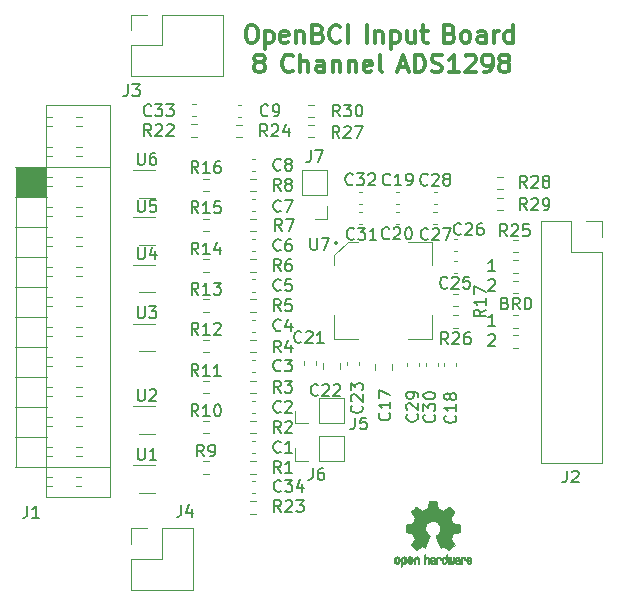
<source format=gbr>
%TF.GenerationSoftware,KiCad,Pcbnew,(7.0.0)*%
%TF.CreationDate,2023-04-27T19:26:51+01:00*%
%TF.ProjectId,OpenBCI_ESP32_ADS1298,4f70656e-4243-4495-9f45-535033325f41,rev?*%
%TF.SameCoordinates,Original*%
%TF.FileFunction,Legend,Top*%
%TF.FilePolarity,Positive*%
%FSLAX46Y46*%
G04 Gerber Fmt 4.6, Leading zero omitted, Abs format (unit mm)*
G04 Created by KiCad (PCBNEW (7.0.0)) date 2023-04-27 19:26:51*
%MOMM*%
%LPD*%
G01*
G04 APERTURE LIST*
%ADD10C,0.150000*%
%ADD11C,0.300000*%
%ADD12C,0.120000*%
%ADD13C,0.100000*%
%ADD14C,0.200000*%
%ADD15C,0.010000*%
G04 APERTURE END LIST*
D10*
X139924286Y-77802619D02*
X139971905Y-77755000D01*
X139971905Y-77755000D02*
X140067143Y-77707380D01*
X140067143Y-77707380D02*
X140305238Y-77707380D01*
X140305238Y-77707380D02*
X140400476Y-77755000D01*
X140400476Y-77755000D02*
X140448095Y-77802619D01*
X140448095Y-77802619D02*
X140495714Y-77897857D01*
X140495714Y-77897857D02*
X140495714Y-77993095D01*
X140495714Y-77993095D02*
X140448095Y-78135952D01*
X140448095Y-78135952D02*
X139876667Y-78707380D01*
X139876667Y-78707380D02*
X140495714Y-78707380D01*
X139914286Y-73162619D02*
X139961905Y-73115000D01*
X139961905Y-73115000D02*
X140057143Y-73067380D01*
X140057143Y-73067380D02*
X140295238Y-73067380D01*
X140295238Y-73067380D02*
X140390476Y-73115000D01*
X140390476Y-73115000D02*
X140438095Y-73162619D01*
X140438095Y-73162619D02*
X140485714Y-73257857D01*
X140485714Y-73257857D02*
X140485714Y-73353095D01*
X140485714Y-73353095D02*
X140438095Y-73495952D01*
X140438095Y-73495952D02*
X139866667Y-74067380D01*
X139866667Y-74067380D02*
X140485714Y-74067380D01*
D11*
X120392858Y-54693928D02*
X120250001Y-54622500D01*
X120250001Y-54622500D02*
X120178572Y-54551071D01*
X120178572Y-54551071D02*
X120107144Y-54408214D01*
X120107144Y-54408214D02*
X120107144Y-54336785D01*
X120107144Y-54336785D02*
X120178572Y-54193928D01*
X120178572Y-54193928D02*
X120250001Y-54122500D01*
X120250001Y-54122500D02*
X120392858Y-54051071D01*
X120392858Y-54051071D02*
X120678572Y-54051071D01*
X120678572Y-54051071D02*
X120821430Y-54122500D01*
X120821430Y-54122500D02*
X120892858Y-54193928D01*
X120892858Y-54193928D02*
X120964287Y-54336785D01*
X120964287Y-54336785D02*
X120964287Y-54408214D01*
X120964287Y-54408214D02*
X120892858Y-54551071D01*
X120892858Y-54551071D02*
X120821430Y-54622500D01*
X120821430Y-54622500D02*
X120678572Y-54693928D01*
X120678572Y-54693928D02*
X120392858Y-54693928D01*
X120392858Y-54693928D02*
X120250001Y-54765357D01*
X120250001Y-54765357D02*
X120178572Y-54836785D01*
X120178572Y-54836785D02*
X120107144Y-54979642D01*
X120107144Y-54979642D02*
X120107144Y-55265357D01*
X120107144Y-55265357D02*
X120178572Y-55408214D01*
X120178572Y-55408214D02*
X120250001Y-55479642D01*
X120250001Y-55479642D02*
X120392858Y-55551071D01*
X120392858Y-55551071D02*
X120678572Y-55551071D01*
X120678572Y-55551071D02*
X120821430Y-55479642D01*
X120821430Y-55479642D02*
X120892858Y-55408214D01*
X120892858Y-55408214D02*
X120964287Y-55265357D01*
X120964287Y-55265357D02*
X120964287Y-54979642D01*
X120964287Y-54979642D02*
X120892858Y-54836785D01*
X120892858Y-54836785D02*
X120821430Y-54765357D01*
X120821430Y-54765357D02*
X120678572Y-54693928D01*
X123364286Y-55408214D02*
X123292858Y-55479642D01*
X123292858Y-55479642D02*
X123078572Y-55551071D01*
X123078572Y-55551071D02*
X122935715Y-55551071D01*
X122935715Y-55551071D02*
X122721429Y-55479642D01*
X122721429Y-55479642D02*
X122578572Y-55336785D01*
X122578572Y-55336785D02*
X122507143Y-55193928D01*
X122507143Y-55193928D02*
X122435715Y-54908214D01*
X122435715Y-54908214D02*
X122435715Y-54693928D01*
X122435715Y-54693928D02*
X122507143Y-54408214D01*
X122507143Y-54408214D02*
X122578572Y-54265357D01*
X122578572Y-54265357D02*
X122721429Y-54122500D01*
X122721429Y-54122500D02*
X122935715Y-54051071D01*
X122935715Y-54051071D02*
X123078572Y-54051071D01*
X123078572Y-54051071D02*
X123292858Y-54122500D01*
X123292858Y-54122500D02*
X123364286Y-54193928D01*
X124007143Y-55551071D02*
X124007143Y-54051071D01*
X124650001Y-55551071D02*
X124650001Y-54765357D01*
X124650001Y-54765357D02*
X124578572Y-54622500D01*
X124578572Y-54622500D02*
X124435715Y-54551071D01*
X124435715Y-54551071D02*
X124221429Y-54551071D01*
X124221429Y-54551071D02*
X124078572Y-54622500D01*
X124078572Y-54622500D02*
X124007143Y-54693928D01*
X126007144Y-55551071D02*
X126007144Y-54765357D01*
X126007144Y-54765357D02*
X125935715Y-54622500D01*
X125935715Y-54622500D02*
X125792858Y-54551071D01*
X125792858Y-54551071D02*
X125507144Y-54551071D01*
X125507144Y-54551071D02*
X125364286Y-54622500D01*
X126007144Y-55479642D02*
X125864286Y-55551071D01*
X125864286Y-55551071D02*
X125507144Y-55551071D01*
X125507144Y-55551071D02*
X125364286Y-55479642D01*
X125364286Y-55479642D02*
X125292858Y-55336785D01*
X125292858Y-55336785D02*
X125292858Y-55193928D01*
X125292858Y-55193928D02*
X125364286Y-55051071D01*
X125364286Y-55051071D02*
X125507144Y-54979642D01*
X125507144Y-54979642D02*
X125864286Y-54979642D01*
X125864286Y-54979642D02*
X126007144Y-54908214D01*
X126721429Y-54551071D02*
X126721429Y-55551071D01*
X126721429Y-54693928D02*
X126792858Y-54622500D01*
X126792858Y-54622500D02*
X126935715Y-54551071D01*
X126935715Y-54551071D02*
X127150001Y-54551071D01*
X127150001Y-54551071D02*
X127292858Y-54622500D01*
X127292858Y-54622500D02*
X127364287Y-54765357D01*
X127364287Y-54765357D02*
X127364287Y-55551071D01*
X128078572Y-54551071D02*
X128078572Y-55551071D01*
X128078572Y-54693928D02*
X128150001Y-54622500D01*
X128150001Y-54622500D02*
X128292858Y-54551071D01*
X128292858Y-54551071D02*
X128507144Y-54551071D01*
X128507144Y-54551071D02*
X128650001Y-54622500D01*
X128650001Y-54622500D02*
X128721430Y-54765357D01*
X128721430Y-54765357D02*
X128721430Y-55551071D01*
X130007144Y-55479642D02*
X129864287Y-55551071D01*
X129864287Y-55551071D02*
X129578573Y-55551071D01*
X129578573Y-55551071D02*
X129435715Y-55479642D01*
X129435715Y-55479642D02*
X129364287Y-55336785D01*
X129364287Y-55336785D02*
X129364287Y-54765357D01*
X129364287Y-54765357D02*
X129435715Y-54622500D01*
X129435715Y-54622500D02*
X129578573Y-54551071D01*
X129578573Y-54551071D02*
X129864287Y-54551071D01*
X129864287Y-54551071D02*
X130007144Y-54622500D01*
X130007144Y-54622500D02*
X130078573Y-54765357D01*
X130078573Y-54765357D02*
X130078573Y-54908214D01*
X130078573Y-54908214D02*
X129364287Y-55051071D01*
X130935715Y-55551071D02*
X130792858Y-55479642D01*
X130792858Y-55479642D02*
X130721429Y-55336785D01*
X130721429Y-55336785D02*
X130721429Y-54051071D01*
X132335715Y-55122500D02*
X133050001Y-55122500D01*
X132192858Y-55551071D02*
X132692858Y-54051071D01*
X132692858Y-54051071D02*
X133192858Y-55551071D01*
X133692857Y-55551071D02*
X133692857Y-54051071D01*
X133692857Y-54051071D02*
X134050000Y-54051071D01*
X134050000Y-54051071D02*
X134264286Y-54122500D01*
X134264286Y-54122500D02*
X134407143Y-54265357D01*
X134407143Y-54265357D02*
X134478572Y-54408214D01*
X134478572Y-54408214D02*
X134550000Y-54693928D01*
X134550000Y-54693928D02*
X134550000Y-54908214D01*
X134550000Y-54908214D02*
X134478572Y-55193928D01*
X134478572Y-55193928D02*
X134407143Y-55336785D01*
X134407143Y-55336785D02*
X134264286Y-55479642D01*
X134264286Y-55479642D02*
X134050000Y-55551071D01*
X134050000Y-55551071D02*
X133692857Y-55551071D01*
X135121429Y-55479642D02*
X135335715Y-55551071D01*
X135335715Y-55551071D02*
X135692857Y-55551071D01*
X135692857Y-55551071D02*
X135835715Y-55479642D01*
X135835715Y-55479642D02*
X135907143Y-55408214D01*
X135907143Y-55408214D02*
X135978572Y-55265357D01*
X135978572Y-55265357D02*
X135978572Y-55122500D01*
X135978572Y-55122500D02*
X135907143Y-54979642D01*
X135907143Y-54979642D02*
X135835715Y-54908214D01*
X135835715Y-54908214D02*
X135692857Y-54836785D01*
X135692857Y-54836785D02*
X135407143Y-54765357D01*
X135407143Y-54765357D02*
X135264286Y-54693928D01*
X135264286Y-54693928D02*
X135192857Y-54622500D01*
X135192857Y-54622500D02*
X135121429Y-54479642D01*
X135121429Y-54479642D02*
X135121429Y-54336785D01*
X135121429Y-54336785D02*
X135192857Y-54193928D01*
X135192857Y-54193928D02*
X135264286Y-54122500D01*
X135264286Y-54122500D02*
X135407143Y-54051071D01*
X135407143Y-54051071D02*
X135764286Y-54051071D01*
X135764286Y-54051071D02*
X135978572Y-54122500D01*
X137407143Y-55551071D02*
X136550000Y-55551071D01*
X136978571Y-55551071D02*
X136978571Y-54051071D01*
X136978571Y-54051071D02*
X136835714Y-54265357D01*
X136835714Y-54265357D02*
X136692857Y-54408214D01*
X136692857Y-54408214D02*
X136550000Y-54479642D01*
X137978571Y-54193928D02*
X138049999Y-54122500D01*
X138049999Y-54122500D02*
X138192857Y-54051071D01*
X138192857Y-54051071D02*
X138549999Y-54051071D01*
X138549999Y-54051071D02*
X138692857Y-54122500D01*
X138692857Y-54122500D02*
X138764285Y-54193928D01*
X138764285Y-54193928D02*
X138835714Y-54336785D01*
X138835714Y-54336785D02*
X138835714Y-54479642D01*
X138835714Y-54479642D02*
X138764285Y-54693928D01*
X138764285Y-54693928D02*
X137907142Y-55551071D01*
X137907142Y-55551071D02*
X138835714Y-55551071D01*
X139549999Y-55551071D02*
X139835713Y-55551071D01*
X139835713Y-55551071D02*
X139978570Y-55479642D01*
X139978570Y-55479642D02*
X140049999Y-55408214D01*
X140049999Y-55408214D02*
X140192856Y-55193928D01*
X140192856Y-55193928D02*
X140264285Y-54908214D01*
X140264285Y-54908214D02*
X140264285Y-54336785D01*
X140264285Y-54336785D02*
X140192856Y-54193928D01*
X140192856Y-54193928D02*
X140121428Y-54122500D01*
X140121428Y-54122500D02*
X139978570Y-54051071D01*
X139978570Y-54051071D02*
X139692856Y-54051071D01*
X139692856Y-54051071D02*
X139549999Y-54122500D01*
X139549999Y-54122500D02*
X139478570Y-54193928D01*
X139478570Y-54193928D02*
X139407142Y-54336785D01*
X139407142Y-54336785D02*
X139407142Y-54693928D01*
X139407142Y-54693928D02*
X139478570Y-54836785D01*
X139478570Y-54836785D02*
X139549999Y-54908214D01*
X139549999Y-54908214D02*
X139692856Y-54979642D01*
X139692856Y-54979642D02*
X139978570Y-54979642D01*
X139978570Y-54979642D02*
X140121428Y-54908214D01*
X140121428Y-54908214D02*
X140192856Y-54836785D01*
X140192856Y-54836785D02*
X140264285Y-54693928D01*
X141121427Y-54693928D02*
X140978570Y-54622500D01*
X140978570Y-54622500D02*
X140907141Y-54551071D01*
X140907141Y-54551071D02*
X140835713Y-54408214D01*
X140835713Y-54408214D02*
X140835713Y-54336785D01*
X140835713Y-54336785D02*
X140907141Y-54193928D01*
X140907141Y-54193928D02*
X140978570Y-54122500D01*
X140978570Y-54122500D02*
X141121427Y-54051071D01*
X141121427Y-54051071D02*
X141407141Y-54051071D01*
X141407141Y-54051071D02*
X141549999Y-54122500D01*
X141549999Y-54122500D02*
X141621427Y-54193928D01*
X141621427Y-54193928D02*
X141692856Y-54336785D01*
X141692856Y-54336785D02*
X141692856Y-54408214D01*
X141692856Y-54408214D02*
X141621427Y-54551071D01*
X141621427Y-54551071D02*
X141549999Y-54622500D01*
X141549999Y-54622500D02*
X141407141Y-54693928D01*
X141407141Y-54693928D02*
X141121427Y-54693928D01*
X141121427Y-54693928D02*
X140978570Y-54765357D01*
X140978570Y-54765357D02*
X140907141Y-54836785D01*
X140907141Y-54836785D02*
X140835713Y-54979642D01*
X140835713Y-54979642D02*
X140835713Y-55265357D01*
X140835713Y-55265357D02*
X140907141Y-55408214D01*
X140907141Y-55408214D02*
X140978570Y-55479642D01*
X140978570Y-55479642D02*
X141121427Y-55551071D01*
X141121427Y-55551071D02*
X141407141Y-55551071D01*
X141407141Y-55551071D02*
X141549999Y-55479642D01*
X141549999Y-55479642D02*
X141621427Y-55408214D01*
X141621427Y-55408214D02*
X141692856Y-55265357D01*
X141692856Y-55265357D02*
X141692856Y-54979642D01*
X141692856Y-54979642D02*
X141621427Y-54836785D01*
X141621427Y-54836785D02*
X141549999Y-54765357D01*
X141549999Y-54765357D02*
X141407141Y-54693928D01*
D10*
X140495714Y-77007380D02*
X139924286Y-77007380D01*
X140210000Y-77007380D02*
X140210000Y-76007380D01*
X140210000Y-76007380D02*
X140114762Y-76150238D01*
X140114762Y-76150238D02*
X140019524Y-76245476D01*
X140019524Y-76245476D02*
X139924286Y-76293095D01*
D11*
X119728571Y-51551071D02*
X120014285Y-51551071D01*
X120014285Y-51551071D02*
X120157142Y-51622500D01*
X120157142Y-51622500D02*
X120299999Y-51765357D01*
X120299999Y-51765357D02*
X120371428Y-52051071D01*
X120371428Y-52051071D02*
X120371428Y-52551071D01*
X120371428Y-52551071D02*
X120299999Y-52836785D01*
X120299999Y-52836785D02*
X120157142Y-52979642D01*
X120157142Y-52979642D02*
X120014285Y-53051071D01*
X120014285Y-53051071D02*
X119728571Y-53051071D01*
X119728571Y-53051071D02*
X119585714Y-52979642D01*
X119585714Y-52979642D02*
X119442856Y-52836785D01*
X119442856Y-52836785D02*
X119371428Y-52551071D01*
X119371428Y-52551071D02*
X119371428Y-52051071D01*
X119371428Y-52051071D02*
X119442856Y-51765357D01*
X119442856Y-51765357D02*
X119585714Y-51622500D01*
X119585714Y-51622500D02*
X119728571Y-51551071D01*
X121014285Y-52051071D02*
X121014285Y-53551071D01*
X121014285Y-52122500D02*
X121157143Y-52051071D01*
X121157143Y-52051071D02*
X121442857Y-52051071D01*
X121442857Y-52051071D02*
X121585714Y-52122500D01*
X121585714Y-52122500D02*
X121657143Y-52193928D01*
X121657143Y-52193928D02*
X121728571Y-52336785D01*
X121728571Y-52336785D02*
X121728571Y-52765357D01*
X121728571Y-52765357D02*
X121657143Y-52908214D01*
X121657143Y-52908214D02*
X121585714Y-52979642D01*
X121585714Y-52979642D02*
X121442857Y-53051071D01*
X121442857Y-53051071D02*
X121157143Y-53051071D01*
X121157143Y-53051071D02*
X121014285Y-52979642D01*
X122942857Y-52979642D02*
X122800000Y-53051071D01*
X122800000Y-53051071D02*
X122514286Y-53051071D01*
X122514286Y-53051071D02*
X122371428Y-52979642D01*
X122371428Y-52979642D02*
X122300000Y-52836785D01*
X122300000Y-52836785D02*
X122300000Y-52265357D01*
X122300000Y-52265357D02*
X122371428Y-52122500D01*
X122371428Y-52122500D02*
X122514286Y-52051071D01*
X122514286Y-52051071D02*
X122800000Y-52051071D01*
X122800000Y-52051071D02*
X122942857Y-52122500D01*
X122942857Y-52122500D02*
X123014286Y-52265357D01*
X123014286Y-52265357D02*
X123014286Y-52408214D01*
X123014286Y-52408214D02*
X122300000Y-52551071D01*
X123657142Y-52051071D02*
X123657142Y-53051071D01*
X123657142Y-52193928D02*
X123728571Y-52122500D01*
X123728571Y-52122500D02*
X123871428Y-52051071D01*
X123871428Y-52051071D02*
X124085714Y-52051071D01*
X124085714Y-52051071D02*
X124228571Y-52122500D01*
X124228571Y-52122500D02*
X124300000Y-52265357D01*
X124300000Y-52265357D02*
X124300000Y-53051071D01*
X125514285Y-52265357D02*
X125728571Y-52336785D01*
X125728571Y-52336785D02*
X125800000Y-52408214D01*
X125800000Y-52408214D02*
X125871428Y-52551071D01*
X125871428Y-52551071D02*
X125871428Y-52765357D01*
X125871428Y-52765357D02*
X125800000Y-52908214D01*
X125800000Y-52908214D02*
X125728571Y-52979642D01*
X125728571Y-52979642D02*
X125585714Y-53051071D01*
X125585714Y-53051071D02*
X125014285Y-53051071D01*
X125014285Y-53051071D02*
X125014285Y-51551071D01*
X125014285Y-51551071D02*
X125514285Y-51551071D01*
X125514285Y-51551071D02*
X125657143Y-51622500D01*
X125657143Y-51622500D02*
X125728571Y-51693928D01*
X125728571Y-51693928D02*
X125800000Y-51836785D01*
X125800000Y-51836785D02*
X125800000Y-51979642D01*
X125800000Y-51979642D02*
X125728571Y-52122500D01*
X125728571Y-52122500D02*
X125657143Y-52193928D01*
X125657143Y-52193928D02*
X125514285Y-52265357D01*
X125514285Y-52265357D02*
X125014285Y-52265357D01*
X127371428Y-52908214D02*
X127300000Y-52979642D01*
X127300000Y-52979642D02*
X127085714Y-53051071D01*
X127085714Y-53051071D02*
X126942857Y-53051071D01*
X126942857Y-53051071D02*
X126728571Y-52979642D01*
X126728571Y-52979642D02*
X126585714Y-52836785D01*
X126585714Y-52836785D02*
X126514285Y-52693928D01*
X126514285Y-52693928D02*
X126442857Y-52408214D01*
X126442857Y-52408214D02*
X126442857Y-52193928D01*
X126442857Y-52193928D02*
X126514285Y-51908214D01*
X126514285Y-51908214D02*
X126585714Y-51765357D01*
X126585714Y-51765357D02*
X126728571Y-51622500D01*
X126728571Y-51622500D02*
X126942857Y-51551071D01*
X126942857Y-51551071D02*
X127085714Y-51551071D01*
X127085714Y-51551071D02*
X127300000Y-51622500D01*
X127300000Y-51622500D02*
X127371428Y-51693928D01*
X128014285Y-53051071D02*
X128014285Y-51551071D01*
X129628571Y-53051071D02*
X129628571Y-51551071D01*
X130342857Y-52051071D02*
X130342857Y-53051071D01*
X130342857Y-52193928D02*
X130414286Y-52122500D01*
X130414286Y-52122500D02*
X130557143Y-52051071D01*
X130557143Y-52051071D02*
X130771429Y-52051071D01*
X130771429Y-52051071D02*
X130914286Y-52122500D01*
X130914286Y-52122500D02*
X130985715Y-52265357D01*
X130985715Y-52265357D02*
X130985715Y-53051071D01*
X131700000Y-52051071D02*
X131700000Y-53551071D01*
X131700000Y-52122500D02*
X131842858Y-52051071D01*
X131842858Y-52051071D02*
X132128572Y-52051071D01*
X132128572Y-52051071D02*
X132271429Y-52122500D01*
X132271429Y-52122500D02*
X132342858Y-52193928D01*
X132342858Y-52193928D02*
X132414286Y-52336785D01*
X132414286Y-52336785D02*
X132414286Y-52765357D01*
X132414286Y-52765357D02*
X132342858Y-52908214D01*
X132342858Y-52908214D02*
X132271429Y-52979642D01*
X132271429Y-52979642D02*
X132128572Y-53051071D01*
X132128572Y-53051071D02*
X131842858Y-53051071D01*
X131842858Y-53051071D02*
X131700000Y-52979642D01*
X133700001Y-52051071D02*
X133700001Y-53051071D01*
X133057143Y-52051071D02*
X133057143Y-52836785D01*
X133057143Y-52836785D02*
X133128572Y-52979642D01*
X133128572Y-52979642D02*
X133271429Y-53051071D01*
X133271429Y-53051071D02*
X133485715Y-53051071D01*
X133485715Y-53051071D02*
X133628572Y-52979642D01*
X133628572Y-52979642D02*
X133700001Y-52908214D01*
X134200001Y-52051071D02*
X134771429Y-52051071D01*
X134414286Y-51551071D02*
X134414286Y-52836785D01*
X134414286Y-52836785D02*
X134485715Y-52979642D01*
X134485715Y-52979642D02*
X134628572Y-53051071D01*
X134628572Y-53051071D02*
X134771429Y-53051071D01*
X136671429Y-52265357D02*
X136885715Y-52336785D01*
X136885715Y-52336785D02*
X136957144Y-52408214D01*
X136957144Y-52408214D02*
X137028572Y-52551071D01*
X137028572Y-52551071D02*
X137028572Y-52765357D01*
X137028572Y-52765357D02*
X136957144Y-52908214D01*
X136957144Y-52908214D02*
X136885715Y-52979642D01*
X136885715Y-52979642D02*
X136742858Y-53051071D01*
X136742858Y-53051071D02*
X136171429Y-53051071D01*
X136171429Y-53051071D02*
X136171429Y-51551071D01*
X136171429Y-51551071D02*
X136671429Y-51551071D01*
X136671429Y-51551071D02*
X136814287Y-51622500D01*
X136814287Y-51622500D02*
X136885715Y-51693928D01*
X136885715Y-51693928D02*
X136957144Y-51836785D01*
X136957144Y-51836785D02*
X136957144Y-51979642D01*
X136957144Y-51979642D02*
X136885715Y-52122500D01*
X136885715Y-52122500D02*
X136814287Y-52193928D01*
X136814287Y-52193928D02*
X136671429Y-52265357D01*
X136671429Y-52265357D02*
X136171429Y-52265357D01*
X137885715Y-53051071D02*
X137742858Y-52979642D01*
X137742858Y-52979642D02*
X137671429Y-52908214D01*
X137671429Y-52908214D02*
X137600001Y-52765357D01*
X137600001Y-52765357D02*
X137600001Y-52336785D01*
X137600001Y-52336785D02*
X137671429Y-52193928D01*
X137671429Y-52193928D02*
X137742858Y-52122500D01*
X137742858Y-52122500D02*
X137885715Y-52051071D01*
X137885715Y-52051071D02*
X138100001Y-52051071D01*
X138100001Y-52051071D02*
X138242858Y-52122500D01*
X138242858Y-52122500D02*
X138314287Y-52193928D01*
X138314287Y-52193928D02*
X138385715Y-52336785D01*
X138385715Y-52336785D02*
X138385715Y-52765357D01*
X138385715Y-52765357D02*
X138314287Y-52908214D01*
X138314287Y-52908214D02*
X138242858Y-52979642D01*
X138242858Y-52979642D02*
X138100001Y-53051071D01*
X138100001Y-53051071D02*
X137885715Y-53051071D01*
X139671430Y-53051071D02*
X139671430Y-52265357D01*
X139671430Y-52265357D02*
X139600001Y-52122500D01*
X139600001Y-52122500D02*
X139457144Y-52051071D01*
X139457144Y-52051071D02*
X139171430Y-52051071D01*
X139171430Y-52051071D02*
X139028572Y-52122500D01*
X139671430Y-52979642D02*
X139528572Y-53051071D01*
X139528572Y-53051071D02*
X139171430Y-53051071D01*
X139171430Y-53051071D02*
X139028572Y-52979642D01*
X139028572Y-52979642D02*
X138957144Y-52836785D01*
X138957144Y-52836785D02*
X138957144Y-52693928D01*
X138957144Y-52693928D02*
X139028572Y-52551071D01*
X139028572Y-52551071D02*
X139171430Y-52479642D01*
X139171430Y-52479642D02*
X139528572Y-52479642D01*
X139528572Y-52479642D02*
X139671430Y-52408214D01*
X140385715Y-53051071D02*
X140385715Y-52051071D01*
X140385715Y-52336785D02*
X140457144Y-52193928D01*
X140457144Y-52193928D02*
X140528573Y-52122500D01*
X140528573Y-52122500D02*
X140671430Y-52051071D01*
X140671430Y-52051071D02*
X140814287Y-52051071D01*
X141957144Y-53051071D02*
X141957144Y-51551071D01*
X141957144Y-52979642D02*
X141814286Y-53051071D01*
X141814286Y-53051071D02*
X141528572Y-53051071D01*
X141528572Y-53051071D02*
X141385715Y-52979642D01*
X141385715Y-52979642D02*
X141314286Y-52908214D01*
X141314286Y-52908214D02*
X141242858Y-52765357D01*
X141242858Y-52765357D02*
X141242858Y-52336785D01*
X141242858Y-52336785D02*
X141314286Y-52193928D01*
X141314286Y-52193928D02*
X141385715Y-52122500D01*
X141385715Y-52122500D02*
X141528572Y-52051071D01*
X141528572Y-52051071D02*
X141814286Y-52051071D01*
X141814286Y-52051071D02*
X141957144Y-52122500D01*
D10*
X141321428Y-75093571D02*
X141464285Y-75141190D01*
X141464285Y-75141190D02*
X141511904Y-75188809D01*
X141511904Y-75188809D02*
X141559523Y-75284047D01*
X141559523Y-75284047D02*
X141559523Y-75426904D01*
X141559523Y-75426904D02*
X141511904Y-75522142D01*
X141511904Y-75522142D02*
X141464285Y-75569761D01*
X141464285Y-75569761D02*
X141369047Y-75617380D01*
X141369047Y-75617380D02*
X140988095Y-75617380D01*
X140988095Y-75617380D02*
X140988095Y-74617380D01*
X140988095Y-74617380D02*
X141321428Y-74617380D01*
X141321428Y-74617380D02*
X141416666Y-74665000D01*
X141416666Y-74665000D02*
X141464285Y-74712619D01*
X141464285Y-74712619D02*
X141511904Y-74807857D01*
X141511904Y-74807857D02*
X141511904Y-74903095D01*
X141511904Y-74903095D02*
X141464285Y-74998333D01*
X141464285Y-74998333D02*
X141416666Y-75045952D01*
X141416666Y-75045952D02*
X141321428Y-75093571D01*
X141321428Y-75093571D02*
X140988095Y-75093571D01*
X142559523Y-75617380D02*
X142226190Y-75141190D01*
X141988095Y-75617380D02*
X141988095Y-74617380D01*
X141988095Y-74617380D02*
X142369047Y-74617380D01*
X142369047Y-74617380D02*
X142464285Y-74665000D01*
X142464285Y-74665000D02*
X142511904Y-74712619D01*
X142511904Y-74712619D02*
X142559523Y-74807857D01*
X142559523Y-74807857D02*
X142559523Y-74950714D01*
X142559523Y-74950714D02*
X142511904Y-75045952D01*
X142511904Y-75045952D02*
X142464285Y-75093571D01*
X142464285Y-75093571D02*
X142369047Y-75141190D01*
X142369047Y-75141190D02*
X141988095Y-75141190D01*
X142988095Y-75617380D02*
X142988095Y-74617380D01*
X142988095Y-74617380D02*
X143226190Y-74617380D01*
X143226190Y-74617380D02*
X143369047Y-74665000D01*
X143369047Y-74665000D02*
X143464285Y-74760238D01*
X143464285Y-74760238D02*
X143511904Y-74855476D01*
X143511904Y-74855476D02*
X143559523Y-75045952D01*
X143559523Y-75045952D02*
X143559523Y-75188809D01*
X143559523Y-75188809D02*
X143511904Y-75379285D01*
X143511904Y-75379285D02*
X143464285Y-75474523D01*
X143464285Y-75474523D02*
X143369047Y-75569761D01*
X143369047Y-75569761D02*
X143226190Y-75617380D01*
X143226190Y-75617380D02*
X142988095Y-75617380D01*
X140485714Y-72367380D02*
X139914286Y-72367380D01*
X140200000Y-72367380D02*
X140200000Y-71367380D01*
X140200000Y-71367380D02*
X140104762Y-71510238D01*
X140104762Y-71510238D02*
X140009524Y-71605476D01*
X140009524Y-71605476D02*
X139914286Y-71653095D01*
%TO.C,C1*%
X122333333Y-87672142D02*
X122285714Y-87719761D01*
X122285714Y-87719761D02*
X122142857Y-87767380D01*
X122142857Y-87767380D02*
X122047619Y-87767380D01*
X122047619Y-87767380D02*
X121904762Y-87719761D01*
X121904762Y-87719761D02*
X121809524Y-87624523D01*
X121809524Y-87624523D02*
X121761905Y-87529285D01*
X121761905Y-87529285D02*
X121714286Y-87338809D01*
X121714286Y-87338809D02*
X121714286Y-87195952D01*
X121714286Y-87195952D02*
X121761905Y-87005476D01*
X121761905Y-87005476D02*
X121809524Y-86910238D01*
X121809524Y-86910238D02*
X121904762Y-86815000D01*
X121904762Y-86815000D02*
X122047619Y-86767380D01*
X122047619Y-86767380D02*
X122142857Y-86767380D01*
X122142857Y-86767380D02*
X122285714Y-86815000D01*
X122285714Y-86815000D02*
X122333333Y-86862619D01*
X123285714Y-87767380D02*
X122714286Y-87767380D01*
X123000000Y-87767380D02*
X123000000Y-86767380D01*
X123000000Y-86767380D02*
X122904762Y-86910238D01*
X122904762Y-86910238D02*
X122809524Y-87005476D01*
X122809524Y-87005476D02*
X122714286Y-87053095D01*
%TO.C,C2*%
X122333333Y-84272142D02*
X122285714Y-84319761D01*
X122285714Y-84319761D02*
X122142857Y-84367380D01*
X122142857Y-84367380D02*
X122047619Y-84367380D01*
X122047619Y-84367380D02*
X121904762Y-84319761D01*
X121904762Y-84319761D02*
X121809524Y-84224523D01*
X121809524Y-84224523D02*
X121761905Y-84129285D01*
X121761905Y-84129285D02*
X121714286Y-83938809D01*
X121714286Y-83938809D02*
X121714286Y-83795952D01*
X121714286Y-83795952D02*
X121761905Y-83605476D01*
X121761905Y-83605476D02*
X121809524Y-83510238D01*
X121809524Y-83510238D02*
X121904762Y-83415000D01*
X121904762Y-83415000D02*
X122047619Y-83367380D01*
X122047619Y-83367380D02*
X122142857Y-83367380D01*
X122142857Y-83367380D02*
X122285714Y-83415000D01*
X122285714Y-83415000D02*
X122333333Y-83462619D01*
X122714286Y-83462619D02*
X122761905Y-83415000D01*
X122761905Y-83415000D02*
X122857143Y-83367380D01*
X122857143Y-83367380D02*
X123095238Y-83367380D01*
X123095238Y-83367380D02*
X123190476Y-83415000D01*
X123190476Y-83415000D02*
X123238095Y-83462619D01*
X123238095Y-83462619D02*
X123285714Y-83557857D01*
X123285714Y-83557857D02*
X123285714Y-83653095D01*
X123285714Y-83653095D02*
X123238095Y-83795952D01*
X123238095Y-83795952D02*
X122666667Y-84367380D01*
X122666667Y-84367380D02*
X123285714Y-84367380D01*
%TO.C,C3*%
X122333333Y-80772142D02*
X122285714Y-80819761D01*
X122285714Y-80819761D02*
X122142857Y-80867380D01*
X122142857Y-80867380D02*
X122047619Y-80867380D01*
X122047619Y-80867380D02*
X121904762Y-80819761D01*
X121904762Y-80819761D02*
X121809524Y-80724523D01*
X121809524Y-80724523D02*
X121761905Y-80629285D01*
X121761905Y-80629285D02*
X121714286Y-80438809D01*
X121714286Y-80438809D02*
X121714286Y-80295952D01*
X121714286Y-80295952D02*
X121761905Y-80105476D01*
X121761905Y-80105476D02*
X121809524Y-80010238D01*
X121809524Y-80010238D02*
X121904762Y-79915000D01*
X121904762Y-79915000D02*
X122047619Y-79867380D01*
X122047619Y-79867380D02*
X122142857Y-79867380D01*
X122142857Y-79867380D02*
X122285714Y-79915000D01*
X122285714Y-79915000D02*
X122333333Y-79962619D01*
X122666667Y-79867380D02*
X123285714Y-79867380D01*
X123285714Y-79867380D02*
X122952381Y-80248333D01*
X122952381Y-80248333D02*
X123095238Y-80248333D01*
X123095238Y-80248333D02*
X123190476Y-80295952D01*
X123190476Y-80295952D02*
X123238095Y-80343571D01*
X123238095Y-80343571D02*
X123285714Y-80438809D01*
X123285714Y-80438809D02*
X123285714Y-80676904D01*
X123285714Y-80676904D02*
X123238095Y-80772142D01*
X123238095Y-80772142D02*
X123190476Y-80819761D01*
X123190476Y-80819761D02*
X123095238Y-80867380D01*
X123095238Y-80867380D02*
X122809524Y-80867380D01*
X122809524Y-80867380D02*
X122714286Y-80819761D01*
X122714286Y-80819761D02*
X122666667Y-80772142D01*
%TO.C,C4*%
X122333333Y-77372142D02*
X122285714Y-77419761D01*
X122285714Y-77419761D02*
X122142857Y-77467380D01*
X122142857Y-77467380D02*
X122047619Y-77467380D01*
X122047619Y-77467380D02*
X121904762Y-77419761D01*
X121904762Y-77419761D02*
X121809524Y-77324523D01*
X121809524Y-77324523D02*
X121761905Y-77229285D01*
X121761905Y-77229285D02*
X121714286Y-77038809D01*
X121714286Y-77038809D02*
X121714286Y-76895952D01*
X121714286Y-76895952D02*
X121761905Y-76705476D01*
X121761905Y-76705476D02*
X121809524Y-76610238D01*
X121809524Y-76610238D02*
X121904762Y-76515000D01*
X121904762Y-76515000D02*
X122047619Y-76467380D01*
X122047619Y-76467380D02*
X122142857Y-76467380D01*
X122142857Y-76467380D02*
X122285714Y-76515000D01*
X122285714Y-76515000D02*
X122333333Y-76562619D01*
X123190476Y-76800714D02*
X123190476Y-77467380D01*
X122952381Y-76419761D02*
X122714286Y-77134047D01*
X122714286Y-77134047D02*
X123333333Y-77134047D01*
%TO.C,C5*%
X122333333Y-73972142D02*
X122285714Y-74019761D01*
X122285714Y-74019761D02*
X122142857Y-74067380D01*
X122142857Y-74067380D02*
X122047619Y-74067380D01*
X122047619Y-74067380D02*
X121904762Y-74019761D01*
X121904762Y-74019761D02*
X121809524Y-73924523D01*
X121809524Y-73924523D02*
X121761905Y-73829285D01*
X121761905Y-73829285D02*
X121714286Y-73638809D01*
X121714286Y-73638809D02*
X121714286Y-73495952D01*
X121714286Y-73495952D02*
X121761905Y-73305476D01*
X121761905Y-73305476D02*
X121809524Y-73210238D01*
X121809524Y-73210238D02*
X121904762Y-73115000D01*
X121904762Y-73115000D02*
X122047619Y-73067380D01*
X122047619Y-73067380D02*
X122142857Y-73067380D01*
X122142857Y-73067380D02*
X122285714Y-73115000D01*
X122285714Y-73115000D02*
X122333333Y-73162619D01*
X123238095Y-73067380D02*
X122761905Y-73067380D01*
X122761905Y-73067380D02*
X122714286Y-73543571D01*
X122714286Y-73543571D02*
X122761905Y-73495952D01*
X122761905Y-73495952D02*
X122857143Y-73448333D01*
X122857143Y-73448333D02*
X123095238Y-73448333D01*
X123095238Y-73448333D02*
X123190476Y-73495952D01*
X123190476Y-73495952D02*
X123238095Y-73543571D01*
X123238095Y-73543571D02*
X123285714Y-73638809D01*
X123285714Y-73638809D02*
X123285714Y-73876904D01*
X123285714Y-73876904D02*
X123238095Y-73972142D01*
X123238095Y-73972142D02*
X123190476Y-74019761D01*
X123190476Y-74019761D02*
X123095238Y-74067380D01*
X123095238Y-74067380D02*
X122857143Y-74067380D01*
X122857143Y-74067380D02*
X122761905Y-74019761D01*
X122761905Y-74019761D02*
X122714286Y-73972142D01*
%TO.C,C6*%
X122333333Y-70572142D02*
X122285714Y-70619761D01*
X122285714Y-70619761D02*
X122142857Y-70667380D01*
X122142857Y-70667380D02*
X122047619Y-70667380D01*
X122047619Y-70667380D02*
X121904762Y-70619761D01*
X121904762Y-70619761D02*
X121809524Y-70524523D01*
X121809524Y-70524523D02*
X121761905Y-70429285D01*
X121761905Y-70429285D02*
X121714286Y-70238809D01*
X121714286Y-70238809D02*
X121714286Y-70095952D01*
X121714286Y-70095952D02*
X121761905Y-69905476D01*
X121761905Y-69905476D02*
X121809524Y-69810238D01*
X121809524Y-69810238D02*
X121904762Y-69715000D01*
X121904762Y-69715000D02*
X122047619Y-69667380D01*
X122047619Y-69667380D02*
X122142857Y-69667380D01*
X122142857Y-69667380D02*
X122285714Y-69715000D01*
X122285714Y-69715000D02*
X122333333Y-69762619D01*
X123190476Y-69667380D02*
X123000000Y-69667380D01*
X123000000Y-69667380D02*
X122904762Y-69715000D01*
X122904762Y-69715000D02*
X122857143Y-69762619D01*
X122857143Y-69762619D02*
X122761905Y-69905476D01*
X122761905Y-69905476D02*
X122714286Y-70095952D01*
X122714286Y-70095952D02*
X122714286Y-70476904D01*
X122714286Y-70476904D02*
X122761905Y-70572142D01*
X122761905Y-70572142D02*
X122809524Y-70619761D01*
X122809524Y-70619761D02*
X122904762Y-70667380D01*
X122904762Y-70667380D02*
X123095238Y-70667380D01*
X123095238Y-70667380D02*
X123190476Y-70619761D01*
X123190476Y-70619761D02*
X123238095Y-70572142D01*
X123238095Y-70572142D02*
X123285714Y-70476904D01*
X123285714Y-70476904D02*
X123285714Y-70238809D01*
X123285714Y-70238809D02*
X123238095Y-70143571D01*
X123238095Y-70143571D02*
X123190476Y-70095952D01*
X123190476Y-70095952D02*
X123095238Y-70048333D01*
X123095238Y-70048333D02*
X122904762Y-70048333D01*
X122904762Y-70048333D02*
X122809524Y-70095952D01*
X122809524Y-70095952D02*
X122761905Y-70143571D01*
X122761905Y-70143571D02*
X122714286Y-70238809D01*
%TO.C,C7*%
X122333333Y-67272142D02*
X122285714Y-67319761D01*
X122285714Y-67319761D02*
X122142857Y-67367380D01*
X122142857Y-67367380D02*
X122047619Y-67367380D01*
X122047619Y-67367380D02*
X121904762Y-67319761D01*
X121904762Y-67319761D02*
X121809524Y-67224523D01*
X121809524Y-67224523D02*
X121761905Y-67129285D01*
X121761905Y-67129285D02*
X121714286Y-66938809D01*
X121714286Y-66938809D02*
X121714286Y-66795952D01*
X121714286Y-66795952D02*
X121761905Y-66605476D01*
X121761905Y-66605476D02*
X121809524Y-66510238D01*
X121809524Y-66510238D02*
X121904762Y-66415000D01*
X121904762Y-66415000D02*
X122047619Y-66367380D01*
X122047619Y-66367380D02*
X122142857Y-66367380D01*
X122142857Y-66367380D02*
X122285714Y-66415000D01*
X122285714Y-66415000D02*
X122333333Y-66462619D01*
X122666667Y-66367380D02*
X123333333Y-66367380D01*
X123333333Y-66367380D02*
X122904762Y-67367380D01*
%TO.C,C8*%
X122333333Y-63772142D02*
X122285714Y-63819761D01*
X122285714Y-63819761D02*
X122142857Y-63867380D01*
X122142857Y-63867380D02*
X122047619Y-63867380D01*
X122047619Y-63867380D02*
X121904762Y-63819761D01*
X121904762Y-63819761D02*
X121809524Y-63724523D01*
X121809524Y-63724523D02*
X121761905Y-63629285D01*
X121761905Y-63629285D02*
X121714286Y-63438809D01*
X121714286Y-63438809D02*
X121714286Y-63295952D01*
X121714286Y-63295952D02*
X121761905Y-63105476D01*
X121761905Y-63105476D02*
X121809524Y-63010238D01*
X121809524Y-63010238D02*
X121904762Y-62915000D01*
X121904762Y-62915000D02*
X122047619Y-62867380D01*
X122047619Y-62867380D02*
X122142857Y-62867380D01*
X122142857Y-62867380D02*
X122285714Y-62915000D01*
X122285714Y-62915000D02*
X122333333Y-62962619D01*
X122904762Y-63295952D02*
X122809524Y-63248333D01*
X122809524Y-63248333D02*
X122761905Y-63200714D01*
X122761905Y-63200714D02*
X122714286Y-63105476D01*
X122714286Y-63105476D02*
X122714286Y-63057857D01*
X122714286Y-63057857D02*
X122761905Y-62962619D01*
X122761905Y-62962619D02*
X122809524Y-62915000D01*
X122809524Y-62915000D02*
X122904762Y-62867380D01*
X122904762Y-62867380D02*
X123095238Y-62867380D01*
X123095238Y-62867380D02*
X123190476Y-62915000D01*
X123190476Y-62915000D02*
X123238095Y-62962619D01*
X123238095Y-62962619D02*
X123285714Y-63057857D01*
X123285714Y-63057857D02*
X123285714Y-63105476D01*
X123285714Y-63105476D02*
X123238095Y-63200714D01*
X123238095Y-63200714D02*
X123190476Y-63248333D01*
X123190476Y-63248333D02*
X123095238Y-63295952D01*
X123095238Y-63295952D02*
X122904762Y-63295952D01*
X122904762Y-63295952D02*
X122809524Y-63343571D01*
X122809524Y-63343571D02*
X122761905Y-63391190D01*
X122761905Y-63391190D02*
X122714286Y-63486428D01*
X122714286Y-63486428D02*
X122714286Y-63676904D01*
X122714286Y-63676904D02*
X122761905Y-63772142D01*
X122761905Y-63772142D02*
X122809524Y-63819761D01*
X122809524Y-63819761D02*
X122904762Y-63867380D01*
X122904762Y-63867380D02*
X123095238Y-63867380D01*
X123095238Y-63867380D02*
X123190476Y-63819761D01*
X123190476Y-63819761D02*
X123238095Y-63772142D01*
X123238095Y-63772142D02*
X123285714Y-63676904D01*
X123285714Y-63676904D02*
X123285714Y-63486428D01*
X123285714Y-63486428D02*
X123238095Y-63391190D01*
X123238095Y-63391190D02*
X123190476Y-63343571D01*
X123190476Y-63343571D02*
X123095238Y-63295952D01*
%TO.C,C17*%
X131522142Y-84392857D02*
X131569761Y-84440476D01*
X131569761Y-84440476D02*
X131617380Y-84583333D01*
X131617380Y-84583333D02*
X131617380Y-84678571D01*
X131617380Y-84678571D02*
X131569761Y-84821428D01*
X131569761Y-84821428D02*
X131474523Y-84916666D01*
X131474523Y-84916666D02*
X131379285Y-84964285D01*
X131379285Y-84964285D02*
X131188809Y-85011904D01*
X131188809Y-85011904D02*
X131045952Y-85011904D01*
X131045952Y-85011904D02*
X130855476Y-84964285D01*
X130855476Y-84964285D02*
X130760238Y-84916666D01*
X130760238Y-84916666D02*
X130665000Y-84821428D01*
X130665000Y-84821428D02*
X130617380Y-84678571D01*
X130617380Y-84678571D02*
X130617380Y-84583333D01*
X130617380Y-84583333D02*
X130665000Y-84440476D01*
X130665000Y-84440476D02*
X130712619Y-84392857D01*
X131617380Y-83440476D02*
X131617380Y-84011904D01*
X131617380Y-83726190D02*
X130617380Y-83726190D01*
X130617380Y-83726190D02*
X130760238Y-83821428D01*
X130760238Y-83821428D02*
X130855476Y-83916666D01*
X130855476Y-83916666D02*
X130903095Y-84011904D01*
X130617380Y-83107142D02*
X130617380Y-82440476D01*
X130617380Y-82440476D02*
X131617380Y-82869047D01*
%TO.C,C18*%
X137102142Y-84622857D02*
X137149761Y-84670476D01*
X137149761Y-84670476D02*
X137197380Y-84813333D01*
X137197380Y-84813333D02*
X137197380Y-84908571D01*
X137197380Y-84908571D02*
X137149761Y-85051428D01*
X137149761Y-85051428D02*
X137054523Y-85146666D01*
X137054523Y-85146666D02*
X136959285Y-85194285D01*
X136959285Y-85194285D02*
X136768809Y-85241904D01*
X136768809Y-85241904D02*
X136625952Y-85241904D01*
X136625952Y-85241904D02*
X136435476Y-85194285D01*
X136435476Y-85194285D02*
X136340238Y-85146666D01*
X136340238Y-85146666D02*
X136245000Y-85051428D01*
X136245000Y-85051428D02*
X136197380Y-84908571D01*
X136197380Y-84908571D02*
X136197380Y-84813333D01*
X136197380Y-84813333D02*
X136245000Y-84670476D01*
X136245000Y-84670476D02*
X136292619Y-84622857D01*
X137197380Y-83670476D02*
X137197380Y-84241904D01*
X137197380Y-83956190D02*
X136197380Y-83956190D01*
X136197380Y-83956190D02*
X136340238Y-84051428D01*
X136340238Y-84051428D02*
X136435476Y-84146666D01*
X136435476Y-84146666D02*
X136483095Y-84241904D01*
X136625952Y-83099047D02*
X136578333Y-83194285D01*
X136578333Y-83194285D02*
X136530714Y-83241904D01*
X136530714Y-83241904D02*
X136435476Y-83289523D01*
X136435476Y-83289523D02*
X136387857Y-83289523D01*
X136387857Y-83289523D02*
X136292619Y-83241904D01*
X136292619Y-83241904D02*
X136245000Y-83194285D01*
X136245000Y-83194285D02*
X136197380Y-83099047D01*
X136197380Y-83099047D02*
X136197380Y-82908571D01*
X136197380Y-82908571D02*
X136245000Y-82813333D01*
X136245000Y-82813333D02*
X136292619Y-82765714D01*
X136292619Y-82765714D02*
X136387857Y-82718095D01*
X136387857Y-82718095D02*
X136435476Y-82718095D01*
X136435476Y-82718095D02*
X136530714Y-82765714D01*
X136530714Y-82765714D02*
X136578333Y-82813333D01*
X136578333Y-82813333D02*
X136625952Y-82908571D01*
X136625952Y-82908571D02*
X136625952Y-83099047D01*
X136625952Y-83099047D02*
X136673571Y-83194285D01*
X136673571Y-83194285D02*
X136721190Y-83241904D01*
X136721190Y-83241904D02*
X136816428Y-83289523D01*
X136816428Y-83289523D02*
X137006904Y-83289523D01*
X137006904Y-83289523D02*
X137102142Y-83241904D01*
X137102142Y-83241904D02*
X137149761Y-83194285D01*
X137149761Y-83194285D02*
X137197380Y-83099047D01*
X137197380Y-83099047D02*
X137197380Y-82908571D01*
X137197380Y-82908571D02*
X137149761Y-82813333D01*
X137149761Y-82813333D02*
X137102142Y-82765714D01*
X137102142Y-82765714D02*
X137006904Y-82718095D01*
X137006904Y-82718095D02*
X136816428Y-82718095D01*
X136816428Y-82718095D02*
X136721190Y-82765714D01*
X136721190Y-82765714D02*
X136673571Y-82813333D01*
X136673571Y-82813333D02*
X136625952Y-82908571D01*
%TO.C,C19*%
X131597142Y-65032142D02*
X131549523Y-65079761D01*
X131549523Y-65079761D02*
X131406666Y-65127380D01*
X131406666Y-65127380D02*
X131311428Y-65127380D01*
X131311428Y-65127380D02*
X131168571Y-65079761D01*
X131168571Y-65079761D02*
X131073333Y-64984523D01*
X131073333Y-64984523D02*
X131025714Y-64889285D01*
X131025714Y-64889285D02*
X130978095Y-64698809D01*
X130978095Y-64698809D02*
X130978095Y-64555952D01*
X130978095Y-64555952D02*
X131025714Y-64365476D01*
X131025714Y-64365476D02*
X131073333Y-64270238D01*
X131073333Y-64270238D02*
X131168571Y-64175000D01*
X131168571Y-64175000D02*
X131311428Y-64127380D01*
X131311428Y-64127380D02*
X131406666Y-64127380D01*
X131406666Y-64127380D02*
X131549523Y-64175000D01*
X131549523Y-64175000D02*
X131597142Y-64222619D01*
X132549523Y-65127380D02*
X131978095Y-65127380D01*
X132263809Y-65127380D02*
X132263809Y-64127380D01*
X132263809Y-64127380D02*
X132168571Y-64270238D01*
X132168571Y-64270238D02*
X132073333Y-64365476D01*
X132073333Y-64365476D02*
X131978095Y-64413095D01*
X133025714Y-65127380D02*
X133216190Y-65127380D01*
X133216190Y-65127380D02*
X133311428Y-65079761D01*
X133311428Y-65079761D02*
X133359047Y-65032142D01*
X133359047Y-65032142D02*
X133454285Y-64889285D01*
X133454285Y-64889285D02*
X133501904Y-64698809D01*
X133501904Y-64698809D02*
X133501904Y-64317857D01*
X133501904Y-64317857D02*
X133454285Y-64222619D01*
X133454285Y-64222619D02*
X133406666Y-64175000D01*
X133406666Y-64175000D02*
X133311428Y-64127380D01*
X133311428Y-64127380D02*
X133120952Y-64127380D01*
X133120952Y-64127380D02*
X133025714Y-64175000D01*
X133025714Y-64175000D02*
X132978095Y-64222619D01*
X132978095Y-64222619D02*
X132930476Y-64317857D01*
X132930476Y-64317857D02*
X132930476Y-64555952D01*
X132930476Y-64555952D02*
X132978095Y-64651190D01*
X132978095Y-64651190D02*
X133025714Y-64698809D01*
X133025714Y-64698809D02*
X133120952Y-64746428D01*
X133120952Y-64746428D02*
X133311428Y-64746428D01*
X133311428Y-64746428D02*
X133406666Y-64698809D01*
X133406666Y-64698809D02*
X133454285Y-64651190D01*
X133454285Y-64651190D02*
X133501904Y-64555952D01*
%TO.C,C20*%
X131517142Y-69592142D02*
X131469523Y-69639761D01*
X131469523Y-69639761D02*
X131326666Y-69687380D01*
X131326666Y-69687380D02*
X131231428Y-69687380D01*
X131231428Y-69687380D02*
X131088571Y-69639761D01*
X131088571Y-69639761D02*
X130993333Y-69544523D01*
X130993333Y-69544523D02*
X130945714Y-69449285D01*
X130945714Y-69449285D02*
X130898095Y-69258809D01*
X130898095Y-69258809D02*
X130898095Y-69115952D01*
X130898095Y-69115952D02*
X130945714Y-68925476D01*
X130945714Y-68925476D02*
X130993333Y-68830238D01*
X130993333Y-68830238D02*
X131088571Y-68735000D01*
X131088571Y-68735000D02*
X131231428Y-68687380D01*
X131231428Y-68687380D02*
X131326666Y-68687380D01*
X131326666Y-68687380D02*
X131469523Y-68735000D01*
X131469523Y-68735000D02*
X131517142Y-68782619D01*
X131898095Y-68782619D02*
X131945714Y-68735000D01*
X131945714Y-68735000D02*
X132040952Y-68687380D01*
X132040952Y-68687380D02*
X132279047Y-68687380D01*
X132279047Y-68687380D02*
X132374285Y-68735000D01*
X132374285Y-68735000D02*
X132421904Y-68782619D01*
X132421904Y-68782619D02*
X132469523Y-68877857D01*
X132469523Y-68877857D02*
X132469523Y-68973095D01*
X132469523Y-68973095D02*
X132421904Y-69115952D01*
X132421904Y-69115952D02*
X131850476Y-69687380D01*
X131850476Y-69687380D02*
X132469523Y-69687380D01*
X133088571Y-68687380D02*
X133183809Y-68687380D01*
X133183809Y-68687380D02*
X133279047Y-68735000D01*
X133279047Y-68735000D02*
X133326666Y-68782619D01*
X133326666Y-68782619D02*
X133374285Y-68877857D01*
X133374285Y-68877857D02*
X133421904Y-69068333D01*
X133421904Y-69068333D02*
X133421904Y-69306428D01*
X133421904Y-69306428D02*
X133374285Y-69496904D01*
X133374285Y-69496904D02*
X133326666Y-69592142D01*
X133326666Y-69592142D02*
X133279047Y-69639761D01*
X133279047Y-69639761D02*
X133183809Y-69687380D01*
X133183809Y-69687380D02*
X133088571Y-69687380D01*
X133088571Y-69687380D02*
X132993333Y-69639761D01*
X132993333Y-69639761D02*
X132945714Y-69592142D01*
X132945714Y-69592142D02*
X132898095Y-69496904D01*
X132898095Y-69496904D02*
X132850476Y-69306428D01*
X132850476Y-69306428D02*
X132850476Y-69068333D01*
X132850476Y-69068333D02*
X132898095Y-68877857D01*
X132898095Y-68877857D02*
X132945714Y-68782619D01*
X132945714Y-68782619D02*
X132993333Y-68735000D01*
X132993333Y-68735000D02*
X133088571Y-68687380D01*
%TO.C,C21*%
X124077142Y-78372142D02*
X124029523Y-78419761D01*
X124029523Y-78419761D02*
X123886666Y-78467380D01*
X123886666Y-78467380D02*
X123791428Y-78467380D01*
X123791428Y-78467380D02*
X123648571Y-78419761D01*
X123648571Y-78419761D02*
X123553333Y-78324523D01*
X123553333Y-78324523D02*
X123505714Y-78229285D01*
X123505714Y-78229285D02*
X123458095Y-78038809D01*
X123458095Y-78038809D02*
X123458095Y-77895952D01*
X123458095Y-77895952D02*
X123505714Y-77705476D01*
X123505714Y-77705476D02*
X123553333Y-77610238D01*
X123553333Y-77610238D02*
X123648571Y-77515000D01*
X123648571Y-77515000D02*
X123791428Y-77467380D01*
X123791428Y-77467380D02*
X123886666Y-77467380D01*
X123886666Y-77467380D02*
X124029523Y-77515000D01*
X124029523Y-77515000D02*
X124077142Y-77562619D01*
X124458095Y-77562619D02*
X124505714Y-77515000D01*
X124505714Y-77515000D02*
X124600952Y-77467380D01*
X124600952Y-77467380D02*
X124839047Y-77467380D01*
X124839047Y-77467380D02*
X124934285Y-77515000D01*
X124934285Y-77515000D02*
X124981904Y-77562619D01*
X124981904Y-77562619D02*
X125029523Y-77657857D01*
X125029523Y-77657857D02*
X125029523Y-77753095D01*
X125029523Y-77753095D02*
X124981904Y-77895952D01*
X124981904Y-77895952D02*
X124410476Y-78467380D01*
X124410476Y-78467380D02*
X125029523Y-78467380D01*
X125981904Y-78467380D02*
X125410476Y-78467380D01*
X125696190Y-78467380D02*
X125696190Y-77467380D01*
X125696190Y-77467380D02*
X125600952Y-77610238D01*
X125600952Y-77610238D02*
X125505714Y-77705476D01*
X125505714Y-77705476D02*
X125410476Y-77753095D01*
%TO.C,C22*%
X125487142Y-82862142D02*
X125439523Y-82909761D01*
X125439523Y-82909761D02*
X125296666Y-82957380D01*
X125296666Y-82957380D02*
X125201428Y-82957380D01*
X125201428Y-82957380D02*
X125058571Y-82909761D01*
X125058571Y-82909761D02*
X124963333Y-82814523D01*
X124963333Y-82814523D02*
X124915714Y-82719285D01*
X124915714Y-82719285D02*
X124868095Y-82528809D01*
X124868095Y-82528809D02*
X124868095Y-82385952D01*
X124868095Y-82385952D02*
X124915714Y-82195476D01*
X124915714Y-82195476D02*
X124963333Y-82100238D01*
X124963333Y-82100238D02*
X125058571Y-82005000D01*
X125058571Y-82005000D02*
X125201428Y-81957380D01*
X125201428Y-81957380D02*
X125296666Y-81957380D01*
X125296666Y-81957380D02*
X125439523Y-82005000D01*
X125439523Y-82005000D02*
X125487142Y-82052619D01*
X125868095Y-82052619D02*
X125915714Y-82005000D01*
X125915714Y-82005000D02*
X126010952Y-81957380D01*
X126010952Y-81957380D02*
X126249047Y-81957380D01*
X126249047Y-81957380D02*
X126344285Y-82005000D01*
X126344285Y-82005000D02*
X126391904Y-82052619D01*
X126391904Y-82052619D02*
X126439523Y-82147857D01*
X126439523Y-82147857D02*
X126439523Y-82243095D01*
X126439523Y-82243095D02*
X126391904Y-82385952D01*
X126391904Y-82385952D02*
X125820476Y-82957380D01*
X125820476Y-82957380D02*
X126439523Y-82957380D01*
X126820476Y-82052619D02*
X126868095Y-82005000D01*
X126868095Y-82005000D02*
X126963333Y-81957380D01*
X126963333Y-81957380D02*
X127201428Y-81957380D01*
X127201428Y-81957380D02*
X127296666Y-82005000D01*
X127296666Y-82005000D02*
X127344285Y-82052619D01*
X127344285Y-82052619D02*
X127391904Y-82147857D01*
X127391904Y-82147857D02*
X127391904Y-82243095D01*
X127391904Y-82243095D02*
X127344285Y-82385952D01*
X127344285Y-82385952D02*
X126772857Y-82957380D01*
X126772857Y-82957380D02*
X127391904Y-82957380D01*
%TO.C,C23*%
X129182142Y-83772857D02*
X129229761Y-83820476D01*
X129229761Y-83820476D02*
X129277380Y-83963333D01*
X129277380Y-83963333D02*
X129277380Y-84058571D01*
X129277380Y-84058571D02*
X129229761Y-84201428D01*
X129229761Y-84201428D02*
X129134523Y-84296666D01*
X129134523Y-84296666D02*
X129039285Y-84344285D01*
X129039285Y-84344285D02*
X128848809Y-84391904D01*
X128848809Y-84391904D02*
X128705952Y-84391904D01*
X128705952Y-84391904D02*
X128515476Y-84344285D01*
X128515476Y-84344285D02*
X128420238Y-84296666D01*
X128420238Y-84296666D02*
X128325000Y-84201428D01*
X128325000Y-84201428D02*
X128277380Y-84058571D01*
X128277380Y-84058571D02*
X128277380Y-83963333D01*
X128277380Y-83963333D02*
X128325000Y-83820476D01*
X128325000Y-83820476D02*
X128372619Y-83772857D01*
X128372619Y-83391904D02*
X128325000Y-83344285D01*
X128325000Y-83344285D02*
X128277380Y-83249047D01*
X128277380Y-83249047D02*
X128277380Y-83010952D01*
X128277380Y-83010952D02*
X128325000Y-82915714D01*
X128325000Y-82915714D02*
X128372619Y-82868095D01*
X128372619Y-82868095D02*
X128467857Y-82820476D01*
X128467857Y-82820476D02*
X128563095Y-82820476D01*
X128563095Y-82820476D02*
X128705952Y-82868095D01*
X128705952Y-82868095D02*
X129277380Y-83439523D01*
X129277380Y-83439523D02*
X129277380Y-82820476D01*
X128277380Y-82487142D02*
X128277380Y-81868095D01*
X128277380Y-81868095D02*
X128658333Y-82201428D01*
X128658333Y-82201428D02*
X128658333Y-82058571D01*
X128658333Y-82058571D02*
X128705952Y-81963333D01*
X128705952Y-81963333D02*
X128753571Y-81915714D01*
X128753571Y-81915714D02*
X128848809Y-81868095D01*
X128848809Y-81868095D02*
X129086904Y-81868095D01*
X129086904Y-81868095D02*
X129182142Y-81915714D01*
X129182142Y-81915714D02*
X129229761Y-81963333D01*
X129229761Y-81963333D02*
X129277380Y-82058571D01*
X129277380Y-82058571D02*
X129277380Y-82344285D01*
X129277380Y-82344285D02*
X129229761Y-82439523D01*
X129229761Y-82439523D02*
X129182142Y-82487142D01*
%TO.C,C25*%
X136447142Y-73762142D02*
X136399523Y-73809761D01*
X136399523Y-73809761D02*
X136256666Y-73857380D01*
X136256666Y-73857380D02*
X136161428Y-73857380D01*
X136161428Y-73857380D02*
X136018571Y-73809761D01*
X136018571Y-73809761D02*
X135923333Y-73714523D01*
X135923333Y-73714523D02*
X135875714Y-73619285D01*
X135875714Y-73619285D02*
X135828095Y-73428809D01*
X135828095Y-73428809D02*
X135828095Y-73285952D01*
X135828095Y-73285952D02*
X135875714Y-73095476D01*
X135875714Y-73095476D02*
X135923333Y-73000238D01*
X135923333Y-73000238D02*
X136018571Y-72905000D01*
X136018571Y-72905000D02*
X136161428Y-72857380D01*
X136161428Y-72857380D02*
X136256666Y-72857380D01*
X136256666Y-72857380D02*
X136399523Y-72905000D01*
X136399523Y-72905000D02*
X136447142Y-72952619D01*
X136828095Y-72952619D02*
X136875714Y-72905000D01*
X136875714Y-72905000D02*
X136970952Y-72857380D01*
X136970952Y-72857380D02*
X137209047Y-72857380D01*
X137209047Y-72857380D02*
X137304285Y-72905000D01*
X137304285Y-72905000D02*
X137351904Y-72952619D01*
X137351904Y-72952619D02*
X137399523Y-73047857D01*
X137399523Y-73047857D02*
X137399523Y-73143095D01*
X137399523Y-73143095D02*
X137351904Y-73285952D01*
X137351904Y-73285952D02*
X136780476Y-73857380D01*
X136780476Y-73857380D02*
X137399523Y-73857380D01*
X138304285Y-72857380D02*
X137828095Y-72857380D01*
X137828095Y-72857380D02*
X137780476Y-73333571D01*
X137780476Y-73333571D02*
X137828095Y-73285952D01*
X137828095Y-73285952D02*
X137923333Y-73238333D01*
X137923333Y-73238333D02*
X138161428Y-73238333D01*
X138161428Y-73238333D02*
X138256666Y-73285952D01*
X138256666Y-73285952D02*
X138304285Y-73333571D01*
X138304285Y-73333571D02*
X138351904Y-73428809D01*
X138351904Y-73428809D02*
X138351904Y-73666904D01*
X138351904Y-73666904D02*
X138304285Y-73762142D01*
X138304285Y-73762142D02*
X138256666Y-73809761D01*
X138256666Y-73809761D02*
X138161428Y-73857380D01*
X138161428Y-73857380D02*
X137923333Y-73857380D01*
X137923333Y-73857380D02*
X137828095Y-73809761D01*
X137828095Y-73809761D02*
X137780476Y-73762142D01*
%TO.C,C26*%
X137597142Y-69232142D02*
X137549523Y-69279761D01*
X137549523Y-69279761D02*
X137406666Y-69327380D01*
X137406666Y-69327380D02*
X137311428Y-69327380D01*
X137311428Y-69327380D02*
X137168571Y-69279761D01*
X137168571Y-69279761D02*
X137073333Y-69184523D01*
X137073333Y-69184523D02*
X137025714Y-69089285D01*
X137025714Y-69089285D02*
X136978095Y-68898809D01*
X136978095Y-68898809D02*
X136978095Y-68755952D01*
X136978095Y-68755952D02*
X137025714Y-68565476D01*
X137025714Y-68565476D02*
X137073333Y-68470238D01*
X137073333Y-68470238D02*
X137168571Y-68375000D01*
X137168571Y-68375000D02*
X137311428Y-68327380D01*
X137311428Y-68327380D02*
X137406666Y-68327380D01*
X137406666Y-68327380D02*
X137549523Y-68375000D01*
X137549523Y-68375000D02*
X137597142Y-68422619D01*
X137978095Y-68422619D02*
X138025714Y-68375000D01*
X138025714Y-68375000D02*
X138120952Y-68327380D01*
X138120952Y-68327380D02*
X138359047Y-68327380D01*
X138359047Y-68327380D02*
X138454285Y-68375000D01*
X138454285Y-68375000D02*
X138501904Y-68422619D01*
X138501904Y-68422619D02*
X138549523Y-68517857D01*
X138549523Y-68517857D02*
X138549523Y-68613095D01*
X138549523Y-68613095D02*
X138501904Y-68755952D01*
X138501904Y-68755952D02*
X137930476Y-69327380D01*
X137930476Y-69327380D02*
X138549523Y-69327380D01*
X139406666Y-68327380D02*
X139216190Y-68327380D01*
X139216190Y-68327380D02*
X139120952Y-68375000D01*
X139120952Y-68375000D02*
X139073333Y-68422619D01*
X139073333Y-68422619D02*
X138978095Y-68565476D01*
X138978095Y-68565476D02*
X138930476Y-68755952D01*
X138930476Y-68755952D02*
X138930476Y-69136904D01*
X138930476Y-69136904D02*
X138978095Y-69232142D01*
X138978095Y-69232142D02*
X139025714Y-69279761D01*
X139025714Y-69279761D02*
X139120952Y-69327380D01*
X139120952Y-69327380D02*
X139311428Y-69327380D01*
X139311428Y-69327380D02*
X139406666Y-69279761D01*
X139406666Y-69279761D02*
X139454285Y-69232142D01*
X139454285Y-69232142D02*
X139501904Y-69136904D01*
X139501904Y-69136904D02*
X139501904Y-68898809D01*
X139501904Y-68898809D02*
X139454285Y-68803571D01*
X139454285Y-68803571D02*
X139406666Y-68755952D01*
X139406666Y-68755952D02*
X139311428Y-68708333D01*
X139311428Y-68708333D02*
X139120952Y-68708333D01*
X139120952Y-68708333D02*
X139025714Y-68755952D01*
X139025714Y-68755952D02*
X138978095Y-68803571D01*
X138978095Y-68803571D02*
X138930476Y-68898809D01*
%TO.C,C27*%
X134807142Y-69632142D02*
X134759523Y-69679761D01*
X134759523Y-69679761D02*
X134616666Y-69727380D01*
X134616666Y-69727380D02*
X134521428Y-69727380D01*
X134521428Y-69727380D02*
X134378571Y-69679761D01*
X134378571Y-69679761D02*
X134283333Y-69584523D01*
X134283333Y-69584523D02*
X134235714Y-69489285D01*
X134235714Y-69489285D02*
X134188095Y-69298809D01*
X134188095Y-69298809D02*
X134188095Y-69155952D01*
X134188095Y-69155952D02*
X134235714Y-68965476D01*
X134235714Y-68965476D02*
X134283333Y-68870238D01*
X134283333Y-68870238D02*
X134378571Y-68775000D01*
X134378571Y-68775000D02*
X134521428Y-68727380D01*
X134521428Y-68727380D02*
X134616666Y-68727380D01*
X134616666Y-68727380D02*
X134759523Y-68775000D01*
X134759523Y-68775000D02*
X134807142Y-68822619D01*
X135188095Y-68822619D02*
X135235714Y-68775000D01*
X135235714Y-68775000D02*
X135330952Y-68727380D01*
X135330952Y-68727380D02*
X135569047Y-68727380D01*
X135569047Y-68727380D02*
X135664285Y-68775000D01*
X135664285Y-68775000D02*
X135711904Y-68822619D01*
X135711904Y-68822619D02*
X135759523Y-68917857D01*
X135759523Y-68917857D02*
X135759523Y-69013095D01*
X135759523Y-69013095D02*
X135711904Y-69155952D01*
X135711904Y-69155952D02*
X135140476Y-69727380D01*
X135140476Y-69727380D02*
X135759523Y-69727380D01*
X136092857Y-68727380D02*
X136759523Y-68727380D01*
X136759523Y-68727380D02*
X136330952Y-69727380D01*
%TO.C,C28*%
X134767142Y-65042142D02*
X134719523Y-65089761D01*
X134719523Y-65089761D02*
X134576666Y-65137380D01*
X134576666Y-65137380D02*
X134481428Y-65137380D01*
X134481428Y-65137380D02*
X134338571Y-65089761D01*
X134338571Y-65089761D02*
X134243333Y-64994523D01*
X134243333Y-64994523D02*
X134195714Y-64899285D01*
X134195714Y-64899285D02*
X134148095Y-64708809D01*
X134148095Y-64708809D02*
X134148095Y-64565952D01*
X134148095Y-64565952D02*
X134195714Y-64375476D01*
X134195714Y-64375476D02*
X134243333Y-64280238D01*
X134243333Y-64280238D02*
X134338571Y-64185000D01*
X134338571Y-64185000D02*
X134481428Y-64137380D01*
X134481428Y-64137380D02*
X134576666Y-64137380D01*
X134576666Y-64137380D02*
X134719523Y-64185000D01*
X134719523Y-64185000D02*
X134767142Y-64232619D01*
X135148095Y-64232619D02*
X135195714Y-64185000D01*
X135195714Y-64185000D02*
X135290952Y-64137380D01*
X135290952Y-64137380D02*
X135529047Y-64137380D01*
X135529047Y-64137380D02*
X135624285Y-64185000D01*
X135624285Y-64185000D02*
X135671904Y-64232619D01*
X135671904Y-64232619D02*
X135719523Y-64327857D01*
X135719523Y-64327857D02*
X135719523Y-64423095D01*
X135719523Y-64423095D02*
X135671904Y-64565952D01*
X135671904Y-64565952D02*
X135100476Y-65137380D01*
X135100476Y-65137380D02*
X135719523Y-65137380D01*
X136290952Y-64565952D02*
X136195714Y-64518333D01*
X136195714Y-64518333D02*
X136148095Y-64470714D01*
X136148095Y-64470714D02*
X136100476Y-64375476D01*
X136100476Y-64375476D02*
X136100476Y-64327857D01*
X136100476Y-64327857D02*
X136148095Y-64232619D01*
X136148095Y-64232619D02*
X136195714Y-64185000D01*
X136195714Y-64185000D02*
X136290952Y-64137380D01*
X136290952Y-64137380D02*
X136481428Y-64137380D01*
X136481428Y-64137380D02*
X136576666Y-64185000D01*
X136576666Y-64185000D02*
X136624285Y-64232619D01*
X136624285Y-64232619D02*
X136671904Y-64327857D01*
X136671904Y-64327857D02*
X136671904Y-64375476D01*
X136671904Y-64375476D02*
X136624285Y-64470714D01*
X136624285Y-64470714D02*
X136576666Y-64518333D01*
X136576666Y-64518333D02*
X136481428Y-64565952D01*
X136481428Y-64565952D02*
X136290952Y-64565952D01*
X136290952Y-64565952D02*
X136195714Y-64613571D01*
X136195714Y-64613571D02*
X136148095Y-64661190D01*
X136148095Y-64661190D02*
X136100476Y-64756428D01*
X136100476Y-64756428D02*
X136100476Y-64946904D01*
X136100476Y-64946904D02*
X136148095Y-65042142D01*
X136148095Y-65042142D02*
X136195714Y-65089761D01*
X136195714Y-65089761D02*
X136290952Y-65137380D01*
X136290952Y-65137380D02*
X136481428Y-65137380D01*
X136481428Y-65137380D02*
X136576666Y-65089761D01*
X136576666Y-65089761D02*
X136624285Y-65042142D01*
X136624285Y-65042142D02*
X136671904Y-64946904D01*
X136671904Y-64946904D02*
X136671904Y-64756428D01*
X136671904Y-64756428D02*
X136624285Y-64661190D01*
X136624285Y-64661190D02*
X136576666Y-64613571D01*
X136576666Y-64613571D02*
X136481428Y-64565952D01*
%TO.C,C29*%
X133872142Y-84502857D02*
X133919761Y-84550476D01*
X133919761Y-84550476D02*
X133967380Y-84693333D01*
X133967380Y-84693333D02*
X133967380Y-84788571D01*
X133967380Y-84788571D02*
X133919761Y-84931428D01*
X133919761Y-84931428D02*
X133824523Y-85026666D01*
X133824523Y-85026666D02*
X133729285Y-85074285D01*
X133729285Y-85074285D02*
X133538809Y-85121904D01*
X133538809Y-85121904D02*
X133395952Y-85121904D01*
X133395952Y-85121904D02*
X133205476Y-85074285D01*
X133205476Y-85074285D02*
X133110238Y-85026666D01*
X133110238Y-85026666D02*
X133015000Y-84931428D01*
X133015000Y-84931428D02*
X132967380Y-84788571D01*
X132967380Y-84788571D02*
X132967380Y-84693333D01*
X132967380Y-84693333D02*
X133015000Y-84550476D01*
X133015000Y-84550476D02*
X133062619Y-84502857D01*
X133062619Y-84121904D02*
X133015000Y-84074285D01*
X133015000Y-84074285D02*
X132967380Y-83979047D01*
X132967380Y-83979047D02*
X132967380Y-83740952D01*
X132967380Y-83740952D02*
X133015000Y-83645714D01*
X133015000Y-83645714D02*
X133062619Y-83598095D01*
X133062619Y-83598095D02*
X133157857Y-83550476D01*
X133157857Y-83550476D02*
X133253095Y-83550476D01*
X133253095Y-83550476D02*
X133395952Y-83598095D01*
X133395952Y-83598095D02*
X133967380Y-84169523D01*
X133967380Y-84169523D02*
X133967380Y-83550476D01*
X133967380Y-83074285D02*
X133967380Y-82883809D01*
X133967380Y-82883809D02*
X133919761Y-82788571D01*
X133919761Y-82788571D02*
X133872142Y-82740952D01*
X133872142Y-82740952D02*
X133729285Y-82645714D01*
X133729285Y-82645714D02*
X133538809Y-82598095D01*
X133538809Y-82598095D02*
X133157857Y-82598095D01*
X133157857Y-82598095D02*
X133062619Y-82645714D01*
X133062619Y-82645714D02*
X133015000Y-82693333D01*
X133015000Y-82693333D02*
X132967380Y-82788571D01*
X132967380Y-82788571D02*
X132967380Y-82979047D01*
X132967380Y-82979047D02*
X133015000Y-83074285D01*
X133015000Y-83074285D02*
X133062619Y-83121904D01*
X133062619Y-83121904D02*
X133157857Y-83169523D01*
X133157857Y-83169523D02*
X133395952Y-83169523D01*
X133395952Y-83169523D02*
X133491190Y-83121904D01*
X133491190Y-83121904D02*
X133538809Y-83074285D01*
X133538809Y-83074285D02*
X133586428Y-82979047D01*
X133586428Y-82979047D02*
X133586428Y-82788571D01*
X133586428Y-82788571D02*
X133538809Y-82693333D01*
X133538809Y-82693333D02*
X133491190Y-82645714D01*
X133491190Y-82645714D02*
X133395952Y-82598095D01*
%TO.C,C30*%
X135322142Y-84552857D02*
X135369761Y-84600476D01*
X135369761Y-84600476D02*
X135417380Y-84743333D01*
X135417380Y-84743333D02*
X135417380Y-84838571D01*
X135417380Y-84838571D02*
X135369761Y-84981428D01*
X135369761Y-84981428D02*
X135274523Y-85076666D01*
X135274523Y-85076666D02*
X135179285Y-85124285D01*
X135179285Y-85124285D02*
X134988809Y-85171904D01*
X134988809Y-85171904D02*
X134845952Y-85171904D01*
X134845952Y-85171904D02*
X134655476Y-85124285D01*
X134655476Y-85124285D02*
X134560238Y-85076666D01*
X134560238Y-85076666D02*
X134465000Y-84981428D01*
X134465000Y-84981428D02*
X134417380Y-84838571D01*
X134417380Y-84838571D02*
X134417380Y-84743333D01*
X134417380Y-84743333D02*
X134465000Y-84600476D01*
X134465000Y-84600476D02*
X134512619Y-84552857D01*
X134417380Y-84219523D02*
X134417380Y-83600476D01*
X134417380Y-83600476D02*
X134798333Y-83933809D01*
X134798333Y-83933809D02*
X134798333Y-83790952D01*
X134798333Y-83790952D02*
X134845952Y-83695714D01*
X134845952Y-83695714D02*
X134893571Y-83648095D01*
X134893571Y-83648095D02*
X134988809Y-83600476D01*
X134988809Y-83600476D02*
X135226904Y-83600476D01*
X135226904Y-83600476D02*
X135322142Y-83648095D01*
X135322142Y-83648095D02*
X135369761Y-83695714D01*
X135369761Y-83695714D02*
X135417380Y-83790952D01*
X135417380Y-83790952D02*
X135417380Y-84076666D01*
X135417380Y-84076666D02*
X135369761Y-84171904D01*
X135369761Y-84171904D02*
X135322142Y-84219523D01*
X134417380Y-82981428D02*
X134417380Y-82886190D01*
X134417380Y-82886190D02*
X134465000Y-82790952D01*
X134465000Y-82790952D02*
X134512619Y-82743333D01*
X134512619Y-82743333D02*
X134607857Y-82695714D01*
X134607857Y-82695714D02*
X134798333Y-82648095D01*
X134798333Y-82648095D02*
X135036428Y-82648095D01*
X135036428Y-82648095D02*
X135226904Y-82695714D01*
X135226904Y-82695714D02*
X135322142Y-82743333D01*
X135322142Y-82743333D02*
X135369761Y-82790952D01*
X135369761Y-82790952D02*
X135417380Y-82886190D01*
X135417380Y-82886190D02*
X135417380Y-82981428D01*
X135417380Y-82981428D02*
X135369761Y-83076666D01*
X135369761Y-83076666D02*
X135322142Y-83124285D01*
X135322142Y-83124285D02*
X135226904Y-83171904D01*
X135226904Y-83171904D02*
X135036428Y-83219523D01*
X135036428Y-83219523D02*
X134798333Y-83219523D01*
X134798333Y-83219523D02*
X134607857Y-83171904D01*
X134607857Y-83171904D02*
X134512619Y-83124285D01*
X134512619Y-83124285D02*
X134465000Y-83076666D01*
X134465000Y-83076666D02*
X134417380Y-82981428D01*
%TO.C,C31*%
X128527142Y-69622142D02*
X128479523Y-69669761D01*
X128479523Y-69669761D02*
X128336666Y-69717380D01*
X128336666Y-69717380D02*
X128241428Y-69717380D01*
X128241428Y-69717380D02*
X128098571Y-69669761D01*
X128098571Y-69669761D02*
X128003333Y-69574523D01*
X128003333Y-69574523D02*
X127955714Y-69479285D01*
X127955714Y-69479285D02*
X127908095Y-69288809D01*
X127908095Y-69288809D02*
X127908095Y-69145952D01*
X127908095Y-69145952D02*
X127955714Y-68955476D01*
X127955714Y-68955476D02*
X128003333Y-68860238D01*
X128003333Y-68860238D02*
X128098571Y-68765000D01*
X128098571Y-68765000D02*
X128241428Y-68717380D01*
X128241428Y-68717380D02*
X128336666Y-68717380D01*
X128336666Y-68717380D02*
X128479523Y-68765000D01*
X128479523Y-68765000D02*
X128527142Y-68812619D01*
X128860476Y-68717380D02*
X129479523Y-68717380D01*
X129479523Y-68717380D02*
X129146190Y-69098333D01*
X129146190Y-69098333D02*
X129289047Y-69098333D01*
X129289047Y-69098333D02*
X129384285Y-69145952D01*
X129384285Y-69145952D02*
X129431904Y-69193571D01*
X129431904Y-69193571D02*
X129479523Y-69288809D01*
X129479523Y-69288809D02*
X129479523Y-69526904D01*
X129479523Y-69526904D02*
X129431904Y-69622142D01*
X129431904Y-69622142D02*
X129384285Y-69669761D01*
X129384285Y-69669761D02*
X129289047Y-69717380D01*
X129289047Y-69717380D02*
X129003333Y-69717380D01*
X129003333Y-69717380D02*
X128908095Y-69669761D01*
X128908095Y-69669761D02*
X128860476Y-69622142D01*
X130431904Y-69717380D02*
X129860476Y-69717380D01*
X130146190Y-69717380D02*
X130146190Y-68717380D01*
X130146190Y-68717380D02*
X130050952Y-68860238D01*
X130050952Y-68860238D02*
X129955714Y-68955476D01*
X129955714Y-68955476D02*
X129860476Y-69003095D01*
%TO.C,C32*%
X128427142Y-65022142D02*
X128379523Y-65069761D01*
X128379523Y-65069761D02*
X128236666Y-65117380D01*
X128236666Y-65117380D02*
X128141428Y-65117380D01*
X128141428Y-65117380D02*
X127998571Y-65069761D01*
X127998571Y-65069761D02*
X127903333Y-64974523D01*
X127903333Y-64974523D02*
X127855714Y-64879285D01*
X127855714Y-64879285D02*
X127808095Y-64688809D01*
X127808095Y-64688809D02*
X127808095Y-64545952D01*
X127808095Y-64545952D02*
X127855714Y-64355476D01*
X127855714Y-64355476D02*
X127903333Y-64260238D01*
X127903333Y-64260238D02*
X127998571Y-64165000D01*
X127998571Y-64165000D02*
X128141428Y-64117380D01*
X128141428Y-64117380D02*
X128236666Y-64117380D01*
X128236666Y-64117380D02*
X128379523Y-64165000D01*
X128379523Y-64165000D02*
X128427142Y-64212619D01*
X128760476Y-64117380D02*
X129379523Y-64117380D01*
X129379523Y-64117380D02*
X129046190Y-64498333D01*
X129046190Y-64498333D02*
X129189047Y-64498333D01*
X129189047Y-64498333D02*
X129284285Y-64545952D01*
X129284285Y-64545952D02*
X129331904Y-64593571D01*
X129331904Y-64593571D02*
X129379523Y-64688809D01*
X129379523Y-64688809D02*
X129379523Y-64926904D01*
X129379523Y-64926904D02*
X129331904Y-65022142D01*
X129331904Y-65022142D02*
X129284285Y-65069761D01*
X129284285Y-65069761D02*
X129189047Y-65117380D01*
X129189047Y-65117380D02*
X128903333Y-65117380D01*
X128903333Y-65117380D02*
X128808095Y-65069761D01*
X128808095Y-65069761D02*
X128760476Y-65022142D01*
X129760476Y-64212619D02*
X129808095Y-64165000D01*
X129808095Y-64165000D02*
X129903333Y-64117380D01*
X129903333Y-64117380D02*
X130141428Y-64117380D01*
X130141428Y-64117380D02*
X130236666Y-64165000D01*
X130236666Y-64165000D02*
X130284285Y-64212619D01*
X130284285Y-64212619D02*
X130331904Y-64307857D01*
X130331904Y-64307857D02*
X130331904Y-64403095D01*
X130331904Y-64403095D02*
X130284285Y-64545952D01*
X130284285Y-64545952D02*
X129712857Y-65117380D01*
X129712857Y-65117380D02*
X130331904Y-65117380D01*
%TO.C,J1*%
X100866666Y-92267380D02*
X100866666Y-92981666D01*
X100866666Y-92981666D02*
X100819047Y-93124523D01*
X100819047Y-93124523D02*
X100723809Y-93219761D01*
X100723809Y-93219761D02*
X100580952Y-93267380D01*
X100580952Y-93267380D02*
X100485714Y-93267380D01*
X101866666Y-93267380D02*
X101295238Y-93267380D01*
X101580952Y-93267380D02*
X101580952Y-92267380D01*
X101580952Y-92267380D02*
X101485714Y-92410238D01*
X101485714Y-92410238D02*
X101390476Y-92505476D01*
X101390476Y-92505476D02*
X101295238Y-92553095D01*
%TO.C,R1*%
X122333333Y-89467380D02*
X122000000Y-88991190D01*
X121761905Y-89467380D02*
X121761905Y-88467380D01*
X121761905Y-88467380D02*
X122142857Y-88467380D01*
X122142857Y-88467380D02*
X122238095Y-88515000D01*
X122238095Y-88515000D02*
X122285714Y-88562619D01*
X122285714Y-88562619D02*
X122333333Y-88657857D01*
X122333333Y-88657857D02*
X122333333Y-88800714D01*
X122333333Y-88800714D02*
X122285714Y-88895952D01*
X122285714Y-88895952D02*
X122238095Y-88943571D01*
X122238095Y-88943571D02*
X122142857Y-88991190D01*
X122142857Y-88991190D02*
X121761905Y-88991190D01*
X123285714Y-89467380D02*
X122714286Y-89467380D01*
X123000000Y-89467380D02*
X123000000Y-88467380D01*
X123000000Y-88467380D02*
X122904762Y-88610238D01*
X122904762Y-88610238D02*
X122809524Y-88705476D01*
X122809524Y-88705476D02*
X122714286Y-88753095D01*
%TO.C,R2*%
X122333333Y-86067380D02*
X122000000Y-85591190D01*
X121761905Y-86067380D02*
X121761905Y-85067380D01*
X121761905Y-85067380D02*
X122142857Y-85067380D01*
X122142857Y-85067380D02*
X122238095Y-85115000D01*
X122238095Y-85115000D02*
X122285714Y-85162619D01*
X122285714Y-85162619D02*
X122333333Y-85257857D01*
X122333333Y-85257857D02*
X122333333Y-85400714D01*
X122333333Y-85400714D02*
X122285714Y-85495952D01*
X122285714Y-85495952D02*
X122238095Y-85543571D01*
X122238095Y-85543571D02*
X122142857Y-85591190D01*
X122142857Y-85591190D02*
X121761905Y-85591190D01*
X122714286Y-85162619D02*
X122761905Y-85115000D01*
X122761905Y-85115000D02*
X122857143Y-85067380D01*
X122857143Y-85067380D02*
X123095238Y-85067380D01*
X123095238Y-85067380D02*
X123190476Y-85115000D01*
X123190476Y-85115000D02*
X123238095Y-85162619D01*
X123238095Y-85162619D02*
X123285714Y-85257857D01*
X123285714Y-85257857D02*
X123285714Y-85353095D01*
X123285714Y-85353095D02*
X123238095Y-85495952D01*
X123238095Y-85495952D02*
X122666667Y-86067380D01*
X122666667Y-86067380D02*
X123285714Y-86067380D01*
%TO.C,R3*%
X122333333Y-82667380D02*
X122000000Y-82191190D01*
X121761905Y-82667380D02*
X121761905Y-81667380D01*
X121761905Y-81667380D02*
X122142857Y-81667380D01*
X122142857Y-81667380D02*
X122238095Y-81715000D01*
X122238095Y-81715000D02*
X122285714Y-81762619D01*
X122285714Y-81762619D02*
X122333333Y-81857857D01*
X122333333Y-81857857D02*
X122333333Y-82000714D01*
X122333333Y-82000714D02*
X122285714Y-82095952D01*
X122285714Y-82095952D02*
X122238095Y-82143571D01*
X122238095Y-82143571D02*
X122142857Y-82191190D01*
X122142857Y-82191190D02*
X121761905Y-82191190D01*
X122666667Y-81667380D02*
X123285714Y-81667380D01*
X123285714Y-81667380D02*
X122952381Y-82048333D01*
X122952381Y-82048333D02*
X123095238Y-82048333D01*
X123095238Y-82048333D02*
X123190476Y-82095952D01*
X123190476Y-82095952D02*
X123238095Y-82143571D01*
X123238095Y-82143571D02*
X123285714Y-82238809D01*
X123285714Y-82238809D02*
X123285714Y-82476904D01*
X123285714Y-82476904D02*
X123238095Y-82572142D01*
X123238095Y-82572142D02*
X123190476Y-82619761D01*
X123190476Y-82619761D02*
X123095238Y-82667380D01*
X123095238Y-82667380D02*
X122809524Y-82667380D01*
X122809524Y-82667380D02*
X122714286Y-82619761D01*
X122714286Y-82619761D02*
X122666667Y-82572142D01*
%TO.C,R4*%
X122333333Y-79267380D02*
X122000000Y-78791190D01*
X121761905Y-79267380D02*
X121761905Y-78267380D01*
X121761905Y-78267380D02*
X122142857Y-78267380D01*
X122142857Y-78267380D02*
X122238095Y-78315000D01*
X122238095Y-78315000D02*
X122285714Y-78362619D01*
X122285714Y-78362619D02*
X122333333Y-78457857D01*
X122333333Y-78457857D02*
X122333333Y-78600714D01*
X122333333Y-78600714D02*
X122285714Y-78695952D01*
X122285714Y-78695952D02*
X122238095Y-78743571D01*
X122238095Y-78743571D02*
X122142857Y-78791190D01*
X122142857Y-78791190D02*
X121761905Y-78791190D01*
X123190476Y-78600714D02*
X123190476Y-79267380D01*
X122952381Y-78219761D02*
X122714286Y-78934047D01*
X122714286Y-78934047D02*
X123333333Y-78934047D01*
%TO.C,R5*%
X122333333Y-75767380D02*
X122000000Y-75291190D01*
X121761905Y-75767380D02*
X121761905Y-74767380D01*
X121761905Y-74767380D02*
X122142857Y-74767380D01*
X122142857Y-74767380D02*
X122238095Y-74815000D01*
X122238095Y-74815000D02*
X122285714Y-74862619D01*
X122285714Y-74862619D02*
X122333333Y-74957857D01*
X122333333Y-74957857D02*
X122333333Y-75100714D01*
X122333333Y-75100714D02*
X122285714Y-75195952D01*
X122285714Y-75195952D02*
X122238095Y-75243571D01*
X122238095Y-75243571D02*
X122142857Y-75291190D01*
X122142857Y-75291190D02*
X121761905Y-75291190D01*
X123238095Y-74767380D02*
X122761905Y-74767380D01*
X122761905Y-74767380D02*
X122714286Y-75243571D01*
X122714286Y-75243571D02*
X122761905Y-75195952D01*
X122761905Y-75195952D02*
X122857143Y-75148333D01*
X122857143Y-75148333D02*
X123095238Y-75148333D01*
X123095238Y-75148333D02*
X123190476Y-75195952D01*
X123190476Y-75195952D02*
X123238095Y-75243571D01*
X123238095Y-75243571D02*
X123285714Y-75338809D01*
X123285714Y-75338809D02*
X123285714Y-75576904D01*
X123285714Y-75576904D02*
X123238095Y-75672142D01*
X123238095Y-75672142D02*
X123190476Y-75719761D01*
X123190476Y-75719761D02*
X123095238Y-75767380D01*
X123095238Y-75767380D02*
X122857143Y-75767380D01*
X122857143Y-75767380D02*
X122761905Y-75719761D01*
X122761905Y-75719761D02*
X122714286Y-75672142D01*
%TO.C,R6*%
X122333333Y-72367380D02*
X122000000Y-71891190D01*
X121761905Y-72367380D02*
X121761905Y-71367380D01*
X121761905Y-71367380D02*
X122142857Y-71367380D01*
X122142857Y-71367380D02*
X122238095Y-71415000D01*
X122238095Y-71415000D02*
X122285714Y-71462619D01*
X122285714Y-71462619D02*
X122333333Y-71557857D01*
X122333333Y-71557857D02*
X122333333Y-71700714D01*
X122333333Y-71700714D02*
X122285714Y-71795952D01*
X122285714Y-71795952D02*
X122238095Y-71843571D01*
X122238095Y-71843571D02*
X122142857Y-71891190D01*
X122142857Y-71891190D02*
X121761905Y-71891190D01*
X123190476Y-71367380D02*
X123000000Y-71367380D01*
X123000000Y-71367380D02*
X122904762Y-71415000D01*
X122904762Y-71415000D02*
X122857143Y-71462619D01*
X122857143Y-71462619D02*
X122761905Y-71605476D01*
X122761905Y-71605476D02*
X122714286Y-71795952D01*
X122714286Y-71795952D02*
X122714286Y-72176904D01*
X122714286Y-72176904D02*
X122761905Y-72272142D01*
X122761905Y-72272142D02*
X122809524Y-72319761D01*
X122809524Y-72319761D02*
X122904762Y-72367380D01*
X122904762Y-72367380D02*
X123095238Y-72367380D01*
X123095238Y-72367380D02*
X123190476Y-72319761D01*
X123190476Y-72319761D02*
X123238095Y-72272142D01*
X123238095Y-72272142D02*
X123285714Y-72176904D01*
X123285714Y-72176904D02*
X123285714Y-71938809D01*
X123285714Y-71938809D02*
X123238095Y-71843571D01*
X123238095Y-71843571D02*
X123190476Y-71795952D01*
X123190476Y-71795952D02*
X123095238Y-71748333D01*
X123095238Y-71748333D02*
X122904762Y-71748333D01*
X122904762Y-71748333D02*
X122809524Y-71795952D01*
X122809524Y-71795952D02*
X122761905Y-71843571D01*
X122761905Y-71843571D02*
X122714286Y-71938809D01*
%TO.C,R7*%
X122433333Y-68967380D02*
X122100000Y-68491190D01*
X121861905Y-68967380D02*
X121861905Y-67967380D01*
X121861905Y-67967380D02*
X122242857Y-67967380D01*
X122242857Y-67967380D02*
X122338095Y-68015000D01*
X122338095Y-68015000D02*
X122385714Y-68062619D01*
X122385714Y-68062619D02*
X122433333Y-68157857D01*
X122433333Y-68157857D02*
X122433333Y-68300714D01*
X122433333Y-68300714D02*
X122385714Y-68395952D01*
X122385714Y-68395952D02*
X122338095Y-68443571D01*
X122338095Y-68443571D02*
X122242857Y-68491190D01*
X122242857Y-68491190D02*
X121861905Y-68491190D01*
X122766667Y-67967380D02*
X123433333Y-67967380D01*
X123433333Y-67967380D02*
X123004762Y-68967380D01*
%TO.C,R8*%
X122333333Y-65567380D02*
X122000000Y-65091190D01*
X121761905Y-65567380D02*
X121761905Y-64567380D01*
X121761905Y-64567380D02*
X122142857Y-64567380D01*
X122142857Y-64567380D02*
X122238095Y-64615000D01*
X122238095Y-64615000D02*
X122285714Y-64662619D01*
X122285714Y-64662619D02*
X122333333Y-64757857D01*
X122333333Y-64757857D02*
X122333333Y-64900714D01*
X122333333Y-64900714D02*
X122285714Y-64995952D01*
X122285714Y-64995952D02*
X122238095Y-65043571D01*
X122238095Y-65043571D02*
X122142857Y-65091190D01*
X122142857Y-65091190D02*
X121761905Y-65091190D01*
X122904762Y-64995952D02*
X122809524Y-64948333D01*
X122809524Y-64948333D02*
X122761905Y-64900714D01*
X122761905Y-64900714D02*
X122714286Y-64805476D01*
X122714286Y-64805476D02*
X122714286Y-64757857D01*
X122714286Y-64757857D02*
X122761905Y-64662619D01*
X122761905Y-64662619D02*
X122809524Y-64615000D01*
X122809524Y-64615000D02*
X122904762Y-64567380D01*
X122904762Y-64567380D02*
X123095238Y-64567380D01*
X123095238Y-64567380D02*
X123190476Y-64615000D01*
X123190476Y-64615000D02*
X123238095Y-64662619D01*
X123238095Y-64662619D02*
X123285714Y-64757857D01*
X123285714Y-64757857D02*
X123285714Y-64805476D01*
X123285714Y-64805476D02*
X123238095Y-64900714D01*
X123238095Y-64900714D02*
X123190476Y-64948333D01*
X123190476Y-64948333D02*
X123095238Y-64995952D01*
X123095238Y-64995952D02*
X122904762Y-64995952D01*
X122904762Y-64995952D02*
X122809524Y-65043571D01*
X122809524Y-65043571D02*
X122761905Y-65091190D01*
X122761905Y-65091190D02*
X122714286Y-65186428D01*
X122714286Y-65186428D02*
X122714286Y-65376904D01*
X122714286Y-65376904D02*
X122761905Y-65472142D01*
X122761905Y-65472142D02*
X122809524Y-65519761D01*
X122809524Y-65519761D02*
X122904762Y-65567380D01*
X122904762Y-65567380D02*
X123095238Y-65567380D01*
X123095238Y-65567380D02*
X123190476Y-65519761D01*
X123190476Y-65519761D02*
X123238095Y-65472142D01*
X123238095Y-65472142D02*
X123285714Y-65376904D01*
X123285714Y-65376904D02*
X123285714Y-65186428D01*
X123285714Y-65186428D02*
X123238095Y-65091190D01*
X123238095Y-65091190D02*
X123190476Y-65043571D01*
X123190476Y-65043571D02*
X123095238Y-64995952D01*
%TO.C,R9*%
X115833333Y-88067380D02*
X115500000Y-87591190D01*
X115261905Y-88067380D02*
X115261905Y-87067380D01*
X115261905Y-87067380D02*
X115642857Y-87067380D01*
X115642857Y-87067380D02*
X115738095Y-87115000D01*
X115738095Y-87115000D02*
X115785714Y-87162619D01*
X115785714Y-87162619D02*
X115833333Y-87257857D01*
X115833333Y-87257857D02*
X115833333Y-87400714D01*
X115833333Y-87400714D02*
X115785714Y-87495952D01*
X115785714Y-87495952D02*
X115738095Y-87543571D01*
X115738095Y-87543571D02*
X115642857Y-87591190D01*
X115642857Y-87591190D02*
X115261905Y-87591190D01*
X116309524Y-88067380D02*
X116500000Y-88067380D01*
X116500000Y-88067380D02*
X116595238Y-88019761D01*
X116595238Y-88019761D02*
X116642857Y-87972142D01*
X116642857Y-87972142D02*
X116738095Y-87829285D01*
X116738095Y-87829285D02*
X116785714Y-87638809D01*
X116785714Y-87638809D02*
X116785714Y-87257857D01*
X116785714Y-87257857D02*
X116738095Y-87162619D01*
X116738095Y-87162619D02*
X116690476Y-87115000D01*
X116690476Y-87115000D02*
X116595238Y-87067380D01*
X116595238Y-87067380D02*
X116404762Y-87067380D01*
X116404762Y-87067380D02*
X116309524Y-87115000D01*
X116309524Y-87115000D02*
X116261905Y-87162619D01*
X116261905Y-87162619D02*
X116214286Y-87257857D01*
X116214286Y-87257857D02*
X116214286Y-87495952D01*
X116214286Y-87495952D02*
X116261905Y-87591190D01*
X116261905Y-87591190D02*
X116309524Y-87638809D01*
X116309524Y-87638809D02*
X116404762Y-87686428D01*
X116404762Y-87686428D02*
X116595238Y-87686428D01*
X116595238Y-87686428D02*
X116690476Y-87638809D01*
X116690476Y-87638809D02*
X116738095Y-87591190D01*
X116738095Y-87591190D02*
X116785714Y-87495952D01*
%TO.C,R10*%
X115357142Y-84667380D02*
X115023809Y-84191190D01*
X114785714Y-84667380D02*
X114785714Y-83667380D01*
X114785714Y-83667380D02*
X115166666Y-83667380D01*
X115166666Y-83667380D02*
X115261904Y-83715000D01*
X115261904Y-83715000D02*
X115309523Y-83762619D01*
X115309523Y-83762619D02*
X115357142Y-83857857D01*
X115357142Y-83857857D02*
X115357142Y-84000714D01*
X115357142Y-84000714D02*
X115309523Y-84095952D01*
X115309523Y-84095952D02*
X115261904Y-84143571D01*
X115261904Y-84143571D02*
X115166666Y-84191190D01*
X115166666Y-84191190D02*
X114785714Y-84191190D01*
X116309523Y-84667380D02*
X115738095Y-84667380D01*
X116023809Y-84667380D02*
X116023809Y-83667380D01*
X116023809Y-83667380D02*
X115928571Y-83810238D01*
X115928571Y-83810238D02*
X115833333Y-83905476D01*
X115833333Y-83905476D02*
X115738095Y-83953095D01*
X116928571Y-83667380D02*
X117023809Y-83667380D01*
X117023809Y-83667380D02*
X117119047Y-83715000D01*
X117119047Y-83715000D02*
X117166666Y-83762619D01*
X117166666Y-83762619D02*
X117214285Y-83857857D01*
X117214285Y-83857857D02*
X117261904Y-84048333D01*
X117261904Y-84048333D02*
X117261904Y-84286428D01*
X117261904Y-84286428D02*
X117214285Y-84476904D01*
X117214285Y-84476904D02*
X117166666Y-84572142D01*
X117166666Y-84572142D02*
X117119047Y-84619761D01*
X117119047Y-84619761D02*
X117023809Y-84667380D01*
X117023809Y-84667380D02*
X116928571Y-84667380D01*
X116928571Y-84667380D02*
X116833333Y-84619761D01*
X116833333Y-84619761D02*
X116785714Y-84572142D01*
X116785714Y-84572142D02*
X116738095Y-84476904D01*
X116738095Y-84476904D02*
X116690476Y-84286428D01*
X116690476Y-84286428D02*
X116690476Y-84048333D01*
X116690476Y-84048333D02*
X116738095Y-83857857D01*
X116738095Y-83857857D02*
X116785714Y-83762619D01*
X116785714Y-83762619D02*
X116833333Y-83715000D01*
X116833333Y-83715000D02*
X116928571Y-83667380D01*
%TO.C,R11*%
X115357142Y-81267380D02*
X115023809Y-80791190D01*
X114785714Y-81267380D02*
X114785714Y-80267380D01*
X114785714Y-80267380D02*
X115166666Y-80267380D01*
X115166666Y-80267380D02*
X115261904Y-80315000D01*
X115261904Y-80315000D02*
X115309523Y-80362619D01*
X115309523Y-80362619D02*
X115357142Y-80457857D01*
X115357142Y-80457857D02*
X115357142Y-80600714D01*
X115357142Y-80600714D02*
X115309523Y-80695952D01*
X115309523Y-80695952D02*
X115261904Y-80743571D01*
X115261904Y-80743571D02*
X115166666Y-80791190D01*
X115166666Y-80791190D02*
X114785714Y-80791190D01*
X116309523Y-81267380D02*
X115738095Y-81267380D01*
X116023809Y-81267380D02*
X116023809Y-80267380D01*
X116023809Y-80267380D02*
X115928571Y-80410238D01*
X115928571Y-80410238D02*
X115833333Y-80505476D01*
X115833333Y-80505476D02*
X115738095Y-80553095D01*
X117261904Y-81267380D02*
X116690476Y-81267380D01*
X116976190Y-81267380D02*
X116976190Y-80267380D01*
X116976190Y-80267380D02*
X116880952Y-80410238D01*
X116880952Y-80410238D02*
X116785714Y-80505476D01*
X116785714Y-80505476D02*
X116690476Y-80553095D01*
%TO.C,R12*%
X115357142Y-77767380D02*
X115023809Y-77291190D01*
X114785714Y-77767380D02*
X114785714Y-76767380D01*
X114785714Y-76767380D02*
X115166666Y-76767380D01*
X115166666Y-76767380D02*
X115261904Y-76815000D01*
X115261904Y-76815000D02*
X115309523Y-76862619D01*
X115309523Y-76862619D02*
X115357142Y-76957857D01*
X115357142Y-76957857D02*
X115357142Y-77100714D01*
X115357142Y-77100714D02*
X115309523Y-77195952D01*
X115309523Y-77195952D02*
X115261904Y-77243571D01*
X115261904Y-77243571D02*
X115166666Y-77291190D01*
X115166666Y-77291190D02*
X114785714Y-77291190D01*
X116309523Y-77767380D02*
X115738095Y-77767380D01*
X116023809Y-77767380D02*
X116023809Y-76767380D01*
X116023809Y-76767380D02*
X115928571Y-76910238D01*
X115928571Y-76910238D02*
X115833333Y-77005476D01*
X115833333Y-77005476D02*
X115738095Y-77053095D01*
X116690476Y-76862619D02*
X116738095Y-76815000D01*
X116738095Y-76815000D02*
X116833333Y-76767380D01*
X116833333Y-76767380D02*
X117071428Y-76767380D01*
X117071428Y-76767380D02*
X117166666Y-76815000D01*
X117166666Y-76815000D02*
X117214285Y-76862619D01*
X117214285Y-76862619D02*
X117261904Y-76957857D01*
X117261904Y-76957857D02*
X117261904Y-77053095D01*
X117261904Y-77053095D02*
X117214285Y-77195952D01*
X117214285Y-77195952D02*
X116642857Y-77767380D01*
X116642857Y-77767380D02*
X117261904Y-77767380D01*
%TO.C,R13*%
X115357142Y-74367380D02*
X115023809Y-73891190D01*
X114785714Y-74367380D02*
X114785714Y-73367380D01*
X114785714Y-73367380D02*
X115166666Y-73367380D01*
X115166666Y-73367380D02*
X115261904Y-73415000D01*
X115261904Y-73415000D02*
X115309523Y-73462619D01*
X115309523Y-73462619D02*
X115357142Y-73557857D01*
X115357142Y-73557857D02*
X115357142Y-73700714D01*
X115357142Y-73700714D02*
X115309523Y-73795952D01*
X115309523Y-73795952D02*
X115261904Y-73843571D01*
X115261904Y-73843571D02*
X115166666Y-73891190D01*
X115166666Y-73891190D02*
X114785714Y-73891190D01*
X116309523Y-74367380D02*
X115738095Y-74367380D01*
X116023809Y-74367380D02*
X116023809Y-73367380D01*
X116023809Y-73367380D02*
X115928571Y-73510238D01*
X115928571Y-73510238D02*
X115833333Y-73605476D01*
X115833333Y-73605476D02*
X115738095Y-73653095D01*
X116642857Y-73367380D02*
X117261904Y-73367380D01*
X117261904Y-73367380D02*
X116928571Y-73748333D01*
X116928571Y-73748333D02*
X117071428Y-73748333D01*
X117071428Y-73748333D02*
X117166666Y-73795952D01*
X117166666Y-73795952D02*
X117214285Y-73843571D01*
X117214285Y-73843571D02*
X117261904Y-73938809D01*
X117261904Y-73938809D02*
X117261904Y-74176904D01*
X117261904Y-74176904D02*
X117214285Y-74272142D01*
X117214285Y-74272142D02*
X117166666Y-74319761D01*
X117166666Y-74319761D02*
X117071428Y-74367380D01*
X117071428Y-74367380D02*
X116785714Y-74367380D01*
X116785714Y-74367380D02*
X116690476Y-74319761D01*
X116690476Y-74319761D02*
X116642857Y-74272142D01*
%TO.C,R14*%
X115357142Y-70967380D02*
X115023809Y-70491190D01*
X114785714Y-70967380D02*
X114785714Y-69967380D01*
X114785714Y-69967380D02*
X115166666Y-69967380D01*
X115166666Y-69967380D02*
X115261904Y-70015000D01*
X115261904Y-70015000D02*
X115309523Y-70062619D01*
X115309523Y-70062619D02*
X115357142Y-70157857D01*
X115357142Y-70157857D02*
X115357142Y-70300714D01*
X115357142Y-70300714D02*
X115309523Y-70395952D01*
X115309523Y-70395952D02*
X115261904Y-70443571D01*
X115261904Y-70443571D02*
X115166666Y-70491190D01*
X115166666Y-70491190D02*
X114785714Y-70491190D01*
X116309523Y-70967380D02*
X115738095Y-70967380D01*
X116023809Y-70967380D02*
X116023809Y-69967380D01*
X116023809Y-69967380D02*
X115928571Y-70110238D01*
X115928571Y-70110238D02*
X115833333Y-70205476D01*
X115833333Y-70205476D02*
X115738095Y-70253095D01*
X117166666Y-70300714D02*
X117166666Y-70967380D01*
X116928571Y-69919761D02*
X116690476Y-70634047D01*
X116690476Y-70634047D02*
X117309523Y-70634047D01*
%TO.C,R15*%
X115357142Y-67467380D02*
X115023809Y-66991190D01*
X114785714Y-67467380D02*
X114785714Y-66467380D01*
X114785714Y-66467380D02*
X115166666Y-66467380D01*
X115166666Y-66467380D02*
X115261904Y-66515000D01*
X115261904Y-66515000D02*
X115309523Y-66562619D01*
X115309523Y-66562619D02*
X115357142Y-66657857D01*
X115357142Y-66657857D02*
X115357142Y-66800714D01*
X115357142Y-66800714D02*
X115309523Y-66895952D01*
X115309523Y-66895952D02*
X115261904Y-66943571D01*
X115261904Y-66943571D02*
X115166666Y-66991190D01*
X115166666Y-66991190D02*
X114785714Y-66991190D01*
X116309523Y-67467380D02*
X115738095Y-67467380D01*
X116023809Y-67467380D02*
X116023809Y-66467380D01*
X116023809Y-66467380D02*
X115928571Y-66610238D01*
X115928571Y-66610238D02*
X115833333Y-66705476D01*
X115833333Y-66705476D02*
X115738095Y-66753095D01*
X117214285Y-66467380D02*
X116738095Y-66467380D01*
X116738095Y-66467380D02*
X116690476Y-66943571D01*
X116690476Y-66943571D02*
X116738095Y-66895952D01*
X116738095Y-66895952D02*
X116833333Y-66848333D01*
X116833333Y-66848333D02*
X117071428Y-66848333D01*
X117071428Y-66848333D02*
X117166666Y-66895952D01*
X117166666Y-66895952D02*
X117214285Y-66943571D01*
X117214285Y-66943571D02*
X117261904Y-67038809D01*
X117261904Y-67038809D02*
X117261904Y-67276904D01*
X117261904Y-67276904D02*
X117214285Y-67372142D01*
X117214285Y-67372142D02*
X117166666Y-67419761D01*
X117166666Y-67419761D02*
X117071428Y-67467380D01*
X117071428Y-67467380D02*
X116833333Y-67467380D01*
X116833333Y-67467380D02*
X116738095Y-67419761D01*
X116738095Y-67419761D02*
X116690476Y-67372142D01*
%TO.C,R16*%
X115357142Y-64067380D02*
X115023809Y-63591190D01*
X114785714Y-64067380D02*
X114785714Y-63067380D01*
X114785714Y-63067380D02*
X115166666Y-63067380D01*
X115166666Y-63067380D02*
X115261904Y-63115000D01*
X115261904Y-63115000D02*
X115309523Y-63162619D01*
X115309523Y-63162619D02*
X115357142Y-63257857D01*
X115357142Y-63257857D02*
X115357142Y-63400714D01*
X115357142Y-63400714D02*
X115309523Y-63495952D01*
X115309523Y-63495952D02*
X115261904Y-63543571D01*
X115261904Y-63543571D02*
X115166666Y-63591190D01*
X115166666Y-63591190D02*
X114785714Y-63591190D01*
X116309523Y-64067380D02*
X115738095Y-64067380D01*
X116023809Y-64067380D02*
X116023809Y-63067380D01*
X116023809Y-63067380D02*
X115928571Y-63210238D01*
X115928571Y-63210238D02*
X115833333Y-63305476D01*
X115833333Y-63305476D02*
X115738095Y-63353095D01*
X117166666Y-63067380D02*
X116976190Y-63067380D01*
X116976190Y-63067380D02*
X116880952Y-63115000D01*
X116880952Y-63115000D02*
X116833333Y-63162619D01*
X116833333Y-63162619D02*
X116738095Y-63305476D01*
X116738095Y-63305476D02*
X116690476Y-63495952D01*
X116690476Y-63495952D02*
X116690476Y-63876904D01*
X116690476Y-63876904D02*
X116738095Y-63972142D01*
X116738095Y-63972142D02*
X116785714Y-64019761D01*
X116785714Y-64019761D02*
X116880952Y-64067380D01*
X116880952Y-64067380D02*
X117071428Y-64067380D01*
X117071428Y-64067380D02*
X117166666Y-64019761D01*
X117166666Y-64019761D02*
X117214285Y-63972142D01*
X117214285Y-63972142D02*
X117261904Y-63876904D01*
X117261904Y-63876904D02*
X117261904Y-63638809D01*
X117261904Y-63638809D02*
X117214285Y-63543571D01*
X117214285Y-63543571D02*
X117166666Y-63495952D01*
X117166666Y-63495952D02*
X117071428Y-63448333D01*
X117071428Y-63448333D02*
X116880952Y-63448333D01*
X116880952Y-63448333D02*
X116785714Y-63495952D01*
X116785714Y-63495952D02*
X116738095Y-63543571D01*
X116738095Y-63543571D02*
X116690476Y-63638809D01*
%TO.C,U1*%
X110238095Y-87367380D02*
X110238095Y-88176904D01*
X110238095Y-88176904D02*
X110285714Y-88272142D01*
X110285714Y-88272142D02*
X110333333Y-88319761D01*
X110333333Y-88319761D02*
X110428571Y-88367380D01*
X110428571Y-88367380D02*
X110619047Y-88367380D01*
X110619047Y-88367380D02*
X110714285Y-88319761D01*
X110714285Y-88319761D02*
X110761904Y-88272142D01*
X110761904Y-88272142D02*
X110809523Y-88176904D01*
X110809523Y-88176904D02*
X110809523Y-87367380D01*
X111809523Y-88367380D02*
X111238095Y-88367380D01*
X111523809Y-88367380D02*
X111523809Y-87367380D01*
X111523809Y-87367380D02*
X111428571Y-87510238D01*
X111428571Y-87510238D02*
X111333333Y-87605476D01*
X111333333Y-87605476D02*
X111238095Y-87653095D01*
%TO.C,U2*%
X110238095Y-82367380D02*
X110238095Y-83176904D01*
X110238095Y-83176904D02*
X110285714Y-83272142D01*
X110285714Y-83272142D02*
X110333333Y-83319761D01*
X110333333Y-83319761D02*
X110428571Y-83367380D01*
X110428571Y-83367380D02*
X110619047Y-83367380D01*
X110619047Y-83367380D02*
X110714285Y-83319761D01*
X110714285Y-83319761D02*
X110761904Y-83272142D01*
X110761904Y-83272142D02*
X110809523Y-83176904D01*
X110809523Y-83176904D02*
X110809523Y-82367380D01*
X111238095Y-82462619D02*
X111285714Y-82415000D01*
X111285714Y-82415000D02*
X111380952Y-82367380D01*
X111380952Y-82367380D02*
X111619047Y-82367380D01*
X111619047Y-82367380D02*
X111714285Y-82415000D01*
X111714285Y-82415000D02*
X111761904Y-82462619D01*
X111761904Y-82462619D02*
X111809523Y-82557857D01*
X111809523Y-82557857D02*
X111809523Y-82653095D01*
X111809523Y-82653095D02*
X111761904Y-82795952D01*
X111761904Y-82795952D02*
X111190476Y-83367380D01*
X111190476Y-83367380D02*
X111809523Y-83367380D01*
%TO.C,U3*%
X110238095Y-75367380D02*
X110238095Y-76176904D01*
X110238095Y-76176904D02*
X110285714Y-76272142D01*
X110285714Y-76272142D02*
X110333333Y-76319761D01*
X110333333Y-76319761D02*
X110428571Y-76367380D01*
X110428571Y-76367380D02*
X110619047Y-76367380D01*
X110619047Y-76367380D02*
X110714285Y-76319761D01*
X110714285Y-76319761D02*
X110761904Y-76272142D01*
X110761904Y-76272142D02*
X110809523Y-76176904D01*
X110809523Y-76176904D02*
X110809523Y-75367380D01*
X111190476Y-75367380D02*
X111809523Y-75367380D01*
X111809523Y-75367380D02*
X111476190Y-75748333D01*
X111476190Y-75748333D02*
X111619047Y-75748333D01*
X111619047Y-75748333D02*
X111714285Y-75795952D01*
X111714285Y-75795952D02*
X111761904Y-75843571D01*
X111761904Y-75843571D02*
X111809523Y-75938809D01*
X111809523Y-75938809D02*
X111809523Y-76176904D01*
X111809523Y-76176904D02*
X111761904Y-76272142D01*
X111761904Y-76272142D02*
X111714285Y-76319761D01*
X111714285Y-76319761D02*
X111619047Y-76367380D01*
X111619047Y-76367380D02*
X111333333Y-76367380D01*
X111333333Y-76367380D02*
X111238095Y-76319761D01*
X111238095Y-76319761D02*
X111190476Y-76272142D01*
%TO.C,U4*%
X110238095Y-70367380D02*
X110238095Y-71176904D01*
X110238095Y-71176904D02*
X110285714Y-71272142D01*
X110285714Y-71272142D02*
X110333333Y-71319761D01*
X110333333Y-71319761D02*
X110428571Y-71367380D01*
X110428571Y-71367380D02*
X110619047Y-71367380D01*
X110619047Y-71367380D02*
X110714285Y-71319761D01*
X110714285Y-71319761D02*
X110761904Y-71272142D01*
X110761904Y-71272142D02*
X110809523Y-71176904D01*
X110809523Y-71176904D02*
X110809523Y-70367380D01*
X111714285Y-70700714D02*
X111714285Y-71367380D01*
X111476190Y-70319761D02*
X111238095Y-71034047D01*
X111238095Y-71034047D02*
X111857142Y-71034047D01*
%TO.C,U5*%
X110238095Y-66367380D02*
X110238095Y-67176904D01*
X110238095Y-67176904D02*
X110285714Y-67272142D01*
X110285714Y-67272142D02*
X110333333Y-67319761D01*
X110333333Y-67319761D02*
X110428571Y-67367380D01*
X110428571Y-67367380D02*
X110619047Y-67367380D01*
X110619047Y-67367380D02*
X110714285Y-67319761D01*
X110714285Y-67319761D02*
X110761904Y-67272142D01*
X110761904Y-67272142D02*
X110809523Y-67176904D01*
X110809523Y-67176904D02*
X110809523Y-66367380D01*
X111761904Y-66367380D02*
X111285714Y-66367380D01*
X111285714Y-66367380D02*
X111238095Y-66843571D01*
X111238095Y-66843571D02*
X111285714Y-66795952D01*
X111285714Y-66795952D02*
X111380952Y-66748333D01*
X111380952Y-66748333D02*
X111619047Y-66748333D01*
X111619047Y-66748333D02*
X111714285Y-66795952D01*
X111714285Y-66795952D02*
X111761904Y-66843571D01*
X111761904Y-66843571D02*
X111809523Y-66938809D01*
X111809523Y-66938809D02*
X111809523Y-67176904D01*
X111809523Y-67176904D02*
X111761904Y-67272142D01*
X111761904Y-67272142D02*
X111714285Y-67319761D01*
X111714285Y-67319761D02*
X111619047Y-67367380D01*
X111619047Y-67367380D02*
X111380952Y-67367380D01*
X111380952Y-67367380D02*
X111285714Y-67319761D01*
X111285714Y-67319761D02*
X111238095Y-67272142D01*
%TO.C,U6*%
X110238095Y-62367380D02*
X110238095Y-63176904D01*
X110238095Y-63176904D02*
X110285714Y-63272142D01*
X110285714Y-63272142D02*
X110333333Y-63319761D01*
X110333333Y-63319761D02*
X110428571Y-63367380D01*
X110428571Y-63367380D02*
X110619047Y-63367380D01*
X110619047Y-63367380D02*
X110714285Y-63319761D01*
X110714285Y-63319761D02*
X110761904Y-63272142D01*
X110761904Y-63272142D02*
X110809523Y-63176904D01*
X110809523Y-63176904D02*
X110809523Y-62367380D01*
X111714285Y-62367380D02*
X111523809Y-62367380D01*
X111523809Y-62367380D02*
X111428571Y-62415000D01*
X111428571Y-62415000D02*
X111380952Y-62462619D01*
X111380952Y-62462619D02*
X111285714Y-62605476D01*
X111285714Y-62605476D02*
X111238095Y-62795952D01*
X111238095Y-62795952D02*
X111238095Y-63176904D01*
X111238095Y-63176904D02*
X111285714Y-63272142D01*
X111285714Y-63272142D02*
X111333333Y-63319761D01*
X111333333Y-63319761D02*
X111428571Y-63367380D01*
X111428571Y-63367380D02*
X111619047Y-63367380D01*
X111619047Y-63367380D02*
X111714285Y-63319761D01*
X111714285Y-63319761D02*
X111761904Y-63272142D01*
X111761904Y-63272142D02*
X111809523Y-63176904D01*
X111809523Y-63176904D02*
X111809523Y-62938809D01*
X111809523Y-62938809D02*
X111761904Y-62843571D01*
X111761904Y-62843571D02*
X111714285Y-62795952D01*
X111714285Y-62795952D02*
X111619047Y-62748333D01*
X111619047Y-62748333D02*
X111428571Y-62748333D01*
X111428571Y-62748333D02*
X111333333Y-62795952D01*
X111333333Y-62795952D02*
X111285714Y-62843571D01*
X111285714Y-62843571D02*
X111238095Y-62938809D01*
%TO.C,U7*%
X124838095Y-69567380D02*
X124838095Y-70376904D01*
X124838095Y-70376904D02*
X124885714Y-70472142D01*
X124885714Y-70472142D02*
X124933333Y-70519761D01*
X124933333Y-70519761D02*
X125028571Y-70567380D01*
X125028571Y-70567380D02*
X125219047Y-70567380D01*
X125219047Y-70567380D02*
X125314285Y-70519761D01*
X125314285Y-70519761D02*
X125361904Y-70472142D01*
X125361904Y-70472142D02*
X125409523Y-70376904D01*
X125409523Y-70376904D02*
X125409523Y-69567380D01*
X125790476Y-69567380D02*
X126457142Y-69567380D01*
X126457142Y-69567380D02*
X126028571Y-70567380D01*
%TO.C,J2*%
X146566666Y-89267380D02*
X146566666Y-89981666D01*
X146566666Y-89981666D02*
X146519047Y-90124523D01*
X146519047Y-90124523D02*
X146423809Y-90219761D01*
X146423809Y-90219761D02*
X146280952Y-90267380D01*
X146280952Y-90267380D02*
X146185714Y-90267380D01*
X146995238Y-89362619D02*
X147042857Y-89315000D01*
X147042857Y-89315000D02*
X147138095Y-89267380D01*
X147138095Y-89267380D02*
X147376190Y-89267380D01*
X147376190Y-89267380D02*
X147471428Y-89315000D01*
X147471428Y-89315000D02*
X147519047Y-89362619D01*
X147519047Y-89362619D02*
X147566666Y-89457857D01*
X147566666Y-89457857D02*
X147566666Y-89553095D01*
X147566666Y-89553095D02*
X147519047Y-89695952D01*
X147519047Y-89695952D02*
X146947619Y-90267380D01*
X146947619Y-90267380D02*
X147566666Y-90267380D01*
%TO.C,C33*%
X111357142Y-59172142D02*
X111309523Y-59219761D01*
X111309523Y-59219761D02*
X111166666Y-59267380D01*
X111166666Y-59267380D02*
X111071428Y-59267380D01*
X111071428Y-59267380D02*
X110928571Y-59219761D01*
X110928571Y-59219761D02*
X110833333Y-59124523D01*
X110833333Y-59124523D02*
X110785714Y-59029285D01*
X110785714Y-59029285D02*
X110738095Y-58838809D01*
X110738095Y-58838809D02*
X110738095Y-58695952D01*
X110738095Y-58695952D02*
X110785714Y-58505476D01*
X110785714Y-58505476D02*
X110833333Y-58410238D01*
X110833333Y-58410238D02*
X110928571Y-58315000D01*
X110928571Y-58315000D02*
X111071428Y-58267380D01*
X111071428Y-58267380D02*
X111166666Y-58267380D01*
X111166666Y-58267380D02*
X111309523Y-58315000D01*
X111309523Y-58315000D02*
X111357142Y-58362619D01*
X111690476Y-58267380D02*
X112309523Y-58267380D01*
X112309523Y-58267380D02*
X111976190Y-58648333D01*
X111976190Y-58648333D02*
X112119047Y-58648333D01*
X112119047Y-58648333D02*
X112214285Y-58695952D01*
X112214285Y-58695952D02*
X112261904Y-58743571D01*
X112261904Y-58743571D02*
X112309523Y-58838809D01*
X112309523Y-58838809D02*
X112309523Y-59076904D01*
X112309523Y-59076904D02*
X112261904Y-59172142D01*
X112261904Y-59172142D02*
X112214285Y-59219761D01*
X112214285Y-59219761D02*
X112119047Y-59267380D01*
X112119047Y-59267380D02*
X111833333Y-59267380D01*
X111833333Y-59267380D02*
X111738095Y-59219761D01*
X111738095Y-59219761D02*
X111690476Y-59172142D01*
X112642857Y-58267380D02*
X113261904Y-58267380D01*
X113261904Y-58267380D02*
X112928571Y-58648333D01*
X112928571Y-58648333D02*
X113071428Y-58648333D01*
X113071428Y-58648333D02*
X113166666Y-58695952D01*
X113166666Y-58695952D02*
X113214285Y-58743571D01*
X113214285Y-58743571D02*
X113261904Y-58838809D01*
X113261904Y-58838809D02*
X113261904Y-59076904D01*
X113261904Y-59076904D02*
X113214285Y-59172142D01*
X113214285Y-59172142D02*
X113166666Y-59219761D01*
X113166666Y-59219761D02*
X113071428Y-59267380D01*
X113071428Y-59267380D02*
X112785714Y-59267380D01*
X112785714Y-59267380D02*
X112690476Y-59219761D01*
X112690476Y-59219761D02*
X112642857Y-59172142D01*
%TO.C,C34*%
X122357142Y-90972142D02*
X122309523Y-91019761D01*
X122309523Y-91019761D02*
X122166666Y-91067380D01*
X122166666Y-91067380D02*
X122071428Y-91067380D01*
X122071428Y-91067380D02*
X121928571Y-91019761D01*
X121928571Y-91019761D02*
X121833333Y-90924523D01*
X121833333Y-90924523D02*
X121785714Y-90829285D01*
X121785714Y-90829285D02*
X121738095Y-90638809D01*
X121738095Y-90638809D02*
X121738095Y-90495952D01*
X121738095Y-90495952D02*
X121785714Y-90305476D01*
X121785714Y-90305476D02*
X121833333Y-90210238D01*
X121833333Y-90210238D02*
X121928571Y-90115000D01*
X121928571Y-90115000D02*
X122071428Y-90067380D01*
X122071428Y-90067380D02*
X122166666Y-90067380D01*
X122166666Y-90067380D02*
X122309523Y-90115000D01*
X122309523Y-90115000D02*
X122357142Y-90162619D01*
X122690476Y-90067380D02*
X123309523Y-90067380D01*
X123309523Y-90067380D02*
X122976190Y-90448333D01*
X122976190Y-90448333D02*
X123119047Y-90448333D01*
X123119047Y-90448333D02*
X123214285Y-90495952D01*
X123214285Y-90495952D02*
X123261904Y-90543571D01*
X123261904Y-90543571D02*
X123309523Y-90638809D01*
X123309523Y-90638809D02*
X123309523Y-90876904D01*
X123309523Y-90876904D02*
X123261904Y-90972142D01*
X123261904Y-90972142D02*
X123214285Y-91019761D01*
X123214285Y-91019761D02*
X123119047Y-91067380D01*
X123119047Y-91067380D02*
X122833333Y-91067380D01*
X122833333Y-91067380D02*
X122738095Y-91019761D01*
X122738095Y-91019761D02*
X122690476Y-90972142D01*
X124166666Y-90400714D02*
X124166666Y-91067380D01*
X123928571Y-90019761D02*
X123690476Y-90734047D01*
X123690476Y-90734047D02*
X124309523Y-90734047D01*
%TO.C,R22*%
X111357142Y-60942380D02*
X111023809Y-60466190D01*
X110785714Y-60942380D02*
X110785714Y-59942380D01*
X110785714Y-59942380D02*
X111166666Y-59942380D01*
X111166666Y-59942380D02*
X111261904Y-59990000D01*
X111261904Y-59990000D02*
X111309523Y-60037619D01*
X111309523Y-60037619D02*
X111357142Y-60132857D01*
X111357142Y-60132857D02*
X111357142Y-60275714D01*
X111357142Y-60275714D02*
X111309523Y-60370952D01*
X111309523Y-60370952D02*
X111261904Y-60418571D01*
X111261904Y-60418571D02*
X111166666Y-60466190D01*
X111166666Y-60466190D02*
X110785714Y-60466190D01*
X111738095Y-60037619D02*
X111785714Y-59990000D01*
X111785714Y-59990000D02*
X111880952Y-59942380D01*
X111880952Y-59942380D02*
X112119047Y-59942380D01*
X112119047Y-59942380D02*
X112214285Y-59990000D01*
X112214285Y-59990000D02*
X112261904Y-60037619D01*
X112261904Y-60037619D02*
X112309523Y-60132857D01*
X112309523Y-60132857D02*
X112309523Y-60228095D01*
X112309523Y-60228095D02*
X112261904Y-60370952D01*
X112261904Y-60370952D02*
X111690476Y-60942380D01*
X111690476Y-60942380D02*
X112309523Y-60942380D01*
X112690476Y-60037619D02*
X112738095Y-59990000D01*
X112738095Y-59990000D02*
X112833333Y-59942380D01*
X112833333Y-59942380D02*
X113071428Y-59942380D01*
X113071428Y-59942380D02*
X113166666Y-59990000D01*
X113166666Y-59990000D02*
X113214285Y-60037619D01*
X113214285Y-60037619D02*
X113261904Y-60132857D01*
X113261904Y-60132857D02*
X113261904Y-60228095D01*
X113261904Y-60228095D02*
X113214285Y-60370952D01*
X113214285Y-60370952D02*
X112642857Y-60942380D01*
X112642857Y-60942380D02*
X113261904Y-60942380D01*
%TO.C,R23*%
X122357142Y-92767380D02*
X122023809Y-92291190D01*
X121785714Y-92767380D02*
X121785714Y-91767380D01*
X121785714Y-91767380D02*
X122166666Y-91767380D01*
X122166666Y-91767380D02*
X122261904Y-91815000D01*
X122261904Y-91815000D02*
X122309523Y-91862619D01*
X122309523Y-91862619D02*
X122357142Y-91957857D01*
X122357142Y-91957857D02*
X122357142Y-92100714D01*
X122357142Y-92100714D02*
X122309523Y-92195952D01*
X122309523Y-92195952D02*
X122261904Y-92243571D01*
X122261904Y-92243571D02*
X122166666Y-92291190D01*
X122166666Y-92291190D02*
X121785714Y-92291190D01*
X122738095Y-91862619D02*
X122785714Y-91815000D01*
X122785714Y-91815000D02*
X122880952Y-91767380D01*
X122880952Y-91767380D02*
X123119047Y-91767380D01*
X123119047Y-91767380D02*
X123214285Y-91815000D01*
X123214285Y-91815000D02*
X123261904Y-91862619D01*
X123261904Y-91862619D02*
X123309523Y-91957857D01*
X123309523Y-91957857D02*
X123309523Y-92053095D01*
X123309523Y-92053095D02*
X123261904Y-92195952D01*
X123261904Y-92195952D02*
X122690476Y-92767380D01*
X122690476Y-92767380D02*
X123309523Y-92767380D01*
X123642857Y-91767380D02*
X124261904Y-91767380D01*
X124261904Y-91767380D02*
X123928571Y-92148333D01*
X123928571Y-92148333D02*
X124071428Y-92148333D01*
X124071428Y-92148333D02*
X124166666Y-92195952D01*
X124166666Y-92195952D02*
X124214285Y-92243571D01*
X124214285Y-92243571D02*
X124261904Y-92338809D01*
X124261904Y-92338809D02*
X124261904Y-92576904D01*
X124261904Y-92576904D02*
X124214285Y-92672142D01*
X124214285Y-92672142D02*
X124166666Y-92719761D01*
X124166666Y-92719761D02*
X124071428Y-92767380D01*
X124071428Y-92767380D02*
X123785714Y-92767380D01*
X123785714Y-92767380D02*
X123690476Y-92719761D01*
X123690476Y-92719761D02*
X123642857Y-92672142D01*
%TO.C,R24*%
X121182142Y-60967380D02*
X120848809Y-60491190D01*
X120610714Y-60967380D02*
X120610714Y-59967380D01*
X120610714Y-59967380D02*
X120991666Y-59967380D01*
X120991666Y-59967380D02*
X121086904Y-60015000D01*
X121086904Y-60015000D02*
X121134523Y-60062619D01*
X121134523Y-60062619D02*
X121182142Y-60157857D01*
X121182142Y-60157857D02*
X121182142Y-60300714D01*
X121182142Y-60300714D02*
X121134523Y-60395952D01*
X121134523Y-60395952D02*
X121086904Y-60443571D01*
X121086904Y-60443571D02*
X120991666Y-60491190D01*
X120991666Y-60491190D02*
X120610714Y-60491190D01*
X121563095Y-60062619D02*
X121610714Y-60015000D01*
X121610714Y-60015000D02*
X121705952Y-59967380D01*
X121705952Y-59967380D02*
X121944047Y-59967380D01*
X121944047Y-59967380D02*
X122039285Y-60015000D01*
X122039285Y-60015000D02*
X122086904Y-60062619D01*
X122086904Y-60062619D02*
X122134523Y-60157857D01*
X122134523Y-60157857D02*
X122134523Y-60253095D01*
X122134523Y-60253095D02*
X122086904Y-60395952D01*
X122086904Y-60395952D02*
X121515476Y-60967380D01*
X121515476Y-60967380D02*
X122134523Y-60967380D01*
X122991666Y-60300714D02*
X122991666Y-60967380D01*
X122753571Y-59919761D02*
X122515476Y-60634047D01*
X122515476Y-60634047D02*
X123134523Y-60634047D01*
%TO.C,J3*%
X109386666Y-56577380D02*
X109386666Y-57291666D01*
X109386666Y-57291666D02*
X109339047Y-57434523D01*
X109339047Y-57434523D02*
X109243809Y-57529761D01*
X109243809Y-57529761D02*
X109100952Y-57577380D01*
X109100952Y-57577380D02*
X109005714Y-57577380D01*
X109767619Y-56577380D02*
X110386666Y-56577380D01*
X110386666Y-56577380D02*
X110053333Y-56958333D01*
X110053333Y-56958333D02*
X110196190Y-56958333D01*
X110196190Y-56958333D02*
X110291428Y-57005952D01*
X110291428Y-57005952D02*
X110339047Y-57053571D01*
X110339047Y-57053571D02*
X110386666Y-57148809D01*
X110386666Y-57148809D02*
X110386666Y-57386904D01*
X110386666Y-57386904D02*
X110339047Y-57482142D01*
X110339047Y-57482142D02*
X110291428Y-57529761D01*
X110291428Y-57529761D02*
X110196190Y-57577380D01*
X110196190Y-57577380D02*
X109910476Y-57577380D01*
X109910476Y-57577380D02*
X109815238Y-57529761D01*
X109815238Y-57529761D02*
X109767619Y-57482142D01*
%TO.C,J4*%
X113896666Y-92167380D02*
X113896666Y-92881666D01*
X113896666Y-92881666D02*
X113849047Y-93024523D01*
X113849047Y-93024523D02*
X113753809Y-93119761D01*
X113753809Y-93119761D02*
X113610952Y-93167380D01*
X113610952Y-93167380D02*
X113515714Y-93167380D01*
X114801428Y-92500714D02*
X114801428Y-93167380D01*
X114563333Y-92119761D02*
X114325238Y-92834047D01*
X114325238Y-92834047D02*
X114944285Y-92834047D01*
%TO.C,R25*%
X141497142Y-69427380D02*
X141163809Y-68951190D01*
X140925714Y-69427380D02*
X140925714Y-68427380D01*
X140925714Y-68427380D02*
X141306666Y-68427380D01*
X141306666Y-68427380D02*
X141401904Y-68475000D01*
X141401904Y-68475000D02*
X141449523Y-68522619D01*
X141449523Y-68522619D02*
X141497142Y-68617857D01*
X141497142Y-68617857D02*
X141497142Y-68760714D01*
X141497142Y-68760714D02*
X141449523Y-68855952D01*
X141449523Y-68855952D02*
X141401904Y-68903571D01*
X141401904Y-68903571D02*
X141306666Y-68951190D01*
X141306666Y-68951190D02*
X140925714Y-68951190D01*
X141878095Y-68522619D02*
X141925714Y-68475000D01*
X141925714Y-68475000D02*
X142020952Y-68427380D01*
X142020952Y-68427380D02*
X142259047Y-68427380D01*
X142259047Y-68427380D02*
X142354285Y-68475000D01*
X142354285Y-68475000D02*
X142401904Y-68522619D01*
X142401904Y-68522619D02*
X142449523Y-68617857D01*
X142449523Y-68617857D02*
X142449523Y-68713095D01*
X142449523Y-68713095D02*
X142401904Y-68855952D01*
X142401904Y-68855952D02*
X141830476Y-69427380D01*
X141830476Y-69427380D02*
X142449523Y-69427380D01*
X143354285Y-68427380D02*
X142878095Y-68427380D01*
X142878095Y-68427380D02*
X142830476Y-68903571D01*
X142830476Y-68903571D02*
X142878095Y-68855952D01*
X142878095Y-68855952D02*
X142973333Y-68808333D01*
X142973333Y-68808333D02*
X143211428Y-68808333D01*
X143211428Y-68808333D02*
X143306666Y-68855952D01*
X143306666Y-68855952D02*
X143354285Y-68903571D01*
X143354285Y-68903571D02*
X143401904Y-68998809D01*
X143401904Y-68998809D02*
X143401904Y-69236904D01*
X143401904Y-69236904D02*
X143354285Y-69332142D01*
X143354285Y-69332142D02*
X143306666Y-69379761D01*
X143306666Y-69379761D02*
X143211428Y-69427380D01*
X143211428Y-69427380D02*
X142973333Y-69427380D01*
X142973333Y-69427380D02*
X142878095Y-69379761D01*
X142878095Y-69379761D02*
X142830476Y-69332142D01*
%TO.C,J5*%
X128616666Y-84777380D02*
X128616666Y-85491666D01*
X128616666Y-85491666D02*
X128569047Y-85634523D01*
X128569047Y-85634523D02*
X128473809Y-85729761D01*
X128473809Y-85729761D02*
X128330952Y-85777380D01*
X128330952Y-85777380D02*
X128235714Y-85777380D01*
X129569047Y-84777380D02*
X129092857Y-84777380D01*
X129092857Y-84777380D02*
X129045238Y-85253571D01*
X129045238Y-85253571D02*
X129092857Y-85205952D01*
X129092857Y-85205952D02*
X129188095Y-85158333D01*
X129188095Y-85158333D02*
X129426190Y-85158333D01*
X129426190Y-85158333D02*
X129521428Y-85205952D01*
X129521428Y-85205952D02*
X129569047Y-85253571D01*
X129569047Y-85253571D02*
X129616666Y-85348809D01*
X129616666Y-85348809D02*
X129616666Y-85586904D01*
X129616666Y-85586904D02*
X129569047Y-85682142D01*
X129569047Y-85682142D02*
X129521428Y-85729761D01*
X129521428Y-85729761D02*
X129426190Y-85777380D01*
X129426190Y-85777380D02*
X129188095Y-85777380D01*
X129188095Y-85777380D02*
X129092857Y-85729761D01*
X129092857Y-85729761D02*
X129045238Y-85682142D01*
%TO.C,J6*%
X125026666Y-89067380D02*
X125026666Y-89781666D01*
X125026666Y-89781666D02*
X124979047Y-89924523D01*
X124979047Y-89924523D02*
X124883809Y-90019761D01*
X124883809Y-90019761D02*
X124740952Y-90067380D01*
X124740952Y-90067380D02*
X124645714Y-90067380D01*
X125931428Y-89067380D02*
X125740952Y-89067380D01*
X125740952Y-89067380D02*
X125645714Y-89115000D01*
X125645714Y-89115000D02*
X125598095Y-89162619D01*
X125598095Y-89162619D02*
X125502857Y-89305476D01*
X125502857Y-89305476D02*
X125455238Y-89495952D01*
X125455238Y-89495952D02*
X125455238Y-89876904D01*
X125455238Y-89876904D02*
X125502857Y-89972142D01*
X125502857Y-89972142D02*
X125550476Y-90019761D01*
X125550476Y-90019761D02*
X125645714Y-90067380D01*
X125645714Y-90067380D02*
X125836190Y-90067380D01*
X125836190Y-90067380D02*
X125931428Y-90019761D01*
X125931428Y-90019761D02*
X125979047Y-89972142D01*
X125979047Y-89972142D02*
X126026666Y-89876904D01*
X126026666Y-89876904D02*
X126026666Y-89638809D01*
X126026666Y-89638809D02*
X125979047Y-89543571D01*
X125979047Y-89543571D02*
X125931428Y-89495952D01*
X125931428Y-89495952D02*
X125836190Y-89448333D01*
X125836190Y-89448333D02*
X125645714Y-89448333D01*
X125645714Y-89448333D02*
X125550476Y-89495952D01*
X125550476Y-89495952D02*
X125502857Y-89543571D01*
X125502857Y-89543571D02*
X125455238Y-89638809D01*
%TO.C,J7*%
X124866666Y-62167380D02*
X124866666Y-62881666D01*
X124866666Y-62881666D02*
X124819047Y-63024523D01*
X124819047Y-63024523D02*
X124723809Y-63119761D01*
X124723809Y-63119761D02*
X124580952Y-63167380D01*
X124580952Y-63167380D02*
X124485714Y-63167380D01*
X125247619Y-62167380D02*
X125914285Y-62167380D01*
X125914285Y-62167380D02*
X125485714Y-63167380D01*
%TO.C,R26*%
X136507142Y-78567380D02*
X136173809Y-78091190D01*
X135935714Y-78567380D02*
X135935714Y-77567380D01*
X135935714Y-77567380D02*
X136316666Y-77567380D01*
X136316666Y-77567380D02*
X136411904Y-77615000D01*
X136411904Y-77615000D02*
X136459523Y-77662619D01*
X136459523Y-77662619D02*
X136507142Y-77757857D01*
X136507142Y-77757857D02*
X136507142Y-77900714D01*
X136507142Y-77900714D02*
X136459523Y-77995952D01*
X136459523Y-77995952D02*
X136411904Y-78043571D01*
X136411904Y-78043571D02*
X136316666Y-78091190D01*
X136316666Y-78091190D02*
X135935714Y-78091190D01*
X136888095Y-77662619D02*
X136935714Y-77615000D01*
X136935714Y-77615000D02*
X137030952Y-77567380D01*
X137030952Y-77567380D02*
X137269047Y-77567380D01*
X137269047Y-77567380D02*
X137364285Y-77615000D01*
X137364285Y-77615000D02*
X137411904Y-77662619D01*
X137411904Y-77662619D02*
X137459523Y-77757857D01*
X137459523Y-77757857D02*
X137459523Y-77853095D01*
X137459523Y-77853095D02*
X137411904Y-77995952D01*
X137411904Y-77995952D02*
X136840476Y-78567380D01*
X136840476Y-78567380D02*
X137459523Y-78567380D01*
X138316666Y-77567380D02*
X138126190Y-77567380D01*
X138126190Y-77567380D02*
X138030952Y-77615000D01*
X138030952Y-77615000D02*
X137983333Y-77662619D01*
X137983333Y-77662619D02*
X137888095Y-77805476D01*
X137888095Y-77805476D02*
X137840476Y-77995952D01*
X137840476Y-77995952D02*
X137840476Y-78376904D01*
X137840476Y-78376904D02*
X137888095Y-78472142D01*
X137888095Y-78472142D02*
X137935714Y-78519761D01*
X137935714Y-78519761D02*
X138030952Y-78567380D01*
X138030952Y-78567380D02*
X138221428Y-78567380D01*
X138221428Y-78567380D02*
X138316666Y-78519761D01*
X138316666Y-78519761D02*
X138364285Y-78472142D01*
X138364285Y-78472142D02*
X138411904Y-78376904D01*
X138411904Y-78376904D02*
X138411904Y-78138809D01*
X138411904Y-78138809D02*
X138364285Y-78043571D01*
X138364285Y-78043571D02*
X138316666Y-77995952D01*
X138316666Y-77995952D02*
X138221428Y-77948333D01*
X138221428Y-77948333D02*
X138030952Y-77948333D01*
X138030952Y-77948333D02*
X137935714Y-77995952D01*
X137935714Y-77995952D02*
X137888095Y-78043571D01*
X137888095Y-78043571D02*
X137840476Y-78138809D01*
%TO.C,R17*%
X139677380Y-75632857D02*
X139201190Y-75966190D01*
X139677380Y-76204285D02*
X138677380Y-76204285D01*
X138677380Y-76204285D02*
X138677380Y-75823333D01*
X138677380Y-75823333D02*
X138725000Y-75728095D01*
X138725000Y-75728095D02*
X138772619Y-75680476D01*
X138772619Y-75680476D02*
X138867857Y-75632857D01*
X138867857Y-75632857D02*
X139010714Y-75632857D01*
X139010714Y-75632857D02*
X139105952Y-75680476D01*
X139105952Y-75680476D02*
X139153571Y-75728095D01*
X139153571Y-75728095D02*
X139201190Y-75823333D01*
X139201190Y-75823333D02*
X139201190Y-76204285D01*
X139677380Y-74680476D02*
X139677380Y-75251904D01*
X139677380Y-74966190D02*
X138677380Y-74966190D01*
X138677380Y-74966190D02*
X138820238Y-75061428D01*
X138820238Y-75061428D02*
X138915476Y-75156666D01*
X138915476Y-75156666D02*
X138963095Y-75251904D01*
X138677380Y-74347142D02*
X138677380Y-73680476D01*
X138677380Y-73680476D02*
X139677380Y-74109047D01*
%TO.C,C9*%
X121258333Y-59172142D02*
X121210714Y-59219761D01*
X121210714Y-59219761D02*
X121067857Y-59267380D01*
X121067857Y-59267380D02*
X120972619Y-59267380D01*
X120972619Y-59267380D02*
X120829762Y-59219761D01*
X120829762Y-59219761D02*
X120734524Y-59124523D01*
X120734524Y-59124523D02*
X120686905Y-59029285D01*
X120686905Y-59029285D02*
X120639286Y-58838809D01*
X120639286Y-58838809D02*
X120639286Y-58695952D01*
X120639286Y-58695952D02*
X120686905Y-58505476D01*
X120686905Y-58505476D02*
X120734524Y-58410238D01*
X120734524Y-58410238D02*
X120829762Y-58315000D01*
X120829762Y-58315000D02*
X120972619Y-58267380D01*
X120972619Y-58267380D02*
X121067857Y-58267380D01*
X121067857Y-58267380D02*
X121210714Y-58315000D01*
X121210714Y-58315000D02*
X121258333Y-58362619D01*
X121734524Y-59267380D02*
X121925000Y-59267380D01*
X121925000Y-59267380D02*
X122020238Y-59219761D01*
X122020238Y-59219761D02*
X122067857Y-59172142D01*
X122067857Y-59172142D02*
X122163095Y-59029285D01*
X122163095Y-59029285D02*
X122210714Y-58838809D01*
X122210714Y-58838809D02*
X122210714Y-58457857D01*
X122210714Y-58457857D02*
X122163095Y-58362619D01*
X122163095Y-58362619D02*
X122115476Y-58315000D01*
X122115476Y-58315000D02*
X122020238Y-58267380D01*
X122020238Y-58267380D02*
X121829762Y-58267380D01*
X121829762Y-58267380D02*
X121734524Y-58315000D01*
X121734524Y-58315000D02*
X121686905Y-58362619D01*
X121686905Y-58362619D02*
X121639286Y-58457857D01*
X121639286Y-58457857D02*
X121639286Y-58695952D01*
X121639286Y-58695952D02*
X121686905Y-58791190D01*
X121686905Y-58791190D02*
X121734524Y-58838809D01*
X121734524Y-58838809D02*
X121829762Y-58886428D01*
X121829762Y-58886428D02*
X122020238Y-58886428D01*
X122020238Y-58886428D02*
X122115476Y-58838809D01*
X122115476Y-58838809D02*
X122163095Y-58791190D01*
X122163095Y-58791190D02*
X122210714Y-58695952D01*
%TO.C,R29*%
X143182142Y-67217380D02*
X142848809Y-66741190D01*
X142610714Y-67217380D02*
X142610714Y-66217380D01*
X142610714Y-66217380D02*
X142991666Y-66217380D01*
X142991666Y-66217380D02*
X143086904Y-66265000D01*
X143086904Y-66265000D02*
X143134523Y-66312619D01*
X143134523Y-66312619D02*
X143182142Y-66407857D01*
X143182142Y-66407857D02*
X143182142Y-66550714D01*
X143182142Y-66550714D02*
X143134523Y-66645952D01*
X143134523Y-66645952D02*
X143086904Y-66693571D01*
X143086904Y-66693571D02*
X142991666Y-66741190D01*
X142991666Y-66741190D02*
X142610714Y-66741190D01*
X143563095Y-66312619D02*
X143610714Y-66265000D01*
X143610714Y-66265000D02*
X143705952Y-66217380D01*
X143705952Y-66217380D02*
X143944047Y-66217380D01*
X143944047Y-66217380D02*
X144039285Y-66265000D01*
X144039285Y-66265000D02*
X144086904Y-66312619D01*
X144086904Y-66312619D02*
X144134523Y-66407857D01*
X144134523Y-66407857D02*
X144134523Y-66503095D01*
X144134523Y-66503095D02*
X144086904Y-66645952D01*
X144086904Y-66645952D02*
X143515476Y-67217380D01*
X143515476Y-67217380D02*
X144134523Y-67217380D01*
X144610714Y-67217380D02*
X144801190Y-67217380D01*
X144801190Y-67217380D02*
X144896428Y-67169761D01*
X144896428Y-67169761D02*
X144944047Y-67122142D01*
X144944047Y-67122142D02*
X145039285Y-66979285D01*
X145039285Y-66979285D02*
X145086904Y-66788809D01*
X145086904Y-66788809D02*
X145086904Y-66407857D01*
X145086904Y-66407857D02*
X145039285Y-66312619D01*
X145039285Y-66312619D02*
X144991666Y-66265000D01*
X144991666Y-66265000D02*
X144896428Y-66217380D01*
X144896428Y-66217380D02*
X144705952Y-66217380D01*
X144705952Y-66217380D02*
X144610714Y-66265000D01*
X144610714Y-66265000D02*
X144563095Y-66312619D01*
X144563095Y-66312619D02*
X144515476Y-66407857D01*
X144515476Y-66407857D02*
X144515476Y-66645952D01*
X144515476Y-66645952D02*
X144563095Y-66741190D01*
X144563095Y-66741190D02*
X144610714Y-66788809D01*
X144610714Y-66788809D02*
X144705952Y-66836428D01*
X144705952Y-66836428D02*
X144896428Y-66836428D01*
X144896428Y-66836428D02*
X144991666Y-66788809D01*
X144991666Y-66788809D02*
X145039285Y-66741190D01*
X145039285Y-66741190D02*
X145086904Y-66645952D01*
%TO.C,R30*%
X127347142Y-59277380D02*
X127013809Y-58801190D01*
X126775714Y-59277380D02*
X126775714Y-58277380D01*
X126775714Y-58277380D02*
X127156666Y-58277380D01*
X127156666Y-58277380D02*
X127251904Y-58325000D01*
X127251904Y-58325000D02*
X127299523Y-58372619D01*
X127299523Y-58372619D02*
X127347142Y-58467857D01*
X127347142Y-58467857D02*
X127347142Y-58610714D01*
X127347142Y-58610714D02*
X127299523Y-58705952D01*
X127299523Y-58705952D02*
X127251904Y-58753571D01*
X127251904Y-58753571D02*
X127156666Y-58801190D01*
X127156666Y-58801190D02*
X126775714Y-58801190D01*
X127680476Y-58277380D02*
X128299523Y-58277380D01*
X128299523Y-58277380D02*
X127966190Y-58658333D01*
X127966190Y-58658333D02*
X128109047Y-58658333D01*
X128109047Y-58658333D02*
X128204285Y-58705952D01*
X128204285Y-58705952D02*
X128251904Y-58753571D01*
X128251904Y-58753571D02*
X128299523Y-58848809D01*
X128299523Y-58848809D02*
X128299523Y-59086904D01*
X128299523Y-59086904D02*
X128251904Y-59182142D01*
X128251904Y-59182142D02*
X128204285Y-59229761D01*
X128204285Y-59229761D02*
X128109047Y-59277380D01*
X128109047Y-59277380D02*
X127823333Y-59277380D01*
X127823333Y-59277380D02*
X127728095Y-59229761D01*
X127728095Y-59229761D02*
X127680476Y-59182142D01*
X128918571Y-58277380D02*
X129013809Y-58277380D01*
X129013809Y-58277380D02*
X129109047Y-58325000D01*
X129109047Y-58325000D02*
X129156666Y-58372619D01*
X129156666Y-58372619D02*
X129204285Y-58467857D01*
X129204285Y-58467857D02*
X129251904Y-58658333D01*
X129251904Y-58658333D02*
X129251904Y-58896428D01*
X129251904Y-58896428D02*
X129204285Y-59086904D01*
X129204285Y-59086904D02*
X129156666Y-59182142D01*
X129156666Y-59182142D02*
X129109047Y-59229761D01*
X129109047Y-59229761D02*
X129013809Y-59277380D01*
X129013809Y-59277380D02*
X128918571Y-59277380D01*
X128918571Y-59277380D02*
X128823333Y-59229761D01*
X128823333Y-59229761D02*
X128775714Y-59182142D01*
X128775714Y-59182142D02*
X128728095Y-59086904D01*
X128728095Y-59086904D02*
X128680476Y-58896428D01*
X128680476Y-58896428D02*
X128680476Y-58658333D01*
X128680476Y-58658333D02*
X128728095Y-58467857D01*
X128728095Y-58467857D02*
X128775714Y-58372619D01*
X128775714Y-58372619D02*
X128823333Y-58325000D01*
X128823333Y-58325000D02*
X128918571Y-58277380D01*
%TO.C,R28*%
X143182142Y-65317380D02*
X142848809Y-64841190D01*
X142610714Y-65317380D02*
X142610714Y-64317380D01*
X142610714Y-64317380D02*
X142991666Y-64317380D01*
X142991666Y-64317380D02*
X143086904Y-64365000D01*
X143086904Y-64365000D02*
X143134523Y-64412619D01*
X143134523Y-64412619D02*
X143182142Y-64507857D01*
X143182142Y-64507857D02*
X143182142Y-64650714D01*
X143182142Y-64650714D02*
X143134523Y-64745952D01*
X143134523Y-64745952D02*
X143086904Y-64793571D01*
X143086904Y-64793571D02*
X142991666Y-64841190D01*
X142991666Y-64841190D02*
X142610714Y-64841190D01*
X143563095Y-64412619D02*
X143610714Y-64365000D01*
X143610714Y-64365000D02*
X143705952Y-64317380D01*
X143705952Y-64317380D02*
X143944047Y-64317380D01*
X143944047Y-64317380D02*
X144039285Y-64365000D01*
X144039285Y-64365000D02*
X144086904Y-64412619D01*
X144086904Y-64412619D02*
X144134523Y-64507857D01*
X144134523Y-64507857D02*
X144134523Y-64603095D01*
X144134523Y-64603095D02*
X144086904Y-64745952D01*
X144086904Y-64745952D02*
X143515476Y-65317380D01*
X143515476Y-65317380D02*
X144134523Y-65317380D01*
X144705952Y-64745952D02*
X144610714Y-64698333D01*
X144610714Y-64698333D02*
X144563095Y-64650714D01*
X144563095Y-64650714D02*
X144515476Y-64555476D01*
X144515476Y-64555476D02*
X144515476Y-64507857D01*
X144515476Y-64507857D02*
X144563095Y-64412619D01*
X144563095Y-64412619D02*
X144610714Y-64365000D01*
X144610714Y-64365000D02*
X144705952Y-64317380D01*
X144705952Y-64317380D02*
X144896428Y-64317380D01*
X144896428Y-64317380D02*
X144991666Y-64365000D01*
X144991666Y-64365000D02*
X145039285Y-64412619D01*
X145039285Y-64412619D02*
X145086904Y-64507857D01*
X145086904Y-64507857D02*
X145086904Y-64555476D01*
X145086904Y-64555476D02*
X145039285Y-64650714D01*
X145039285Y-64650714D02*
X144991666Y-64698333D01*
X144991666Y-64698333D02*
X144896428Y-64745952D01*
X144896428Y-64745952D02*
X144705952Y-64745952D01*
X144705952Y-64745952D02*
X144610714Y-64793571D01*
X144610714Y-64793571D02*
X144563095Y-64841190D01*
X144563095Y-64841190D02*
X144515476Y-64936428D01*
X144515476Y-64936428D02*
X144515476Y-65126904D01*
X144515476Y-65126904D02*
X144563095Y-65222142D01*
X144563095Y-65222142D02*
X144610714Y-65269761D01*
X144610714Y-65269761D02*
X144705952Y-65317380D01*
X144705952Y-65317380D02*
X144896428Y-65317380D01*
X144896428Y-65317380D02*
X144991666Y-65269761D01*
X144991666Y-65269761D02*
X145039285Y-65222142D01*
X145039285Y-65222142D02*
X145086904Y-65126904D01*
X145086904Y-65126904D02*
X145086904Y-64936428D01*
X145086904Y-64936428D02*
X145039285Y-64841190D01*
X145039285Y-64841190D02*
X144991666Y-64793571D01*
X144991666Y-64793571D02*
X144896428Y-64745952D01*
%TO.C,R27*%
X127307142Y-61097380D02*
X126973809Y-60621190D01*
X126735714Y-61097380D02*
X126735714Y-60097380D01*
X126735714Y-60097380D02*
X127116666Y-60097380D01*
X127116666Y-60097380D02*
X127211904Y-60145000D01*
X127211904Y-60145000D02*
X127259523Y-60192619D01*
X127259523Y-60192619D02*
X127307142Y-60287857D01*
X127307142Y-60287857D02*
X127307142Y-60430714D01*
X127307142Y-60430714D02*
X127259523Y-60525952D01*
X127259523Y-60525952D02*
X127211904Y-60573571D01*
X127211904Y-60573571D02*
X127116666Y-60621190D01*
X127116666Y-60621190D02*
X126735714Y-60621190D01*
X127688095Y-60192619D02*
X127735714Y-60145000D01*
X127735714Y-60145000D02*
X127830952Y-60097380D01*
X127830952Y-60097380D02*
X128069047Y-60097380D01*
X128069047Y-60097380D02*
X128164285Y-60145000D01*
X128164285Y-60145000D02*
X128211904Y-60192619D01*
X128211904Y-60192619D02*
X128259523Y-60287857D01*
X128259523Y-60287857D02*
X128259523Y-60383095D01*
X128259523Y-60383095D02*
X128211904Y-60525952D01*
X128211904Y-60525952D02*
X127640476Y-61097380D01*
X127640476Y-61097380D02*
X128259523Y-61097380D01*
X128592857Y-60097380D02*
X129259523Y-60097380D01*
X129259523Y-60097380D02*
X128830952Y-61097380D01*
D12*
%TO.C,C1*%
X119859420Y-86790000D02*
X120140580Y-86790000D01*
X119859420Y-87810000D02*
X120140580Y-87810000D01*
%TO.C,C2*%
X119859420Y-83390000D02*
X120140580Y-83390000D01*
X119859420Y-84410000D02*
X120140580Y-84410000D01*
%TO.C,C3*%
X119859420Y-79890000D02*
X120140580Y-79890000D01*
X119859420Y-80910000D02*
X120140580Y-80910000D01*
%TO.C,C4*%
X119859420Y-76490000D02*
X120140580Y-76490000D01*
X119859420Y-77510000D02*
X120140580Y-77510000D01*
%TO.C,C5*%
X119859420Y-73090000D02*
X120140580Y-73090000D01*
X119859420Y-74110000D02*
X120140580Y-74110000D01*
%TO.C,C6*%
X119859420Y-69690000D02*
X120140580Y-69690000D01*
X119859420Y-70710000D02*
X120140580Y-70710000D01*
%TO.C,C7*%
X119859420Y-66290000D02*
X120140580Y-66290000D01*
X119859420Y-67310000D02*
X120140580Y-67310000D01*
%TO.C,C8*%
X119859420Y-62890000D02*
X120140580Y-62890000D01*
X119859420Y-63910000D02*
X120140580Y-63910000D01*
%TO.C,C17*%
X131765000Y-80228748D02*
X131765000Y-80751252D01*
X130295000Y-80228748D02*
X130295000Y-80751252D01*
%TO.C,C18*%
X137210000Y-80124420D02*
X137210000Y-80405580D01*
X136190000Y-80124420D02*
X136190000Y-80405580D01*
%TO.C,C19*%
X132099420Y-65680000D02*
X132380580Y-65680000D01*
X132099420Y-66700000D02*
X132380580Y-66700000D01*
%TO.C,C20*%
X132099420Y-67380000D02*
X132380580Y-67380000D01*
X132099420Y-68400000D02*
X132380580Y-68400000D01*
%TO.C,C21*%
X125340000Y-80034420D02*
X125340000Y-80315580D01*
X124320000Y-80034420D02*
X124320000Y-80315580D01*
%TO.C,C22*%
X127365000Y-80138748D02*
X127365000Y-80661252D01*
X125895000Y-80138748D02*
X125895000Y-80661252D01*
%TO.C,C23*%
X128940000Y-80054420D02*
X128940000Y-80335580D01*
X127920000Y-80054420D02*
X127920000Y-80335580D01*
%TO.C,C25*%
X136984420Y-71485000D02*
X137265580Y-71485000D01*
X136984420Y-72505000D02*
X137265580Y-72505000D01*
%TO.C,C26*%
X136989420Y-69685000D02*
X137270580Y-69685000D01*
X136989420Y-70705000D02*
X137270580Y-70705000D01*
%TO.C,C27*%
X135249420Y-67400000D02*
X135530580Y-67400000D01*
X135249420Y-68420000D02*
X135530580Y-68420000D01*
%TO.C,C28*%
X135269420Y-65690000D02*
X135550580Y-65690000D01*
X135269420Y-66710000D02*
X135550580Y-66710000D01*
%TO.C,C29*%
X134060000Y-80124420D02*
X134060000Y-80405580D01*
X133040000Y-80124420D02*
X133040000Y-80405580D01*
%TO.C,C30*%
X135640000Y-80124420D02*
X135640000Y-80405580D01*
X134620000Y-80124420D02*
X134620000Y-80405580D01*
%TO.C,C31*%
X128939420Y-67400000D02*
X129220580Y-67400000D01*
X128939420Y-68420000D02*
X129220580Y-68420000D01*
%TO.C,C32*%
X128929420Y-65670000D02*
X129210580Y-65670000D01*
X128929420Y-66690000D02*
X129210580Y-66690000D01*
%TO.C,J1*%
X99906000Y-63560000D02*
X99906000Y-88960000D01*
X102446000Y-58353000D02*
X107907000Y-58353000D01*
X102446000Y-63560000D02*
X102446000Y-58353000D01*
X102446000Y-88960000D02*
X102446000Y-63560000D01*
X102446000Y-88960000D02*
X102446000Y-91500000D01*
X102530000Y-63560000D02*
X99870000Y-63560000D01*
X102530000Y-66100000D02*
X99870000Y-66100000D01*
X102530000Y-68640000D02*
X99870000Y-68640000D01*
X102530000Y-71180000D02*
X99870000Y-71180000D01*
X102530000Y-73720000D02*
X99870000Y-73720000D01*
X102530000Y-76260000D02*
X99870000Y-76260000D01*
X102530000Y-78800000D02*
X99870000Y-78800000D01*
X102530000Y-81340000D02*
X99870000Y-81340000D01*
X102530000Y-83880000D02*
X99870000Y-83880000D01*
X102530000Y-86420000D02*
X99870000Y-86420000D01*
X102530000Y-88960000D02*
X99870000Y-88960000D01*
X102927071Y-59370000D02*
X102530000Y-59370000D01*
X102927071Y-60130000D02*
X102530000Y-60130000D01*
X102927071Y-61910000D02*
X102530000Y-61910000D01*
X102927071Y-62670000D02*
X102530000Y-62670000D01*
X102927071Y-64450000D02*
X102530000Y-64450000D01*
X102927071Y-65210000D02*
X102530000Y-65210000D01*
X102927071Y-66990000D02*
X102530000Y-66990000D01*
X102927071Y-67750000D02*
X102530000Y-67750000D01*
X102927071Y-69530000D02*
X102530000Y-69530000D01*
X102927071Y-70290000D02*
X102530000Y-70290000D01*
X102927071Y-72070000D02*
X102530000Y-72070000D01*
X102927071Y-72830000D02*
X102530000Y-72830000D01*
X102927071Y-74610000D02*
X102530000Y-74610000D01*
X102927071Y-75370000D02*
X102530000Y-75370000D01*
X102927071Y-77150000D02*
X102530000Y-77150000D01*
X102927071Y-77910000D02*
X102530000Y-77910000D01*
X102927071Y-79690000D02*
X102530000Y-79690000D01*
X102927071Y-80450000D02*
X102530000Y-80450000D01*
X102927071Y-82230000D02*
X102530000Y-82230000D01*
X102927071Y-82990000D02*
X102530000Y-82990000D01*
X102927071Y-84770000D02*
X102530000Y-84770000D01*
X102927071Y-85530000D02*
X102530000Y-85530000D01*
X102927071Y-87310000D02*
X102530000Y-87310000D01*
X102927071Y-88070000D02*
X102530000Y-88070000D01*
X102927071Y-89850000D02*
X102530000Y-89850000D01*
X102927071Y-90610000D02*
X102530000Y-90610000D01*
X105400000Y-89850000D02*
X105012929Y-89850000D01*
X105400000Y-90610000D02*
X105012929Y-90610000D01*
X105467071Y-59370000D02*
X105012929Y-59370000D01*
X105467071Y-60130000D02*
X105012929Y-60130000D01*
X105467071Y-61910000D02*
X105012929Y-61910000D01*
X105467071Y-62670000D02*
X105012929Y-62670000D01*
X105467071Y-64450000D02*
X105012929Y-64450000D01*
X105467071Y-65210000D02*
X105012929Y-65210000D01*
X105467071Y-66990000D02*
X105012929Y-66990000D01*
X105467071Y-67750000D02*
X105012929Y-67750000D01*
X105467071Y-69530000D02*
X105012929Y-69530000D01*
X105467071Y-70290000D02*
X105012929Y-70290000D01*
X105467071Y-72070000D02*
X105012929Y-72070000D01*
X105467071Y-72830000D02*
X105012929Y-72830000D01*
X105467071Y-74610000D02*
X105012929Y-74610000D01*
X105467071Y-75370000D02*
X105012929Y-75370000D01*
X105467071Y-77150000D02*
X105012929Y-77150000D01*
X105467071Y-77910000D02*
X105012929Y-77910000D01*
X105467071Y-79690000D02*
X105012929Y-79690000D01*
X105467071Y-80450000D02*
X105012929Y-80450000D01*
X105467071Y-82230000D02*
X105012929Y-82230000D01*
X105467071Y-82990000D02*
X105012929Y-82990000D01*
X105467071Y-84770000D02*
X105012929Y-84770000D01*
X105467071Y-85530000D02*
X105012929Y-85530000D01*
X105467071Y-87310000D02*
X105012929Y-87310000D01*
X105467071Y-88070000D02*
X105012929Y-88070000D01*
X107907000Y-58353000D02*
X107907000Y-63560000D01*
X107907000Y-63560000D02*
X102530000Y-63560000D01*
X107907000Y-63560000D02*
X107907000Y-88960000D01*
X107907000Y-88960000D02*
X102446000Y-88960000D01*
X107907000Y-88960000D02*
X107907000Y-91500000D01*
X107907000Y-91500000D02*
X102446000Y-91500000D01*
G36*
X102446000Y-66100000D02*
G01*
X99906000Y-66100000D01*
X99906000Y-63623500D01*
X102446000Y-63623500D01*
X102446000Y-66100000D01*
G37*
D13*
X102446000Y-66100000D02*
X99906000Y-66100000D01*
X99906000Y-63623500D01*
X102446000Y-63623500D01*
X102446000Y-66100000D01*
D12*
%TO.C,R1*%
X120237258Y-89522500D02*
X119762742Y-89522500D01*
X120237258Y-88477500D02*
X119762742Y-88477500D01*
%TO.C,R2*%
X120237258Y-86122500D02*
X119762742Y-86122500D01*
X120237258Y-85077500D02*
X119762742Y-85077500D01*
%TO.C,R3*%
X120237258Y-82722500D02*
X119762742Y-82722500D01*
X120237258Y-81677500D02*
X119762742Y-81677500D01*
%TO.C,R4*%
X120237258Y-79222500D02*
X119762742Y-79222500D01*
X120237258Y-78177500D02*
X119762742Y-78177500D01*
%TO.C,R5*%
X120237258Y-75822500D02*
X119762742Y-75822500D01*
X120237258Y-74777500D02*
X119762742Y-74777500D01*
%TO.C,R6*%
X120237258Y-72422500D02*
X119762742Y-72422500D01*
X120237258Y-71377500D02*
X119762742Y-71377500D01*
%TO.C,R7*%
X120237258Y-69022500D02*
X119762742Y-69022500D01*
X120237258Y-67977500D02*
X119762742Y-67977500D01*
%TO.C,R8*%
X120237258Y-65622500D02*
X119762742Y-65622500D01*
X120237258Y-64577500D02*
X119762742Y-64577500D01*
%TO.C,R9*%
X116237258Y-89522500D02*
X115762742Y-89522500D01*
X116237258Y-88477500D02*
X115762742Y-88477500D01*
%TO.C,R10*%
X116237258Y-86122500D02*
X115762742Y-86122500D01*
X116237258Y-85077500D02*
X115762742Y-85077500D01*
%TO.C,R11*%
X116237258Y-82722500D02*
X115762742Y-82722500D01*
X116237258Y-81677500D02*
X115762742Y-81677500D01*
%TO.C,R12*%
X116237258Y-79222500D02*
X115762742Y-79222500D01*
X116237258Y-78177500D02*
X115762742Y-78177500D01*
%TO.C,R13*%
X116237258Y-75822500D02*
X115762742Y-75822500D01*
X116237258Y-74777500D02*
X115762742Y-74777500D01*
%TO.C,R14*%
X116237258Y-72422500D02*
X115762742Y-72422500D01*
X116237258Y-71377500D02*
X115762742Y-71377500D01*
%TO.C,R15*%
X116237258Y-69022500D02*
X115762742Y-69022500D01*
X116237258Y-67977500D02*
X115762742Y-67977500D01*
%TO.C,R16*%
X116237258Y-65622500D02*
X115762742Y-65622500D01*
X116237258Y-64577500D02*
X115762742Y-64577500D01*
%TO.C,U1*%
X110300000Y-91160000D02*
X111700000Y-91160000D01*
X111700000Y-88840000D02*
X109800000Y-88840000D01*
%TO.C,U2*%
X110300000Y-86160000D02*
X111700000Y-86160000D01*
X111700000Y-83840000D02*
X109800000Y-83840000D01*
%TO.C,U3*%
X110300000Y-79160000D02*
X111700000Y-79160000D01*
X111700000Y-76840000D02*
X109800000Y-76840000D01*
%TO.C,U4*%
X110300000Y-74160000D02*
X111700000Y-74160000D01*
X111700000Y-71840000D02*
X109800000Y-71840000D01*
%TO.C,U5*%
X110300000Y-70160000D02*
X111700000Y-70160000D01*
X111700000Y-67840000D02*
X109800000Y-67840000D01*
%TO.C,U6*%
X110300000Y-66160000D02*
X111700000Y-66160000D01*
X111700000Y-63840000D02*
X109800000Y-63840000D01*
%TO.C,U7*%
X126880000Y-71000000D02*
X126880000Y-71880000D01*
X126880000Y-78120000D02*
X126880000Y-76120000D01*
X128000000Y-69880000D02*
X126880000Y-71000000D01*
X128880000Y-69880000D02*
X128000000Y-69880000D01*
X128880000Y-78120000D02*
X126880000Y-78120000D01*
X133120000Y-69880000D02*
X135120000Y-69880000D01*
X133120000Y-69880000D02*
X135120000Y-69880000D01*
X133120000Y-69880000D02*
X135120000Y-69880000D01*
X133120000Y-78120000D02*
X135120000Y-78120000D01*
X135120000Y-69880000D02*
X135120000Y-71880000D01*
X135120000Y-69880000D02*
X135120000Y-71880000D01*
X135120000Y-69880000D02*
X135120000Y-71880000D01*
X135120000Y-78120000D02*
X135120000Y-76120000D01*
D14*
X127100000Y-70000000D02*
G75*
G03*
X127100000Y-70000000I-100000J0D01*
G01*
D12*
%TO.C,J2*%
X144330000Y-68170000D02*
X144330000Y-88610000D01*
X144330000Y-68170000D02*
X146930000Y-68170000D01*
X144330000Y-88610000D02*
X149530000Y-88610000D01*
X146930000Y-68170000D02*
X146930000Y-70770000D01*
X146930000Y-70770000D02*
X149530000Y-70770000D01*
X148200000Y-68170000D02*
X149530000Y-68170000D01*
X149530000Y-68170000D02*
X149530000Y-69500000D01*
X149530000Y-70770000D02*
X149530000Y-88610000D01*
%TO.C,R18*%
X142447258Y-77162500D02*
X141972742Y-77162500D01*
X142447258Y-76117500D02*
X141972742Y-76117500D01*
%TO.C,R19*%
X142447258Y-78862500D02*
X141972742Y-78862500D01*
X142447258Y-77817500D02*
X141972742Y-77817500D01*
%TO.C,R20*%
X142437258Y-72522500D02*
X141962742Y-72522500D01*
X142437258Y-71477500D02*
X141962742Y-71477500D01*
%TO.C,R21*%
X142437258Y-74222500D02*
X141962742Y-74222500D01*
X142437258Y-73177500D02*
X141962742Y-73177500D01*
%TO.C,C33*%
X115140580Y-59285000D02*
X114859420Y-59285000D01*
X115140580Y-58265000D02*
X114859420Y-58265000D01*
%TO.C,C34*%
X120140580Y-91210000D02*
X119859420Y-91210000D01*
X120140580Y-90190000D02*
X119859420Y-90190000D01*
%TO.C,R22*%
X115237258Y-60997500D02*
X114762742Y-60997500D01*
X115237258Y-59952500D02*
X114762742Y-59952500D01*
%TO.C,R23*%
X120237258Y-92922500D02*
X119762742Y-92922500D01*
X120237258Y-91877500D02*
X119762742Y-91877500D01*
%TO.C,R24*%
X118587742Y-59977500D02*
X119062258Y-59977500D01*
X118587742Y-61022500D02*
X119062258Y-61022500D01*
%TO.C,J3*%
X109670000Y-55870000D02*
X117410000Y-55870000D01*
X109670000Y-55870000D02*
X109670000Y-53270000D01*
X117410000Y-55870000D02*
X117410000Y-50670000D01*
X109670000Y-53270000D02*
X112270000Y-53270000D01*
X112270000Y-53270000D02*
X112270000Y-50670000D01*
X109670000Y-52000000D02*
X109670000Y-50670000D01*
X109670000Y-50670000D02*
X111000000Y-50670000D01*
X112270000Y-50670000D02*
X117410000Y-50670000D01*
%TO.C,J4*%
X109670000Y-99370000D02*
X114870000Y-99370000D01*
X109670000Y-99370000D02*
X109670000Y-96770000D01*
X114870000Y-99370000D02*
X114870000Y-94170000D01*
X109670000Y-96770000D02*
X112270000Y-96770000D01*
X112270000Y-96770000D02*
X112270000Y-94170000D01*
X109670000Y-95500000D02*
X109670000Y-94170000D01*
X109670000Y-94170000D02*
X111000000Y-94170000D01*
X112270000Y-94170000D02*
X114870000Y-94170000D01*
%TO.C,LOGO1*%
G36*
X137852600Y-96588752D02*
G01*
X137869948Y-96596334D01*
X137911356Y-96629128D01*
X137946765Y-96676547D01*
X137968664Y-96727151D01*
X137972229Y-96752098D01*
X137960279Y-96786927D01*
X137934067Y-96805357D01*
X137905964Y-96816516D01*
X137893095Y-96818572D01*
X137886829Y-96803649D01*
X137874456Y-96771175D01*
X137869028Y-96756502D01*
X137838590Y-96705744D01*
X137794520Y-96680427D01*
X137738010Y-96681206D01*
X137733825Y-96682203D01*
X137703655Y-96696507D01*
X137681476Y-96724393D01*
X137666327Y-96769287D01*
X137657250Y-96834615D01*
X137653286Y-96923804D01*
X137652914Y-96971261D01*
X137652730Y-97046071D01*
X137651522Y-97097069D01*
X137648309Y-97129471D01*
X137642109Y-97148495D01*
X137631940Y-97159356D01*
X137616819Y-97167272D01*
X137615946Y-97167670D01*
X137586828Y-97179981D01*
X137572403Y-97184514D01*
X137570186Y-97170809D01*
X137568289Y-97132925D01*
X137566847Y-97075715D01*
X137565998Y-97004027D01*
X137565829Y-96951565D01*
X137566692Y-96850047D01*
X137570070Y-96773032D01*
X137577142Y-96716023D01*
X137589088Y-96674526D01*
X137607090Y-96644043D01*
X137632327Y-96620080D01*
X137657247Y-96603355D01*
X137717171Y-96581097D01*
X137786911Y-96576076D01*
X137852600Y-96588752D01*
G37*
D15*
X137852600Y-96588752D02*
X137869948Y-96596334D01*
X137911356Y-96629128D01*
X137946765Y-96676547D01*
X137968664Y-96727151D01*
X137972229Y-96752098D01*
X137960279Y-96786927D01*
X137934067Y-96805357D01*
X137905964Y-96816516D01*
X137893095Y-96818572D01*
X137886829Y-96803649D01*
X137874456Y-96771175D01*
X137869028Y-96756502D01*
X137838590Y-96705744D01*
X137794520Y-96680427D01*
X137738010Y-96681206D01*
X137733825Y-96682203D01*
X137703655Y-96696507D01*
X137681476Y-96724393D01*
X137666327Y-96769287D01*
X137657250Y-96834615D01*
X137653286Y-96923804D01*
X137652914Y-96971261D01*
X137652730Y-97046071D01*
X137651522Y-97097069D01*
X137648309Y-97129471D01*
X137642109Y-97148495D01*
X137631940Y-97159356D01*
X137616819Y-97167272D01*
X137615946Y-97167670D01*
X137586828Y-97179981D01*
X137572403Y-97184514D01*
X137570186Y-97170809D01*
X137568289Y-97132925D01*
X137566847Y-97075715D01*
X137565998Y-97004027D01*
X137565829Y-96951565D01*
X137566692Y-96850047D01*
X137570070Y-96773032D01*
X137577142Y-96716023D01*
X137589088Y-96674526D01*
X137607090Y-96644043D01*
X137632327Y-96620080D01*
X137657247Y-96603355D01*
X137717171Y-96581097D01*
X137786911Y-96576076D01*
X137852600Y-96588752D01*
G36*
X133916093Y-96557780D02*
G01*
X133962672Y-96584723D01*
X133995057Y-96611466D01*
X134018742Y-96639484D01*
X134035059Y-96673748D01*
X134045339Y-96719227D01*
X134050914Y-96780892D01*
X134053116Y-96863711D01*
X134053371Y-96923246D01*
X134053371Y-97142391D01*
X133991686Y-97170044D01*
X133930000Y-97197697D01*
X133922743Y-96957670D01*
X133919744Y-96868028D01*
X133916598Y-96802962D01*
X133912701Y-96758026D01*
X133907447Y-96728770D01*
X133900231Y-96710748D01*
X133890450Y-96699511D01*
X133887312Y-96697079D01*
X133839761Y-96678083D01*
X133791697Y-96685600D01*
X133763086Y-96705543D01*
X133751447Y-96719675D01*
X133743391Y-96738220D01*
X133738271Y-96766334D01*
X133735441Y-96809173D01*
X133734256Y-96871895D01*
X133734057Y-96937261D01*
X133734018Y-97019268D01*
X133732614Y-97077316D01*
X133727914Y-97116465D01*
X133717987Y-97141780D01*
X133700903Y-97158323D01*
X133674732Y-97171156D01*
X133639775Y-97184491D01*
X133601596Y-97199007D01*
X133606141Y-96941389D01*
X133607971Y-96848519D01*
X133610112Y-96779889D01*
X133613181Y-96730711D01*
X133617794Y-96696198D01*
X133624568Y-96671562D01*
X133634119Y-96652016D01*
X133645634Y-96634770D01*
X133701190Y-96579680D01*
X133768980Y-96547822D01*
X133842713Y-96540191D01*
X133916093Y-96557780D01*
G37*
X133916093Y-96557780D02*
X133962672Y-96584723D01*
X133995057Y-96611466D01*
X134018742Y-96639484D01*
X134035059Y-96673748D01*
X134045339Y-96719227D01*
X134050914Y-96780892D01*
X134053116Y-96863711D01*
X134053371Y-96923246D01*
X134053371Y-97142391D01*
X133991686Y-97170044D01*
X133930000Y-97197697D01*
X133922743Y-96957670D01*
X133919744Y-96868028D01*
X133916598Y-96802962D01*
X133912701Y-96758026D01*
X133907447Y-96728770D01*
X133900231Y-96710748D01*
X133890450Y-96699511D01*
X133887312Y-96697079D01*
X133839761Y-96678083D01*
X133791697Y-96685600D01*
X133763086Y-96705543D01*
X133751447Y-96719675D01*
X133743391Y-96738220D01*
X133738271Y-96766334D01*
X133735441Y-96809173D01*
X133734256Y-96871895D01*
X133734057Y-96937261D01*
X133734018Y-97019268D01*
X133732614Y-97077316D01*
X133727914Y-97116465D01*
X133717987Y-97141780D01*
X133700903Y-97158323D01*
X133674732Y-97171156D01*
X133639775Y-97184491D01*
X133601596Y-97199007D01*
X133606141Y-96941389D01*
X133607971Y-96848519D01*
X133610112Y-96779889D01*
X133613181Y-96730711D01*
X133617794Y-96696198D01*
X133624568Y-96671562D01*
X133634119Y-96652016D01*
X133645634Y-96634770D01*
X133701190Y-96579680D01*
X133768980Y-96547822D01*
X133842713Y-96540191D01*
X133916093Y-96557780D01*
G36*
X135729926Y-96579755D02*
G01*
X135795858Y-96604084D01*
X135849273Y-96647117D01*
X135870164Y-96677409D01*
X135892939Y-96732994D01*
X135892466Y-96773186D01*
X135868562Y-96800217D01*
X135859717Y-96804813D01*
X135821530Y-96819144D01*
X135802028Y-96815472D01*
X135795422Y-96791407D01*
X135795086Y-96778114D01*
X135782992Y-96729210D01*
X135751471Y-96694999D01*
X135707659Y-96678476D01*
X135658695Y-96682634D01*
X135618894Y-96704227D01*
X135605450Y-96716544D01*
X135595921Y-96731487D01*
X135589485Y-96754075D01*
X135585317Y-96789328D01*
X135582597Y-96842266D01*
X135580502Y-96917907D01*
X135579960Y-96941857D01*
X135577981Y-97023790D01*
X135575731Y-97081455D01*
X135572357Y-97119608D01*
X135567006Y-97143004D01*
X135558824Y-97156398D01*
X135546959Y-97164545D01*
X135539362Y-97168144D01*
X135507102Y-97180452D01*
X135488111Y-97184514D01*
X135481836Y-97170948D01*
X135478006Y-97129934D01*
X135476600Y-97060999D01*
X135477598Y-96963669D01*
X135477908Y-96948657D01*
X135480101Y-96859859D01*
X135482693Y-96795019D01*
X135486382Y-96749067D01*
X135491864Y-96716935D01*
X135499835Y-96693553D01*
X135510993Y-96673852D01*
X135516830Y-96665410D01*
X135550296Y-96628057D01*
X135587727Y-96599003D01*
X135592309Y-96596467D01*
X135659426Y-96576443D01*
X135729926Y-96579755D01*
G37*
X135729926Y-96579755D02*
X135795858Y-96604084D01*
X135849273Y-96647117D01*
X135870164Y-96677409D01*
X135892939Y-96732994D01*
X135892466Y-96773186D01*
X135868562Y-96800217D01*
X135859717Y-96804813D01*
X135821530Y-96819144D01*
X135802028Y-96815472D01*
X135795422Y-96791407D01*
X135795086Y-96778114D01*
X135782992Y-96729210D01*
X135751471Y-96694999D01*
X135707659Y-96678476D01*
X135658695Y-96682634D01*
X135618894Y-96704227D01*
X135605450Y-96716544D01*
X135595921Y-96731487D01*
X135589485Y-96754075D01*
X135585317Y-96789328D01*
X135582597Y-96842266D01*
X135580502Y-96917907D01*
X135579960Y-96941857D01*
X135577981Y-97023790D01*
X135575731Y-97081455D01*
X135572357Y-97119608D01*
X135567006Y-97143004D01*
X135558824Y-97156398D01*
X135546959Y-97164545D01*
X135539362Y-97168144D01*
X135507102Y-97180452D01*
X135488111Y-97184514D01*
X135481836Y-97170948D01*
X135478006Y-97129934D01*
X135476600Y-97060999D01*
X135477598Y-96963669D01*
X135477908Y-96948657D01*
X135480101Y-96859859D01*
X135482693Y-96795019D01*
X135486382Y-96749067D01*
X135491864Y-96716935D01*
X135499835Y-96693553D01*
X135510993Y-96673852D01*
X135516830Y-96665410D01*
X135550296Y-96628057D01*
X135587727Y-96599003D01*
X135592309Y-96596467D01*
X135659426Y-96576443D01*
X135729926Y-96579755D01*
G36*
X134575886Y-96481289D02*
G01*
X134580139Y-96540613D01*
X134585025Y-96575572D01*
X134591795Y-96590820D01*
X134601702Y-96591015D01*
X134604914Y-96589195D01*
X134647644Y-96576015D01*
X134703227Y-96576785D01*
X134759737Y-96590333D01*
X134795082Y-96607861D01*
X134831321Y-96635861D01*
X134857813Y-96667549D01*
X134875999Y-96707813D01*
X134887322Y-96761543D01*
X134893222Y-96833626D01*
X134895143Y-96928951D01*
X134895177Y-96947237D01*
X134895200Y-97152646D01*
X134849491Y-97168580D01*
X134817027Y-97179420D01*
X134799215Y-97184468D01*
X134798691Y-97184514D01*
X134796937Y-97170828D01*
X134795444Y-97133076D01*
X134794326Y-97076224D01*
X134793697Y-97005234D01*
X134793600Y-96962073D01*
X134793398Y-96876973D01*
X134792358Y-96815981D01*
X134789831Y-96774177D01*
X134785164Y-96746642D01*
X134777707Y-96728456D01*
X134766811Y-96714698D01*
X134760007Y-96708073D01*
X134713272Y-96681375D01*
X134662272Y-96679375D01*
X134616001Y-96701955D01*
X134607444Y-96710107D01*
X134594893Y-96725436D01*
X134586188Y-96743618D01*
X134580631Y-96769909D01*
X134577526Y-96809562D01*
X134576176Y-96867832D01*
X134575886Y-96948173D01*
X134575886Y-97152646D01*
X134530177Y-97168580D01*
X134497713Y-97179420D01*
X134479901Y-97184468D01*
X134479377Y-97184514D01*
X134478037Y-97170623D01*
X134476828Y-97131439D01*
X134475801Y-97070700D01*
X134475002Y-96992141D01*
X134474481Y-96899498D01*
X134474286Y-96796509D01*
X134474286Y-96399342D01*
X134521457Y-96379444D01*
X134568629Y-96359547D01*
X134575886Y-96481289D01*
G37*
X134575886Y-96481289D02*
X134580139Y-96540613D01*
X134585025Y-96575572D01*
X134591795Y-96590820D01*
X134601702Y-96591015D01*
X134604914Y-96589195D01*
X134647644Y-96576015D01*
X134703227Y-96576785D01*
X134759737Y-96590333D01*
X134795082Y-96607861D01*
X134831321Y-96635861D01*
X134857813Y-96667549D01*
X134875999Y-96707813D01*
X134887322Y-96761543D01*
X134893222Y-96833626D01*
X134895143Y-96928951D01*
X134895177Y-96947237D01*
X134895200Y-97152646D01*
X134849491Y-97168580D01*
X134817027Y-97179420D01*
X134799215Y-97184468D01*
X134798691Y-97184514D01*
X134796937Y-97170828D01*
X134795444Y-97133076D01*
X134794326Y-97076224D01*
X134793697Y-97005234D01*
X134793600Y-96962073D01*
X134793398Y-96876973D01*
X134792358Y-96815981D01*
X134789831Y-96774177D01*
X134785164Y-96746642D01*
X134777707Y-96728456D01*
X134766811Y-96714698D01*
X134760007Y-96708073D01*
X134713272Y-96681375D01*
X134662272Y-96679375D01*
X134616001Y-96701955D01*
X134607444Y-96710107D01*
X134594893Y-96725436D01*
X134586188Y-96743618D01*
X134580631Y-96769909D01*
X134577526Y-96809562D01*
X134576176Y-96867832D01*
X134575886Y-96948173D01*
X134575886Y-97152646D01*
X134530177Y-97168580D01*
X134497713Y-97179420D01*
X134479901Y-97184468D01*
X134479377Y-97184514D01*
X134478037Y-97170623D01*
X134476828Y-97131439D01*
X134475801Y-97070700D01*
X134475002Y-96992141D01*
X134474481Y-96899498D01*
X134474286Y-96796509D01*
X134474286Y-96399342D01*
X134521457Y-96379444D01*
X134568629Y-96359547D01*
X134575886Y-96481289D01*
G36*
X136979833Y-96588663D02*
G01*
X136982048Y-96626850D01*
X136983784Y-96684886D01*
X136984899Y-96758180D01*
X136985257Y-96835055D01*
X136985257Y-97095196D01*
X136939326Y-97141127D01*
X136907675Y-97169429D01*
X136879890Y-97180893D01*
X136841915Y-97180168D01*
X136826840Y-97178321D01*
X136779726Y-97172948D01*
X136740756Y-97169869D01*
X136731257Y-97169585D01*
X136699233Y-97171445D01*
X136653432Y-97176114D01*
X136635674Y-97178321D01*
X136592057Y-97181735D01*
X136562745Y-97174320D01*
X136533680Y-97151427D01*
X136523188Y-97141127D01*
X136477257Y-97095196D01*
X136477257Y-96608602D01*
X136514226Y-96591758D01*
X136546059Y-96579282D01*
X136564683Y-96574914D01*
X136569458Y-96588718D01*
X136573921Y-96627286D01*
X136577775Y-96686356D01*
X136580722Y-96761663D01*
X136582143Y-96825286D01*
X136586114Y-97075657D01*
X136620759Y-97080556D01*
X136652268Y-97077131D01*
X136667708Y-97066041D01*
X136672023Y-97045308D01*
X136675708Y-97001145D01*
X136678469Y-96939146D01*
X136680012Y-96864909D01*
X136680235Y-96826706D01*
X136680457Y-96606783D01*
X136726166Y-96590849D01*
X136758518Y-96580015D01*
X136776115Y-96574962D01*
X136776623Y-96574914D01*
X136778388Y-96588648D01*
X136780329Y-96626730D01*
X136782282Y-96684482D01*
X136784084Y-96757227D01*
X136785343Y-96825286D01*
X136789314Y-97075657D01*
X136876400Y-97075657D01*
X136880396Y-96847240D01*
X136884392Y-96618822D01*
X136926847Y-96596868D01*
X136958192Y-96581793D01*
X136976744Y-96574951D01*
X136977279Y-96574914D01*
X136979833Y-96588663D01*
G37*
X136979833Y-96588663D02*
X136982048Y-96626850D01*
X136983784Y-96684886D01*
X136984899Y-96758180D01*
X136985257Y-96835055D01*
X136985257Y-97095196D01*
X136939326Y-97141127D01*
X136907675Y-97169429D01*
X136879890Y-97180893D01*
X136841915Y-97180168D01*
X136826840Y-97178321D01*
X136779726Y-97172948D01*
X136740756Y-97169869D01*
X136731257Y-97169585D01*
X136699233Y-97171445D01*
X136653432Y-97176114D01*
X136635674Y-97178321D01*
X136592057Y-97181735D01*
X136562745Y-97174320D01*
X136533680Y-97151427D01*
X136523188Y-97141127D01*
X136477257Y-97095196D01*
X136477257Y-96608602D01*
X136514226Y-96591758D01*
X136546059Y-96579282D01*
X136564683Y-96574914D01*
X136569458Y-96588718D01*
X136573921Y-96627286D01*
X136577775Y-96686356D01*
X136580722Y-96761663D01*
X136582143Y-96825286D01*
X136586114Y-97075657D01*
X136620759Y-97080556D01*
X136652268Y-97077131D01*
X136667708Y-97066041D01*
X136672023Y-97045308D01*
X136675708Y-97001145D01*
X136678469Y-96939146D01*
X136680012Y-96864909D01*
X136680235Y-96826706D01*
X136680457Y-96606783D01*
X136726166Y-96590849D01*
X136758518Y-96580015D01*
X136776115Y-96574962D01*
X136776623Y-96574914D01*
X136778388Y-96588648D01*
X136780329Y-96626730D01*
X136782282Y-96684482D01*
X136784084Y-96757227D01*
X136785343Y-96825286D01*
X136789314Y-97075657D01*
X136876400Y-97075657D01*
X136880396Y-96847240D01*
X136884392Y-96618822D01*
X136926847Y-96596868D01*
X136958192Y-96581793D01*
X136976744Y-96574951D01*
X136977279Y-96574914D01*
X136979833Y-96588663D01*
G36*
X131934322Y-96860192D02*
G01*
X132079429Y-96860192D01*
X132080273Y-96926430D01*
X132083596Y-96970386D01*
X132090583Y-96998779D01*
X132102416Y-97018325D01*
X132108457Y-97024857D01*
X132143186Y-97049680D01*
X132176903Y-97048548D01*
X132210995Y-97027016D01*
X132231329Y-97004029D01*
X132243371Y-96970478D01*
X132250134Y-96917569D01*
X132250598Y-96911399D01*
X132251752Y-96815513D01*
X132239688Y-96744299D01*
X132214570Y-96698194D01*
X132176560Y-96677635D01*
X132162992Y-96676514D01*
X132127364Y-96682152D01*
X132102994Y-96701686D01*
X132088093Y-96739042D01*
X132080875Y-96798150D01*
X132079429Y-96860192D01*
X131934322Y-96860192D01*
X131934826Y-96790413D01*
X131937096Y-96738159D01*
X131942068Y-96701949D01*
X131950713Y-96675299D01*
X131964005Y-96651722D01*
X131966943Y-96647338D01*
X132016313Y-96588249D01*
X132070109Y-96553947D01*
X132135602Y-96540331D01*
X132157842Y-96539665D01*
X132241115Y-96551962D01*
X132309145Y-96587733D01*
X132359351Y-96645301D01*
X132377185Y-96682312D01*
X132391063Y-96737882D01*
X132398167Y-96808096D01*
X132398840Y-96884727D01*
X132393427Y-96959552D01*
X132382270Y-97024342D01*
X132365714Y-97070873D01*
X132360626Y-97078887D01*
X132300355Y-97138707D01*
X132228769Y-97174535D01*
X132151092Y-97185020D01*
X132072548Y-97168810D01*
X132050689Y-97159092D01*
X132008122Y-97129143D01*
X131970763Y-97089433D01*
X131967232Y-97084397D01*
X131952881Y-97060124D01*
X131943394Y-97034178D01*
X131937790Y-97000022D01*
X131935086Y-96951119D01*
X131934299Y-96880935D01*
X131934286Y-96865200D01*
X131934322Y-96860192D01*
G37*
X131934322Y-96860192D02*
X132079429Y-96860192D01*
X132080273Y-96926430D01*
X132083596Y-96970386D01*
X132090583Y-96998779D01*
X132102416Y-97018325D01*
X132108457Y-97024857D01*
X132143186Y-97049680D01*
X132176903Y-97048548D01*
X132210995Y-97027016D01*
X132231329Y-97004029D01*
X132243371Y-96970478D01*
X132250134Y-96917569D01*
X132250598Y-96911399D01*
X132251752Y-96815513D01*
X132239688Y-96744299D01*
X132214570Y-96698194D01*
X132176560Y-96677635D01*
X132162992Y-96676514D01*
X132127364Y-96682152D01*
X132102994Y-96701686D01*
X132088093Y-96739042D01*
X132080875Y-96798150D01*
X132079429Y-96860192D01*
X131934322Y-96860192D01*
X131934826Y-96790413D01*
X131937096Y-96738159D01*
X131942068Y-96701949D01*
X131950713Y-96675299D01*
X131964005Y-96651722D01*
X131966943Y-96647338D01*
X132016313Y-96588249D01*
X132070109Y-96553947D01*
X132135602Y-96540331D01*
X132157842Y-96539665D01*
X132241115Y-96551962D01*
X132309145Y-96587733D01*
X132359351Y-96645301D01*
X132377185Y-96682312D01*
X132391063Y-96737882D01*
X132398167Y-96808096D01*
X132398840Y-96884727D01*
X132393427Y-96959552D01*
X132382270Y-97024342D01*
X132365714Y-97070873D01*
X132360626Y-97078887D01*
X132300355Y-97138707D01*
X132228769Y-97174535D01*
X132151092Y-97185020D01*
X132072548Y-97168810D01*
X132050689Y-97159092D01*
X132008122Y-97129143D01*
X131970763Y-97089433D01*
X131967232Y-97084397D01*
X131952881Y-97060124D01*
X131943394Y-97034178D01*
X131937790Y-97000022D01*
X131935086Y-96951119D01*
X131934299Y-96880935D01*
X131934286Y-96865200D01*
X131934322Y-96860192D01*
G36*
X138060372Y-96836247D02*
G01*
X138148007Y-96836247D01*
X138149023Y-96861126D01*
X138151556Y-96865200D01*
X138168274Y-96859665D01*
X138204249Y-96845017D01*
X138252331Y-96824190D01*
X138262386Y-96819714D01*
X138323152Y-96788814D01*
X138356632Y-96761657D01*
X138363990Y-96736220D01*
X138346391Y-96710481D01*
X138331856Y-96699109D01*
X138279410Y-96676364D01*
X138230322Y-96680122D01*
X138189227Y-96707884D01*
X138160758Y-96757152D01*
X138151631Y-96796257D01*
X138148007Y-96836247D01*
X138060372Y-96836247D01*
X138061285Y-96792249D01*
X138068196Y-96725384D01*
X138081884Y-96676695D01*
X138104096Y-96640849D01*
X138136574Y-96612513D01*
X138150733Y-96603355D01*
X138215053Y-96579507D01*
X138285473Y-96578006D01*
X138353595Y-96596966D01*
X138411021Y-96634497D01*
X138438719Y-96668096D01*
X138460662Y-96729064D01*
X138462405Y-96777308D01*
X138458457Y-96841816D01*
X138309686Y-96906934D01*
X138237349Y-96940202D01*
X138190084Y-96966964D01*
X138165507Y-96990144D01*
X138161237Y-97012667D01*
X138174889Y-97037455D01*
X138189943Y-97053886D01*
X138233746Y-97080235D01*
X138281389Y-97082081D01*
X138325145Y-97061546D01*
X138357289Y-97020752D01*
X138363038Y-97006347D01*
X138390576Y-96961356D01*
X138422258Y-96942182D01*
X138465714Y-96925779D01*
X138465714Y-96987966D01*
X138461872Y-97030283D01*
X138446823Y-97065969D01*
X138415280Y-97106943D01*
X138410592Y-97112267D01*
X138375506Y-97148720D01*
X138345347Y-97168283D01*
X138307615Y-97177283D01*
X138276335Y-97180230D01*
X138220385Y-97180965D01*
X138180555Y-97171660D01*
X138155708Y-97157846D01*
X138116656Y-97127467D01*
X138089625Y-97094613D01*
X138072517Y-97053294D01*
X138063238Y-96997521D01*
X138059693Y-96921305D01*
X138059410Y-96882622D01*
X138060372Y-96836247D01*
G37*
X138060372Y-96836247D02*
X138148007Y-96836247D01*
X138149023Y-96861126D01*
X138151556Y-96865200D01*
X138168274Y-96859665D01*
X138204249Y-96845017D01*
X138252331Y-96824190D01*
X138262386Y-96819714D01*
X138323152Y-96788814D01*
X138356632Y-96761657D01*
X138363990Y-96736220D01*
X138346391Y-96710481D01*
X138331856Y-96699109D01*
X138279410Y-96676364D01*
X138230322Y-96680122D01*
X138189227Y-96707884D01*
X138160758Y-96757152D01*
X138151631Y-96796257D01*
X138148007Y-96836247D01*
X138060372Y-96836247D01*
X138061285Y-96792249D01*
X138068196Y-96725384D01*
X138081884Y-96676695D01*
X138104096Y-96640849D01*
X138136574Y-96612513D01*
X138150733Y-96603355D01*
X138215053Y-96579507D01*
X138285473Y-96578006D01*
X138353595Y-96596966D01*
X138411021Y-96634497D01*
X138438719Y-96668096D01*
X138460662Y-96729064D01*
X138462405Y-96777308D01*
X138458457Y-96841816D01*
X138309686Y-96906934D01*
X138237349Y-96940202D01*
X138190084Y-96966964D01*
X138165507Y-96990144D01*
X138161237Y-97012667D01*
X138174889Y-97037455D01*
X138189943Y-97053886D01*
X138233746Y-97080235D01*
X138281389Y-97082081D01*
X138325145Y-97061546D01*
X138357289Y-97020752D01*
X138363038Y-97006347D01*
X138390576Y-96961356D01*
X138422258Y-96942182D01*
X138465714Y-96925779D01*
X138465714Y-96987966D01*
X138461872Y-97030283D01*
X138446823Y-97065969D01*
X138415280Y-97106943D01*
X138410592Y-97112267D01*
X138375506Y-97148720D01*
X138345347Y-97168283D01*
X138307615Y-97177283D01*
X138276335Y-97180230D01*
X138220385Y-97180965D01*
X138180555Y-97171660D01*
X138155708Y-97157846D01*
X138116656Y-97127467D01*
X138089625Y-97094613D01*
X138072517Y-97053294D01*
X138063238Y-96997521D01*
X138059693Y-96921305D01*
X138059410Y-96882622D01*
X138060372Y-96836247D01*
G36*
X135969458Y-96875647D02*
G01*
X136070857Y-96875647D01*
X136071476Y-96940550D01*
X136074314Y-96983514D01*
X136080840Y-97011622D01*
X136092523Y-97031953D01*
X136106483Y-97047288D01*
X136153365Y-97076890D01*
X136203701Y-97079419D01*
X136251276Y-97054705D01*
X136254979Y-97051356D01*
X136270783Y-97033935D01*
X136280693Y-97013209D01*
X136286058Y-96982362D01*
X136288228Y-96934577D01*
X136288571Y-96881748D01*
X136287827Y-96815381D01*
X136284748Y-96771106D01*
X136278061Y-96742009D01*
X136266496Y-96721173D01*
X136257013Y-96710107D01*
X136212960Y-96682198D01*
X136162224Y-96678843D01*
X136113796Y-96700159D01*
X136104450Y-96708073D01*
X136088540Y-96725647D01*
X136078610Y-96746587D01*
X136073278Y-96777782D01*
X136071163Y-96826122D01*
X136070857Y-96875647D01*
X135969458Y-96875647D01*
X135972810Y-96788568D01*
X135984726Y-96720086D01*
X136007135Y-96668600D01*
X136042124Y-96628443D01*
X136069375Y-96607861D01*
X136118907Y-96585625D01*
X136176316Y-96575304D01*
X136229682Y-96578067D01*
X136259543Y-96589212D01*
X136271261Y-96592383D01*
X136279037Y-96580557D01*
X136284465Y-96548866D01*
X136288571Y-96500593D01*
X136293067Y-96446829D01*
X136299313Y-96414482D01*
X136310676Y-96395985D01*
X136330528Y-96383770D01*
X136343000Y-96378362D01*
X136390171Y-96358601D01*
X136390117Y-96695358D01*
X136389933Y-96803837D01*
X136389219Y-96887287D01*
X136387675Y-96949704D01*
X136385001Y-96995085D01*
X136380894Y-97027429D01*
X136375055Y-97050733D01*
X136367182Y-97068995D01*
X136361221Y-97079418D01*
X136311855Y-97135945D01*
X136249264Y-97171377D01*
X136180013Y-97184090D01*
X136110668Y-97172463D01*
X136069375Y-97151568D01*
X136026025Y-97115422D01*
X135996481Y-97071276D01*
X135978655Y-97013462D01*
X135970463Y-96936313D01*
X135969302Y-96879714D01*
X135969458Y-96875647D01*
G37*
X135969458Y-96875647D02*
X136070857Y-96875647D01*
X136071476Y-96940550D01*
X136074314Y-96983514D01*
X136080840Y-97011622D01*
X136092523Y-97031953D01*
X136106483Y-97047288D01*
X136153365Y-97076890D01*
X136203701Y-97079419D01*
X136251276Y-97054705D01*
X136254979Y-97051356D01*
X136270783Y-97033935D01*
X136280693Y-97013209D01*
X136286058Y-96982362D01*
X136288228Y-96934577D01*
X136288571Y-96881748D01*
X136287827Y-96815381D01*
X136284748Y-96771106D01*
X136278061Y-96742009D01*
X136266496Y-96721173D01*
X136257013Y-96710107D01*
X136212960Y-96682198D01*
X136162224Y-96678843D01*
X136113796Y-96700159D01*
X136104450Y-96708073D01*
X136088540Y-96725647D01*
X136078610Y-96746587D01*
X136073278Y-96777782D01*
X136071163Y-96826122D01*
X136070857Y-96875647D01*
X135969458Y-96875647D01*
X135972810Y-96788568D01*
X135984726Y-96720086D01*
X136007135Y-96668600D01*
X136042124Y-96628443D01*
X136069375Y-96607861D01*
X136118907Y-96585625D01*
X136176316Y-96575304D01*
X136229682Y-96578067D01*
X136259543Y-96589212D01*
X136271261Y-96592383D01*
X136279037Y-96580557D01*
X136284465Y-96548866D01*
X136288571Y-96500593D01*
X136293067Y-96446829D01*
X136299313Y-96414482D01*
X136310676Y-96395985D01*
X136330528Y-96383770D01*
X136343000Y-96378362D01*
X136390171Y-96358601D01*
X136390117Y-96695358D01*
X136389933Y-96803837D01*
X136389219Y-96887287D01*
X136387675Y-96949704D01*
X136385001Y-96995085D01*
X136380894Y-97027429D01*
X136375055Y-97050733D01*
X136367182Y-97068995D01*
X136361221Y-97079418D01*
X136311855Y-97135945D01*
X136249264Y-97171377D01*
X136180013Y-97184090D01*
X136110668Y-97172463D01*
X136069375Y-97151568D01*
X136026025Y-97115422D01*
X135996481Y-97071276D01*
X135978655Y-97013462D01*
X135970463Y-96936313D01*
X135969302Y-96879714D01*
X135969458Y-96875647D01*
G36*
X133043233Y-96772748D02*
G01*
X133182514Y-96772748D01*
X133184324Y-96804753D01*
X133194222Y-96814093D01*
X133218898Y-96807105D01*
X133257795Y-96790587D01*
X133301275Y-96769881D01*
X133302356Y-96769333D01*
X133339209Y-96749949D01*
X133354000Y-96737013D01*
X133350353Y-96723451D01*
X133334995Y-96705632D01*
X133295923Y-96679845D01*
X133253846Y-96677950D01*
X133216103Y-96696717D01*
X133190034Y-96732915D01*
X133182514Y-96772748D01*
X133043233Y-96772748D01*
X133047194Y-96736027D01*
X133071550Y-96666212D01*
X133105456Y-96617302D01*
X133166653Y-96567878D01*
X133234063Y-96543359D01*
X133302880Y-96541797D01*
X133368303Y-96561239D01*
X133425527Y-96599735D01*
X133469749Y-96655335D01*
X133496167Y-96726086D01*
X133501510Y-96778162D01*
X133500903Y-96799893D01*
X133495822Y-96816531D01*
X133481855Y-96831437D01*
X133454589Y-96847973D01*
X133409612Y-96869498D01*
X133342511Y-96899374D01*
X133342171Y-96899524D01*
X133280407Y-96927813D01*
X133229759Y-96952933D01*
X133195404Y-96972179D01*
X133182518Y-96982848D01*
X133182514Y-96982934D01*
X133193872Y-97006166D01*
X133220431Y-97031774D01*
X133250923Y-97050221D01*
X133266370Y-97053886D01*
X133308515Y-97041212D01*
X133344808Y-97009471D01*
X133362517Y-96974572D01*
X133379552Y-96948845D01*
X133412922Y-96919546D01*
X133452149Y-96894235D01*
X133486756Y-96880471D01*
X133493993Y-96879714D01*
X133502139Y-96892160D01*
X133502630Y-96923972D01*
X133496643Y-96966866D01*
X133485357Y-97012558D01*
X133469950Y-97052761D01*
X133469171Y-97054322D01*
X133422804Y-97119062D01*
X133362711Y-97163097D01*
X133294465Y-97184711D01*
X133223638Y-97182185D01*
X133155804Y-97153804D01*
X133152788Y-97151808D01*
X133099427Y-97103448D01*
X133064340Y-97040352D01*
X133044922Y-96957387D01*
X133042316Y-96934078D01*
X133037701Y-96824055D01*
X133043233Y-96772748D01*
G37*
X133043233Y-96772748D02*
X133182514Y-96772748D01*
X133184324Y-96804753D01*
X133194222Y-96814093D01*
X133218898Y-96807105D01*
X133257795Y-96790587D01*
X133301275Y-96769881D01*
X133302356Y-96769333D01*
X133339209Y-96749949D01*
X133354000Y-96737013D01*
X133350353Y-96723451D01*
X133334995Y-96705632D01*
X133295923Y-96679845D01*
X133253846Y-96677950D01*
X133216103Y-96696717D01*
X133190034Y-96732915D01*
X133182514Y-96772748D01*
X133043233Y-96772748D01*
X133047194Y-96736027D01*
X133071550Y-96666212D01*
X133105456Y-96617302D01*
X133166653Y-96567878D01*
X133234063Y-96543359D01*
X133302880Y-96541797D01*
X133368303Y-96561239D01*
X133425527Y-96599735D01*
X133469749Y-96655335D01*
X133496167Y-96726086D01*
X133501510Y-96778162D01*
X133500903Y-96799893D01*
X133495822Y-96816531D01*
X133481855Y-96831437D01*
X133454589Y-96847973D01*
X133409612Y-96869498D01*
X133342511Y-96899374D01*
X133342171Y-96899524D01*
X133280407Y-96927813D01*
X133229759Y-96952933D01*
X133195404Y-96972179D01*
X133182518Y-96982848D01*
X133182514Y-96982934D01*
X133193872Y-97006166D01*
X133220431Y-97031774D01*
X133250923Y-97050221D01*
X133266370Y-97053886D01*
X133308515Y-97041212D01*
X133344808Y-97009471D01*
X133362517Y-96974572D01*
X133379552Y-96948845D01*
X133412922Y-96919546D01*
X133452149Y-96894235D01*
X133486756Y-96880471D01*
X133493993Y-96879714D01*
X133502139Y-96892160D01*
X133502630Y-96923972D01*
X133496643Y-96966866D01*
X133485357Y-97012558D01*
X133469950Y-97052761D01*
X133469171Y-97054322D01*
X133422804Y-97119062D01*
X133362711Y-97163097D01*
X133294465Y-97184711D01*
X133223638Y-97182185D01*
X133155804Y-97153804D01*
X133152788Y-97151808D01*
X133099427Y-97103448D01*
X133064340Y-97040352D01*
X133044922Y-96957387D01*
X133042316Y-96934078D01*
X133037701Y-96824055D01*
X133043233Y-96772748D01*
G36*
X135239744Y-96580968D02*
G01*
X135296616Y-96602087D01*
X135297267Y-96602493D01*
X135332440Y-96628380D01*
X135358407Y-96658633D01*
X135376670Y-96698058D01*
X135388732Y-96751462D01*
X135396096Y-96823651D01*
X135400264Y-96919432D01*
X135400629Y-96933078D01*
X135405876Y-97138842D01*
X135361716Y-97161678D01*
X135329763Y-97177110D01*
X135310470Y-97184423D01*
X135309578Y-97184514D01*
X135306239Y-97171022D01*
X135303587Y-97134626D01*
X135301956Y-97081452D01*
X135301600Y-97038393D01*
X135301592Y-96968641D01*
X135298403Y-96924837D01*
X135287288Y-96903944D01*
X135263501Y-96902925D01*
X135222296Y-96918741D01*
X135160086Y-96947815D01*
X135114341Y-96971963D01*
X135090813Y-96992913D01*
X135083896Y-97015747D01*
X135083886Y-97016877D01*
X135095299Y-97056212D01*
X135129092Y-97077462D01*
X135180809Y-97080539D01*
X135218061Y-97080006D01*
X135237703Y-97090735D01*
X135249952Y-97116505D01*
X135257002Y-97149337D01*
X135246842Y-97167966D01*
X135243017Y-97170632D01*
X135207001Y-97181340D01*
X135156566Y-97182856D01*
X135104626Y-97175759D01*
X135067822Y-97162788D01*
X135016938Y-97119585D01*
X134988014Y-97059446D01*
X134982286Y-97012462D01*
X134986657Y-96970082D01*
X135002475Y-96935488D01*
X135033797Y-96904763D01*
X135084678Y-96873990D01*
X135159176Y-96839252D01*
X135163714Y-96837288D01*
X135230821Y-96806287D01*
X135272232Y-96780862D01*
X135289981Y-96758014D01*
X135286107Y-96734745D01*
X135262643Y-96708056D01*
X135255627Y-96701914D01*
X135208630Y-96678100D01*
X135159933Y-96679103D01*
X135117522Y-96702451D01*
X135089384Y-96745675D01*
X135086769Y-96754160D01*
X135061308Y-96795308D01*
X135029001Y-96815128D01*
X134982286Y-96834770D01*
X134982286Y-96783950D01*
X134996496Y-96710082D01*
X135038675Y-96642327D01*
X135060624Y-96619661D01*
X135110517Y-96590569D01*
X135173967Y-96577400D01*
X135239744Y-96580968D01*
G37*
X135239744Y-96580968D02*
X135296616Y-96602087D01*
X135297267Y-96602493D01*
X135332440Y-96628380D01*
X135358407Y-96658633D01*
X135376670Y-96698058D01*
X135388732Y-96751462D01*
X135396096Y-96823651D01*
X135400264Y-96919432D01*
X135400629Y-96933078D01*
X135405876Y-97138842D01*
X135361716Y-97161678D01*
X135329763Y-97177110D01*
X135310470Y-97184423D01*
X135309578Y-97184514D01*
X135306239Y-97171022D01*
X135303587Y-97134626D01*
X135301956Y-97081452D01*
X135301600Y-97038393D01*
X135301592Y-96968641D01*
X135298403Y-96924837D01*
X135287288Y-96903944D01*
X135263501Y-96902925D01*
X135222296Y-96918741D01*
X135160086Y-96947815D01*
X135114341Y-96971963D01*
X135090813Y-96992913D01*
X135083896Y-97015747D01*
X135083886Y-97016877D01*
X135095299Y-97056212D01*
X135129092Y-97077462D01*
X135180809Y-97080539D01*
X135218061Y-97080006D01*
X135237703Y-97090735D01*
X135249952Y-97116505D01*
X135257002Y-97149337D01*
X135246842Y-97167966D01*
X135243017Y-97170632D01*
X135207001Y-97181340D01*
X135156566Y-97182856D01*
X135104626Y-97175759D01*
X135067822Y-97162788D01*
X135016938Y-97119585D01*
X134988014Y-97059446D01*
X134982286Y-97012462D01*
X134986657Y-96970082D01*
X135002475Y-96935488D01*
X135033797Y-96904763D01*
X135084678Y-96873990D01*
X135159176Y-96839252D01*
X135163714Y-96837288D01*
X135230821Y-96806287D01*
X135272232Y-96780862D01*
X135289981Y-96758014D01*
X135286107Y-96734745D01*
X135262643Y-96708056D01*
X135255627Y-96701914D01*
X135208630Y-96678100D01*
X135159933Y-96679103D01*
X135117522Y-96702451D01*
X135089384Y-96745675D01*
X135086769Y-96754160D01*
X135061308Y-96795308D01*
X135029001Y-96815128D01*
X134982286Y-96834770D01*
X134982286Y-96783950D01*
X134996496Y-96710082D01*
X135038675Y-96642327D01*
X135060624Y-96619661D01*
X135110517Y-96590569D01*
X135173967Y-96577400D01*
X135239744Y-96580968D01*
G36*
X132491472Y-96858603D02*
G01*
X132630971Y-96858603D01*
X132631755Y-96920499D01*
X132635240Y-96960997D01*
X132643124Y-96987708D01*
X132657105Y-97008244D01*
X132666597Y-97018260D01*
X132705404Y-97047567D01*
X132739763Y-97049952D01*
X132775216Y-97025750D01*
X132776114Y-97024857D01*
X132790539Y-97006153D01*
X132799313Y-96980732D01*
X132803739Y-96941584D01*
X132805118Y-96881697D01*
X132805143Y-96868430D01*
X132801812Y-96785901D01*
X132790969Y-96728691D01*
X132771340Y-96693766D01*
X132741650Y-96678094D01*
X132724491Y-96676514D01*
X132683766Y-96683926D01*
X132655832Y-96708330D01*
X132639017Y-96752980D01*
X132631650Y-96821130D01*
X132630971Y-96858603D01*
X132491472Y-96858603D01*
X132491708Y-96845245D01*
X132493677Y-96780333D01*
X132496450Y-96732958D01*
X132500388Y-96699290D01*
X132505849Y-96675498D01*
X132513192Y-96657753D01*
X132522777Y-96642224D01*
X132526887Y-96636381D01*
X132581405Y-96581185D01*
X132650336Y-96549890D01*
X132730072Y-96541165D01*
X132799744Y-96549918D01*
X132855201Y-96577568D01*
X132904148Y-96628480D01*
X132917629Y-96647338D01*
X132932314Y-96672015D01*
X132941842Y-96698816D01*
X132947293Y-96734587D01*
X132949747Y-96786169D01*
X132950286Y-96854267D01*
X132947852Y-96947588D01*
X132939394Y-97017657D01*
X132923174Y-97069931D01*
X132897454Y-97109869D01*
X132860497Y-97142929D01*
X132857782Y-97144886D01*
X132821360Y-97164908D01*
X132777502Y-97174815D01*
X132721724Y-97177257D01*
X132631048Y-97177257D01*
X132631010Y-97265283D01*
X132630166Y-97314308D01*
X132625024Y-97343065D01*
X132611587Y-97360311D01*
X132585858Y-97374808D01*
X132579679Y-97377769D01*
X132550764Y-97391648D01*
X132528376Y-97400414D01*
X132511729Y-97401171D01*
X132500036Y-97391023D01*
X132492510Y-97367073D01*
X132488366Y-97326426D01*
X132486815Y-97266186D01*
X132487071Y-97183455D01*
X132488349Y-97075339D01*
X132488748Y-97043000D01*
X132490185Y-96931524D01*
X132491472Y-96858603D01*
G37*
X132491472Y-96858603D02*
X132630971Y-96858603D01*
X132631755Y-96920499D01*
X132635240Y-96960997D01*
X132643124Y-96987708D01*
X132657105Y-97008244D01*
X132666597Y-97018260D01*
X132705404Y-97047567D01*
X132739763Y-97049952D01*
X132775216Y-97025750D01*
X132776114Y-97024857D01*
X132790539Y-97006153D01*
X132799313Y-96980732D01*
X132803739Y-96941584D01*
X132805118Y-96881697D01*
X132805143Y-96868430D01*
X132801812Y-96785901D01*
X132790969Y-96728691D01*
X132771340Y-96693766D01*
X132741650Y-96678094D01*
X132724491Y-96676514D01*
X132683766Y-96683926D01*
X132655832Y-96708330D01*
X132639017Y-96752980D01*
X132631650Y-96821130D01*
X132630971Y-96858603D01*
X132491472Y-96858603D01*
X132491708Y-96845245D01*
X132493677Y-96780333D01*
X132496450Y-96732958D01*
X132500388Y-96699290D01*
X132505849Y-96675498D01*
X132513192Y-96657753D01*
X132522777Y-96642224D01*
X132526887Y-96636381D01*
X132581405Y-96581185D01*
X132650336Y-96549890D01*
X132730072Y-96541165D01*
X132799744Y-96549918D01*
X132855201Y-96577568D01*
X132904148Y-96628480D01*
X132917629Y-96647338D01*
X132932314Y-96672015D01*
X132941842Y-96698816D01*
X132947293Y-96734587D01*
X132949747Y-96786169D01*
X132950286Y-96854267D01*
X132947852Y-96947588D01*
X132939394Y-97017657D01*
X132923174Y-97069931D01*
X132897454Y-97109869D01*
X132860497Y-97142929D01*
X132857782Y-97144886D01*
X132821360Y-97164908D01*
X132777502Y-97174815D01*
X132721724Y-97177257D01*
X132631048Y-97177257D01*
X132631010Y-97265283D01*
X132630166Y-97314308D01*
X132625024Y-97343065D01*
X132611587Y-97360311D01*
X132585858Y-97374808D01*
X132579679Y-97377769D01*
X132550764Y-97391648D01*
X132528376Y-97400414D01*
X132511729Y-97401171D01*
X132500036Y-97391023D01*
X132492510Y-97367073D01*
X132488366Y-97326426D01*
X132486815Y-97266186D01*
X132487071Y-97183455D01*
X132488349Y-97075339D01*
X132488748Y-97043000D01*
X132490185Y-96931524D01*
X132491472Y-96858603D01*
G36*
X137344876Y-96586335D02*
G01*
X137386667Y-96605344D01*
X137419469Y-96628378D01*
X137443503Y-96654133D01*
X137460097Y-96687358D01*
X137470577Y-96732800D01*
X137476271Y-96795207D01*
X137478507Y-96879327D01*
X137478743Y-96934721D01*
X137478743Y-97150826D01*
X137441774Y-97167670D01*
X137412656Y-97179981D01*
X137398231Y-97184514D01*
X137395472Y-97171025D01*
X137393282Y-97134653D01*
X137391942Y-97081542D01*
X137391657Y-97039372D01*
X137390434Y-96978447D01*
X137387136Y-96930115D01*
X137382321Y-96900518D01*
X137378496Y-96894229D01*
X137352783Y-96900652D01*
X137312418Y-96917125D01*
X137265679Y-96939458D01*
X137220845Y-96963457D01*
X137186193Y-96984930D01*
X137170002Y-96999685D01*
X137169938Y-96999845D01*
X137171330Y-97027152D01*
X137183818Y-97053219D01*
X137205743Y-97074392D01*
X137237743Y-97081474D01*
X137265092Y-97080649D01*
X137303826Y-97080042D01*
X137324158Y-97089116D01*
X137336369Y-97113092D01*
X137337909Y-97117613D01*
X137343203Y-97151806D01*
X137329047Y-97172568D01*
X137292148Y-97182462D01*
X137252289Y-97184292D01*
X137180562Y-97170727D01*
X137143432Y-97151355D01*
X137097576Y-97105845D01*
X137073256Y-97049983D01*
X137071073Y-96990957D01*
X137091629Y-96935953D01*
X137122549Y-96901486D01*
X137153420Y-96882189D01*
X137201942Y-96857759D01*
X137258485Y-96832985D01*
X137267910Y-96829199D01*
X137330019Y-96801791D01*
X137365822Y-96777634D01*
X137377337Y-96753619D01*
X137366580Y-96726635D01*
X137348114Y-96705543D01*
X137304469Y-96679572D01*
X137256446Y-96677624D01*
X137212406Y-96697637D01*
X137180709Y-96737551D01*
X137176549Y-96747848D01*
X137152327Y-96785724D01*
X137116965Y-96813842D01*
X137072343Y-96836917D01*
X137072343Y-96771485D01*
X137074969Y-96731506D01*
X137086230Y-96699997D01*
X137111199Y-96666378D01*
X137135169Y-96640484D01*
X137172441Y-96603817D01*
X137201401Y-96584121D01*
X137232505Y-96576220D01*
X137267713Y-96574914D01*
X137344876Y-96586335D01*
G37*
X137344876Y-96586335D02*
X137386667Y-96605344D01*
X137419469Y-96628378D01*
X137443503Y-96654133D01*
X137460097Y-96687358D01*
X137470577Y-96732800D01*
X137476271Y-96795207D01*
X137478507Y-96879327D01*
X137478743Y-96934721D01*
X137478743Y-97150826D01*
X137441774Y-97167670D01*
X137412656Y-97179981D01*
X137398231Y-97184514D01*
X137395472Y-97171025D01*
X137393282Y-97134653D01*
X137391942Y-97081542D01*
X137391657Y-97039372D01*
X137390434Y-96978447D01*
X137387136Y-96930115D01*
X137382321Y-96900518D01*
X137378496Y-96894229D01*
X137352783Y-96900652D01*
X137312418Y-96917125D01*
X137265679Y-96939458D01*
X137220845Y-96963457D01*
X137186193Y-96984930D01*
X137170002Y-96999685D01*
X137169938Y-96999845D01*
X137171330Y-97027152D01*
X137183818Y-97053219D01*
X137205743Y-97074392D01*
X137237743Y-97081474D01*
X137265092Y-97080649D01*
X137303826Y-97080042D01*
X137324158Y-97089116D01*
X137336369Y-97113092D01*
X137337909Y-97117613D01*
X137343203Y-97151806D01*
X137329047Y-97172568D01*
X137292148Y-97182462D01*
X137252289Y-97184292D01*
X137180562Y-97170727D01*
X137143432Y-97151355D01*
X137097576Y-97105845D01*
X137073256Y-97049983D01*
X137071073Y-96990957D01*
X137091629Y-96935953D01*
X137122549Y-96901486D01*
X137153420Y-96882189D01*
X137201942Y-96857759D01*
X137258485Y-96832985D01*
X137267910Y-96829199D01*
X137330019Y-96801791D01*
X137365822Y-96777634D01*
X137377337Y-96753619D01*
X137366580Y-96726635D01*
X137348114Y-96705543D01*
X137304469Y-96679572D01*
X137256446Y-96677624D01*
X137212406Y-96697637D01*
X137180709Y-96737551D01*
X137176549Y-96747848D01*
X137152327Y-96785724D01*
X137116965Y-96813842D01*
X137072343Y-96836917D01*
X137072343Y-96771485D01*
X137074969Y-96731506D01*
X137086230Y-96699997D01*
X137111199Y-96666378D01*
X137135169Y-96640484D01*
X137172441Y-96603817D01*
X137201401Y-96584121D01*
X137232505Y-96576220D01*
X137267713Y-96574914D01*
X137344876Y-96586335D01*
G36*
X135303910Y-91872348D02*
G01*
X135382454Y-91872778D01*
X135439298Y-91873942D01*
X135478105Y-91876207D01*
X135502538Y-91879940D01*
X135516262Y-91885506D01*
X135522940Y-91893273D01*
X135526236Y-91903605D01*
X135526556Y-91904943D01*
X135531562Y-91929079D01*
X135540829Y-91976701D01*
X135553392Y-92042741D01*
X135568287Y-92122128D01*
X135584551Y-92209796D01*
X135585119Y-92212875D01*
X135601410Y-92298789D01*
X135616652Y-92374696D01*
X135629861Y-92436045D01*
X135640054Y-92478282D01*
X135646248Y-92496855D01*
X135646543Y-92497184D01*
X135664788Y-92506253D01*
X135702405Y-92521367D01*
X135751271Y-92539262D01*
X135751543Y-92539358D01*
X135813093Y-92562493D01*
X135885657Y-92591965D01*
X135954057Y-92621597D01*
X135957294Y-92623062D01*
X136068702Y-92673626D01*
X136315399Y-92505160D01*
X136391077Y-92453803D01*
X136459631Y-92407889D01*
X136517088Y-92370030D01*
X136559476Y-92342837D01*
X136582825Y-92328921D01*
X136585042Y-92327889D01*
X136602010Y-92332484D01*
X136633701Y-92354655D01*
X136681352Y-92395447D01*
X136746198Y-92455905D01*
X136812397Y-92520227D01*
X136876214Y-92583612D01*
X136933329Y-92641451D01*
X136980305Y-92690175D01*
X137013703Y-92726210D01*
X137030085Y-92745984D01*
X137030694Y-92747002D01*
X137032505Y-92760572D01*
X137025683Y-92782733D01*
X137008540Y-92816478D01*
X136979393Y-92864800D01*
X136936555Y-92930692D01*
X136879448Y-93015517D01*
X136828766Y-93090177D01*
X136783461Y-93157140D01*
X136746150Y-93212516D01*
X136719452Y-93252420D01*
X136705985Y-93272962D01*
X136705137Y-93274356D01*
X136706781Y-93294038D01*
X136719245Y-93332293D01*
X136740048Y-93381889D01*
X136747462Y-93397728D01*
X136779814Y-93468290D01*
X136814328Y-93548353D01*
X136842365Y-93617629D01*
X136862568Y-93669045D01*
X136878615Y-93708119D01*
X136887888Y-93728541D01*
X136889041Y-93730114D01*
X136906096Y-93732721D01*
X136946298Y-93739863D01*
X137004302Y-93750523D01*
X137074763Y-93763685D01*
X137152335Y-93778333D01*
X137231672Y-93793449D01*
X137307431Y-93808018D01*
X137374264Y-93821022D01*
X137426828Y-93831445D01*
X137459776Y-93838270D01*
X137467857Y-93840199D01*
X137476205Y-93844962D01*
X137482506Y-93855718D01*
X137487045Y-93876098D01*
X137490104Y-93909734D01*
X137491967Y-93960255D01*
X137492918Y-94031292D01*
X137493240Y-94126476D01*
X137493257Y-94165492D01*
X137493257Y-94482799D01*
X137417057Y-94497839D01*
X137374663Y-94505995D01*
X137311400Y-94517899D01*
X137234962Y-94532116D01*
X137153043Y-94547210D01*
X137130400Y-94551355D01*
X137054806Y-94566053D01*
X136988953Y-94580505D01*
X136938366Y-94593375D01*
X136908574Y-94603322D01*
X136903612Y-94606287D01*
X136891426Y-94627283D01*
X136873953Y-94667967D01*
X136854577Y-94720322D01*
X136850734Y-94731600D01*
X136825339Y-94801523D01*
X136793817Y-94880418D01*
X136762969Y-94951266D01*
X136762817Y-94951595D01*
X136711447Y-95062733D01*
X136880399Y-95311253D01*
X137049352Y-95559772D01*
X136832429Y-95777058D01*
X136766819Y-95841726D01*
X136706979Y-95898733D01*
X136656267Y-95945033D01*
X136618046Y-95977584D01*
X136595675Y-95993343D01*
X136592466Y-95994343D01*
X136573626Y-95986469D01*
X136535180Y-95964578D01*
X136481330Y-95931267D01*
X136416276Y-95889131D01*
X136345940Y-95841943D01*
X136274555Y-95793810D01*
X136210908Y-95751928D01*
X136159041Y-95718871D01*
X136122995Y-95697218D01*
X136106867Y-95689543D01*
X136087189Y-95696037D01*
X136049875Y-95713150D01*
X136002621Y-95737326D01*
X135997612Y-95740013D01*
X135933977Y-95771927D01*
X135890341Y-95787579D01*
X135863202Y-95787745D01*
X135849057Y-95773204D01*
X135848975Y-95773000D01*
X135841905Y-95755779D01*
X135825042Y-95714899D01*
X135799695Y-95653525D01*
X135767171Y-95574819D01*
X135728778Y-95481947D01*
X135685822Y-95378072D01*
X135644222Y-95277502D01*
X135598504Y-95166516D01*
X135556526Y-95063703D01*
X135519548Y-94972215D01*
X135488827Y-94895201D01*
X135465622Y-94835815D01*
X135451190Y-94797209D01*
X135446743Y-94782800D01*
X135457896Y-94766272D01*
X135487069Y-94739930D01*
X135525971Y-94710887D01*
X135636757Y-94619039D01*
X135723351Y-94513759D01*
X135784716Y-94397266D01*
X135819815Y-94271776D01*
X135827608Y-94139507D01*
X135821943Y-94078457D01*
X135791078Y-93951795D01*
X135737920Y-93839941D01*
X135665767Y-93744001D01*
X135577917Y-93665076D01*
X135477665Y-93604270D01*
X135368310Y-93562687D01*
X135253147Y-93541428D01*
X135135475Y-93541599D01*
X135018590Y-93564301D01*
X134905789Y-93610638D01*
X134800369Y-93681713D01*
X134756368Y-93721911D01*
X134671979Y-93825129D01*
X134613222Y-93937925D01*
X134579704Y-94057010D01*
X134571035Y-94179095D01*
X134586823Y-94300893D01*
X134626678Y-94419116D01*
X134690207Y-94530475D01*
X134777021Y-94631684D01*
X134874029Y-94710887D01*
X134914437Y-94741162D01*
X134942982Y-94767219D01*
X134953257Y-94782825D01*
X134947877Y-94799843D01*
X134932575Y-94840500D01*
X134908612Y-94901642D01*
X134877244Y-94980119D01*
X134839732Y-95072780D01*
X134797333Y-95176472D01*
X134755663Y-95277526D01*
X134709690Y-95388607D01*
X134667107Y-95491541D01*
X134629221Y-95583165D01*
X134597340Y-95660316D01*
X134572771Y-95719831D01*
X134556820Y-95758544D01*
X134550910Y-95773000D01*
X134536948Y-95787685D01*
X134509940Y-95787642D01*
X134466413Y-95772099D01*
X134402890Y-95740284D01*
X134402388Y-95740013D01*
X134354560Y-95715323D01*
X134315897Y-95697338D01*
X134294095Y-95689614D01*
X134293133Y-95689543D01*
X134276721Y-95697378D01*
X134240487Y-95719165D01*
X134188474Y-95752328D01*
X134124725Y-95794291D01*
X134054060Y-95841943D01*
X133982116Y-95890191D01*
X133917274Y-95932151D01*
X133863735Y-95965227D01*
X133825697Y-95986821D01*
X133807533Y-95994343D01*
X133790808Y-95984457D01*
X133757180Y-95956826D01*
X133710010Y-95914495D01*
X133652658Y-95860505D01*
X133588484Y-95797899D01*
X133567497Y-95776983D01*
X133350499Y-95559623D01*
X133515668Y-95317220D01*
X133565864Y-95242781D01*
X133609919Y-95175972D01*
X133645362Y-95120665D01*
X133669719Y-95080729D01*
X133680522Y-95060036D01*
X133680838Y-95058563D01*
X133675143Y-95039058D01*
X133659826Y-94999822D01*
X133637537Y-94947430D01*
X133621893Y-94912355D01*
X133592641Y-94845201D01*
X133565094Y-94777358D01*
X133543737Y-94720034D01*
X133537935Y-94702572D01*
X133521452Y-94655938D01*
X133505340Y-94619905D01*
X133496490Y-94606287D01*
X133476960Y-94597952D01*
X133434334Y-94586137D01*
X133374145Y-94572181D01*
X133301922Y-94557422D01*
X133269600Y-94551355D01*
X133187522Y-94536273D01*
X133108795Y-94521669D01*
X133041109Y-94508980D01*
X132992160Y-94499642D01*
X132982943Y-94497839D01*
X132906743Y-94482799D01*
X132906743Y-94165492D01*
X132906914Y-94061154D01*
X132907616Y-93982213D01*
X132909134Y-93925038D01*
X132911749Y-93885999D01*
X132915746Y-93861465D01*
X132921409Y-93847805D01*
X132929020Y-93841389D01*
X132932143Y-93840199D01*
X132950978Y-93835980D01*
X132992588Y-93827562D01*
X133051630Y-93815961D01*
X133122757Y-93802195D01*
X133200625Y-93787280D01*
X133279887Y-93772232D01*
X133355198Y-93758069D01*
X133421213Y-93745806D01*
X133472587Y-93736461D01*
X133503975Y-93731050D01*
X133510959Y-93730114D01*
X133517285Y-93717596D01*
X133531290Y-93684246D01*
X133550355Y-93636377D01*
X133557634Y-93617629D01*
X133586996Y-93545195D01*
X133621571Y-93465170D01*
X133652537Y-93397728D01*
X133675323Y-93346159D01*
X133690482Y-93303785D01*
X133695542Y-93277834D01*
X133694736Y-93274356D01*
X133684041Y-93257936D01*
X133659620Y-93221417D01*
X133624095Y-93168687D01*
X133580087Y-93103635D01*
X133530217Y-93030151D01*
X133520356Y-93015645D01*
X133462492Y-92929704D01*
X133419956Y-92864261D01*
X133391054Y-92816304D01*
X133374090Y-92782820D01*
X133367367Y-92760795D01*
X133369190Y-92747217D01*
X133369236Y-92747131D01*
X133383586Y-92729297D01*
X133415323Y-92694817D01*
X133461010Y-92647268D01*
X133517204Y-92590222D01*
X133580468Y-92527255D01*
X133587602Y-92520227D01*
X133667330Y-92443020D01*
X133728857Y-92386330D01*
X133773421Y-92349110D01*
X133802257Y-92330315D01*
X133814958Y-92327889D01*
X133833494Y-92338471D01*
X133871961Y-92362916D01*
X133926386Y-92398612D01*
X133992798Y-92442947D01*
X134067225Y-92493311D01*
X134084601Y-92505160D01*
X134331297Y-92673626D01*
X134442706Y-92623062D01*
X134510457Y-92593595D01*
X134583183Y-92563959D01*
X134645703Y-92540330D01*
X134648457Y-92539358D01*
X134697360Y-92521457D01*
X134735057Y-92506320D01*
X134753425Y-92497210D01*
X134753456Y-92497184D01*
X134759285Y-92480717D01*
X134769192Y-92440219D01*
X134782195Y-92380242D01*
X134797309Y-92305340D01*
X134813552Y-92220064D01*
X134814881Y-92212875D01*
X134831175Y-92125014D01*
X134846133Y-92045260D01*
X134858791Y-91978681D01*
X134868186Y-91930347D01*
X134873354Y-91905325D01*
X134873444Y-91904943D01*
X134876589Y-91894299D01*
X134882704Y-91886262D01*
X134895453Y-91880467D01*
X134918500Y-91876547D01*
X134955509Y-91874135D01*
X135010144Y-91872865D01*
X135086067Y-91872371D01*
X135186944Y-91872286D01*
X135200000Y-91872286D01*
X135303910Y-91872348D01*
G37*
X135303910Y-91872348D02*
X135382454Y-91872778D01*
X135439298Y-91873942D01*
X135478105Y-91876207D01*
X135502538Y-91879940D01*
X135516262Y-91885506D01*
X135522940Y-91893273D01*
X135526236Y-91903605D01*
X135526556Y-91904943D01*
X135531562Y-91929079D01*
X135540829Y-91976701D01*
X135553392Y-92042741D01*
X135568287Y-92122128D01*
X135584551Y-92209796D01*
X135585119Y-92212875D01*
X135601410Y-92298789D01*
X135616652Y-92374696D01*
X135629861Y-92436045D01*
X135640054Y-92478282D01*
X135646248Y-92496855D01*
X135646543Y-92497184D01*
X135664788Y-92506253D01*
X135702405Y-92521367D01*
X135751271Y-92539262D01*
X135751543Y-92539358D01*
X135813093Y-92562493D01*
X135885657Y-92591965D01*
X135954057Y-92621597D01*
X135957294Y-92623062D01*
X136068702Y-92673626D01*
X136315399Y-92505160D01*
X136391077Y-92453803D01*
X136459631Y-92407889D01*
X136517088Y-92370030D01*
X136559476Y-92342837D01*
X136582825Y-92328921D01*
X136585042Y-92327889D01*
X136602010Y-92332484D01*
X136633701Y-92354655D01*
X136681352Y-92395447D01*
X136746198Y-92455905D01*
X136812397Y-92520227D01*
X136876214Y-92583612D01*
X136933329Y-92641451D01*
X136980305Y-92690175D01*
X137013703Y-92726210D01*
X137030085Y-92745984D01*
X137030694Y-92747002D01*
X137032505Y-92760572D01*
X137025683Y-92782733D01*
X137008540Y-92816478D01*
X136979393Y-92864800D01*
X136936555Y-92930692D01*
X136879448Y-93015517D01*
X136828766Y-93090177D01*
X136783461Y-93157140D01*
X136746150Y-93212516D01*
X136719452Y-93252420D01*
X136705985Y-93272962D01*
X136705137Y-93274356D01*
X136706781Y-93294038D01*
X136719245Y-93332293D01*
X136740048Y-93381889D01*
X136747462Y-93397728D01*
X136779814Y-93468290D01*
X136814328Y-93548353D01*
X136842365Y-93617629D01*
X136862568Y-93669045D01*
X136878615Y-93708119D01*
X136887888Y-93728541D01*
X136889041Y-93730114D01*
X136906096Y-93732721D01*
X136946298Y-93739863D01*
X137004302Y-93750523D01*
X137074763Y-93763685D01*
X137152335Y-93778333D01*
X137231672Y-93793449D01*
X137307431Y-93808018D01*
X137374264Y-93821022D01*
X137426828Y-93831445D01*
X137459776Y-93838270D01*
X137467857Y-93840199D01*
X137476205Y-93844962D01*
X137482506Y-93855718D01*
X137487045Y-93876098D01*
X137490104Y-93909734D01*
X137491967Y-93960255D01*
X137492918Y-94031292D01*
X137493240Y-94126476D01*
X137493257Y-94165492D01*
X137493257Y-94482799D01*
X137417057Y-94497839D01*
X137374663Y-94505995D01*
X137311400Y-94517899D01*
X137234962Y-94532116D01*
X137153043Y-94547210D01*
X137130400Y-94551355D01*
X137054806Y-94566053D01*
X136988953Y-94580505D01*
X136938366Y-94593375D01*
X136908574Y-94603322D01*
X136903612Y-94606287D01*
X136891426Y-94627283D01*
X136873953Y-94667967D01*
X136854577Y-94720322D01*
X136850734Y-94731600D01*
X136825339Y-94801523D01*
X136793817Y-94880418D01*
X136762969Y-94951266D01*
X136762817Y-94951595D01*
X136711447Y-95062733D01*
X136880399Y-95311253D01*
X137049352Y-95559772D01*
X136832429Y-95777058D01*
X136766819Y-95841726D01*
X136706979Y-95898733D01*
X136656267Y-95945033D01*
X136618046Y-95977584D01*
X136595675Y-95993343D01*
X136592466Y-95994343D01*
X136573626Y-95986469D01*
X136535180Y-95964578D01*
X136481330Y-95931267D01*
X136416276Y-95889131D01*
X136345940Y-95841943D01*
X136274555Y-95793810D01*
X136210908Y-95751928D01*
X136159041Y-95718871D01*
X136122995Y-95697218D01*
X136106867Y-95689543D01*
X136087189Y-95696037D01*
X136049875Y-95713150D01*
X136002621Y-95737326D01*
X135997612Y-95740013D01*
X135933977Y-95771927D01*
X135890341Y-95787579D01*
X135863202Y-95787745D01*
X135849057Y-95773204D01*
X135848975Y-95773000D01*
X135841905Y-95755779D01*
X135825042Y-95714899D01*
X135799695Y-95653525D01*
X135767171Y-95574819D01*
X135728778Y-95481947D01*
X135685822Y-95378072D01*
X135644222Y-95277502D01*
X135598504Y-95166516D01*
X135556526Y-95063703D01*
X135519548Y-94972215D01*
X135488827Y-94895201D01*
X135465622Y-94835815D01*
X135451190Y-94797209D01*
X135446743Y-94782800D01*
X135457896Y-94766272D01*
X135487069Y-94739930D01*
X135525971Y-94710887D01*
X135636757Y-94619039D01*
X135723351Y-94513759D01*
X135784716Y-94397266D01*
X135819815Y-94271776D01*
X135827608Y-94139507D01*
X135821943Y-94078457D01*
X135791078Y-93951795D01*
X135737920Y-93839941D01*
X135665767Y-93744001D01*
X135577917Y-93665076D01*
X135477665Y-93604270D01*
X135368310Y-93562687D01*
X135253147Y-93541428D01*
X135135475Y-93541599D01*
X135018590Y-93564301D01*
X134905789Y-93610638D01*
X134800369Y-93681713D01*
X134756368Y-93721911D01*
X134671979Y-93825129D01*
X134613222Y-93937925D01*
X134579704Y-94057010D01*
X134571035Y-94179095D01*
X134586823Y-94300893D01*
X134626678Y-94419116D01*
X134690207Y-94530475D01*
X134777021Y-94631684D01*
X134874029Y-94710887D01*
X134914437Y-94741162D01*
X134942982Y-94767219D01*
X134953257Y-94782825D01*
X134947877Y-94799843D01*
X134932575Y-94840500D01*
X134908612Y-94901642D01*
X134877244Y-94980119D01*
X134839732Y-95072780D01*
X134797333Y-95176472D01*
X134755663Y-95277526D01*
X134709690Y-95388607D01*
X134667107Y-95491541D01*
X134629221Y-95583165D01*
X134597340Y-95660316D01*
X134572771Y-95719831D01*
X134556820Y-95758544D01*
X134550910Y-95773000D01*
X134536948Y-95787685D01*
X134509940Y-95787642D01*
X134466413Y-95772099D01*
X134402890Y-95740284D01*
X134402388Y-95740013D01*
X134354560Y-95715323D01*
X134315897Y-95697338D01*
X134294095Y-95689614D01*
X134293133Y-95689543D01*
X134276721Y-95697378D01*
X134240487Y-95719165D01*
X134188474Y-95752328D01*
X134124725Y-95794291D01*
X134054060Y-95841943D01*
X133982116Y-95890191D01*
X133917274Y-95932151D01*
X133863735Y-95965227D01*
X133825697Y-95986821D01*
X133807533Y-95994343D01*
X133790808Y-95984457D01*
X133757180Y-95956826D01*
X133710010Y-95914495D01*
X133652658Y-95860505D01*
X133588484Y-95797899D01*
X133567497Y-95776983D01*
X133350499Y-95559623D01*
X133515668Y-95317220D01*
X133565864Y-95242781D01*
X133609919Y-95175972D01*
X133645362Y-95120665D01*
X133669719Y-95080729D01*
X133680522Y-95060036D01*
X133680838Y-95058563D01*
X133675143Y-95039058D01*
X133659826Y-94999822D01*
X133637537Y-94947430D01*
X133621893Y-94912355D01*
X133592641Y-94845201D01*
X133565094Y-94777358D01*
X133543737Y-94720034D01*
X133537935Y-94702572D01*
X133521452Y-94655938D01*
X133505340Y-94619905D01*
X133496490Y-94606287D01*
X133476960Y-94597952D01*
X133434334Y-94586137D01*
X133374145Y-94572181D01*
X133301922Y-94557422D01*
X133269600Y-94551355D01*
X133187522Y-94536273D01*
X133108795Y-94521669D01*
X133041109Y-94508980D01*
X132992160Y-94499642D01*
X132982943Y-94497839D01*
X132906743Y-94482799D01*
X132906743Y-94165492D01*
X132906914Y-94061154D01*
X132907616Y-93982213D01*
X132909134Y-93925038D01*
X132911749Y-93885999D01*
X132915746Y-93861465D01*
X132921409Y-93847805D01*
X132929020Y-93841389D01*
X132932143Y-93840199D01*
X132950978Y-93835980D01*
X132992588Y-93827562D01*
X133051630Y-93815961D01*
X133122757Y-93802195D01*
X133200625Y-93787280D01*
X133279887Y-93772232D01*
X133355198Y-93758069D01*
X133421213Y-93745806D01*
X133472587Y-93736461D01*
X133503975Y-93731050D01*
X133510959Y-93730114D01*
X133517285Y-93717596D01*
X133531290Y-93684246D01*
X133550355Y-93636377D01*
X133557634Y-93617629D01*
X133586996Y-93545195D01*
X133621571Y-93465170D01*
X133652537Y-93397728D01*
X133675323Y-93346159D01*
X133690482Y-93303785D01*
X133695542Y-93277834D01*
X133694736Y-93274356D01*
X133684041Y-93257936D01*
X133659620Y-93221417D01*
X133624095Y-93168687D01*
X133580087Y-93103635D01*
X133530217Y-93030151D01*
X133520356Y-93015645D01*
X133462492Y-92929704D01*
X133419956Y-92864261D01*
X133391054Y-92816304D01*
X133374090Y-92782820D01*
X133367367Y-92760795D01*
X133369190Y-92747217D01*
X133369236Y-92747131D01*
X133383586Y-92729297D01*
X133415323Y-92694817D01*
X133461010Y-92647268D01*
X133517204Y-92590222D01*
X133580468Y-92527255D01*
X133587602Y-92520227D01*
X133667330Y-92443020D01*
X133728857Y-92386330D01*
X133773421Y-92349110D01*
X133802257Y-92330315D01*
X133814958Y-92327889D01*
X133833494Y-92338471D01*
X133871961Y-92362916D01*
X133926386Y-92398612D01*
X133992798Y-92442947D01*
X134067225Y-92493311D01*
X134084601Y-92505160D01*
X134331297Y-92673626D01*
X134442706Y-92623062D01*
X134510457Y-92593595D01*
X134583183Y-92563959D01*
X134645703Y-92540330D01*
X134648457Y-92539358D01*
X134697360Y-92521457D01*
X134735057Y-92506320D01*
X134753425Y-92497210D01*
X134753456Y-92497184D01*
X134759285Y-92480717D01*
X134769192Y-92440219D01*
X134782195Y-92380242D01*
X134797309Y-92305340D01*
X134813552Y-92220064D01*
X134814881Y-92212875D01*
X134831175Y-92125014D01*
X134846133Y-92045260D01*
X134858791Y-91978681D01*
X134868186Y-91930347D01*
X134873354Y-91905325D01*
X134873444Y-91904943D01*
X134876589Y-91894299D01*
X134882704Y-91886262D01*
X134895453Y-91880467D01*
X134918500Y-91876547D01*
X134955509Y-91874135D01*
X135010144Y-91872865D01*
X135086067Y-91872371D01*
X135186944Y-91872286D01*
X135200000Y-91872286D01*
X135303910Y-91872348D01*
D12*
%TO.C,R25*%
X142452258Y-70762500D02*
X141977742Y-70762500D01*
X142452258Y-69717500D02*
X141977742Y-69717500D01*
%TO.C,J5*%
X123540000Y-85260000D02*
X123540000Y-84200000D01*
X124600000Y-85260000D02*
X123540000Y-85260000D01*
X125600000Y-85260000D02*
X127660000Y-85260000D01*
X125600000Y-85260000D02*
X125600000Y-83140000D01*
X127660000Y-85260000D02*
X127660000Y-83140000D01*
X125600000Y-83140000D02*
X127660000Y-83140000D01*
%TO.C,J6*%
X123540000Y-88460000D02*
X123540000Y-87400000D01*
X124600000Y-88460000D02*
X123540000Y-88460000D01*
X125600000Y-88460000D02*
X127660000Y-88460000D01*
X125600000Y-88460000D02*
X125600000Y-86340000D01*
X127660000Y-88460000D02*
X127660000Y-86340000D01*
X125600000Y-86340000D02*
X127660000Y-86340000D01*
%TO.C,J7*%
X126260000Y-67960000D02*
X125200000Y-67960000D01*
X126260000Y-66900000D02*
X126260000Y-67960000D01*
X126260000Y-65900000D02*
X126260000Y-63840000D01*
X126260000Y-65900000D02*
X124140000Y-65900000D01*
X126260000Y-63840000D02*
X124140000Y-63840000D01*
X124140000Y-65900000D02*
X124140000Y-63840000D01*
%TO.C,R26*%
X136902742Y-76117500D02*
X137377258Y-76117500D01*
X136902742Y-77162500D02*
X137377258Y-77162500D01*
%TO.C,R17*%
X136902742Y-74277500D02*
X137377258Y-74277500D01*
X136902742Y-75322500D02*
X137377258Y-75322500D01*
%TO.C,C9*%
X118965580Y-59310000D02*
X118684420Y-59310000D01*
X118965580Y-58290000D02*
X118684420Y-58290000D01*
%TO.C,R29*%
X140637742Y-66177500D02*
X141112258Y-66177500D01*
X140637742Y-67222500D02*
X141112258Y-67222500D01*
%TO.C,R30*%
X125127258Y-59332500D02*
X124652742Y-59332500D01*
X125127258Y-58287500D02*
X124652742Y-58287500D01*
%TO.C,R28*%
X140637742Y-64377500D02*
X141112258Y-64377500D01*
X140637742Y-65422500D02*
X141112258Y-65422500D01*
%TO.C,R27*%
X125112258Y-61052500D02*
X124637742Y-61052500D01*
X125112258Y-60007500D02*
X124637742Y-60007500D01*
%TD*%
M02*

</source>
